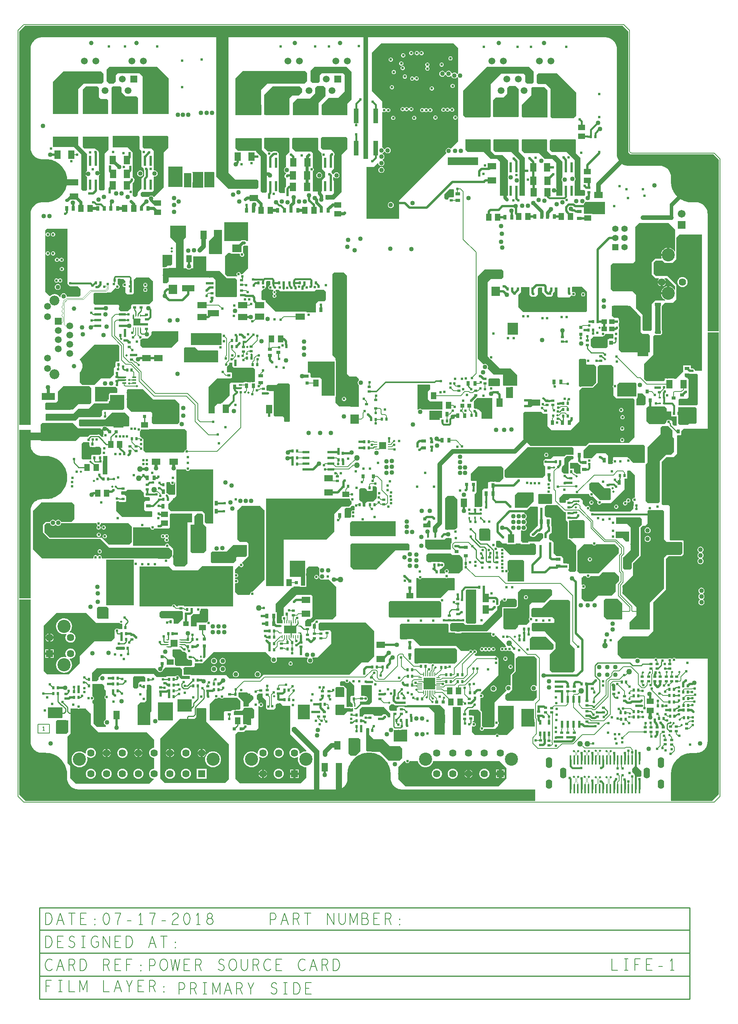
<source format=gbr>
G04 CAM350 V10.0.1 (Build 314) Date:  Tue Jul 17 14:42:55 2018 *
G04 Database: D:\LGR\2018\JULY\REL50470_POWER SOURCE BOARD\REL50470_FINAL.cam *
G04 Layer 3: L1 *
%FSLAX25Y25*%
%MOIN*%
%SFA1.000B1.000*%

%MIA0B0*%
%IPPOS*%
%AMrect10x24xr2*
4,1,36,-0.00492,0.00984,-0.00488,0.01022,-0.00477,0.01059,-0.00459,0.01093,-0.00434,0.01123,-0.00404,0.01148,-0.00370,0.01166,-0.00333,0.01177,-0.00295,0.01181,0.00295,0.01181,0.00333,0.01177,0.00370,0.01166,0.00404,0.01148,0.00434,0.01123,0.00459,0.01093,0.00477,0.01059,0.00488,0.01022,0.00492,0.00984,0.00492,-0.00984,0.00488,-0.01022,0.00477,-0.01059,0.00459,-0.01093,0.00434,-0.01123,0.00404,-0.01148,0.00370,-0.01166,0.00333,-0.01177,0.00295,-0.01181,-0.00295,-0.01181,-0.00333,-0.01177,-0.00370,-0.01166,-0.00404,-0.01148,-0.00434,-0.01123,-0.00459,-0.01093,-0.00477,-0.01059,-0.00488,-0.01022,-0.00492,-0.00984,-0.00492,0.00984,0.00000*
%
%AMrect24x10xr2*
4,1,36,-0.01181,0.00295,-0.01177,0.00333,-0.01166,0.00370,-0.01148,0.00404,-0.01123,0.00434,-0.01093,0.00459,-0.01059,0.00477,-0.01022,0.00488,-0.00984,0.00492,0.00984,0.00492,0.01022,0.00488,0.01059,0.00477,0.01093,0.00459,0.01123,0.00434,0.01148,0.00404,0.01166,0.00370,0.01177,0.00333,0.01181,0.00295,0.01181,-0.00295,0.01177,-0.00333,0.01166,-0.00370,0.01148,-0.00404,0.01123,-0.00434,0.01093,-0.00459,0.01059,-0.00477,0.01022,-0.00488,0.00984,-0.00492,-0.00984,-0.00492,-0.01022,-0.00488,-0.01059,-0.00477,-0.01093,-0.00459,-0.01123,-0.00434,-0.01148,-0.00404,-0.01166,-0.00370,-0.01177,-0.00333,-0.01181,-0.00295,-0.01181,0.00295,0.00000*
%
%ADD10C,0.00600*%
%ADD12C,0.01000*%
%ADD16C,0.00800*%
%ADD18R,0.04528X0.04331*%
%ADD19R,0.02400X0.03000*%
%ADD70R,0.03000X0.02400*%
%ADD71R,0.02362X0.04331*%
%ADD20R,0.07600X0.08000*%
%ADD21R,0.05100X0.05900*%
%ADD22R,0.05500X0.07500*%
%ADD23R,0.01890X0.01575*%
%ADD24R,0.02362X0.05984*%
%ADD25R,0.03347X0.00787*%
%ADD26R,0.00787X0.03347*%
%ADD27R,0.03100X0.03100*%
%ADD29R,0.05984X0.02362*%
%ADD72R,0.02800X0.04300*%
%ADD73R,0.05900X0.05100*%
%ADD30R,0.11000X0.05500*%
%ADD31rect10x24xr2*%
%ADD32R,0.01575X0.01890*%
%ADD33R,0.03543X0.02756*%
%ADD34R,0.03937X0.05906*%
%ADD35R,0.05500X0.11000*%
%ADD36R,0.05900X0.13800*%
%ADD37R,0.01575X0.08268*%
%ADD38R,0.07500X0.05500*%
%ADD39R,0.02000X0.08700*%
%ADD40R,0.22047X0.09055*%
%ADD41R,0.04016X0.12520*%
%ADD42rect24x10xr2*%
%ADD43R,0.08071X0.05709*%
%ADD45R,0.02756X0.03543*%
%ADD46C,0.00945*%
%ADD47R,0.04300X0.02800*%
%ADD48R,0.13800X0.05900*%
%ADD49R,0.00984X0.02461*%
%ADD50R,0.02461X0.00984*%
%ADD51R,0.03543X0.03150*%
%ADD52R,0.08268X0.07087*%
%ADD53R,0.04724X0.06299*%
%ADD54R,0.04331X0.04528*%
%ADD55R,0.17717X0.05118*%
%ADD57R,0.03150X0.03543*%
%ADD59R,0.03543X0.01968*%
%ADD60R,0.12992X0.06299*%
%ADD61R,0.03543X0.03740*%
%ADD62R,0.21654X0.03937*%
%ADD63R,0.08504X0.08898*%
%ADD64R,0.09449X0.12992*%
%ADD65R,0.12520X0.04016*%
%ADD66R,0.08898X0.08504*%
%ADD67R,0.03740X0.03543*%
%ADD68R,0.02756X0.01575*%
%ADD69R,0.12992X0.09449*%
%ADD74R,0.04488X0.19016*%
%ADD75R,0.19016X0.04488*%
%ADD76R,0.11811X0.06299*%
%ADD77C,0.04000*%
%ADD78C,0.05512*%
%ADD79C,0.06378*%
%ADD80R,0.06378X0.06378*%
%ADD81C,0.02400*%
%ADD82C,0.29500*%
%ADD83C,0.02000*%
%ADD85R,0.03543X0.01575*%
%ADD86C,0.11417*%
%ADD88C,0.05906*%
%ADD89C,0.05866*%
%ADD90R,0.05866X0.05866*%
%ADD92R,0.06102X0.02362*%
%ADD93R,0.05512X0.05512*%
%ADD94R,0.02362X0.02362*%
%ADD95R,0.05906X0.05906*%
%ADD96R,0.02756X0.02362*%
%ADD97C,0.06700*%
%ADD98R,0.10630X0.06693*%
%ADD99C,0.01800*%
%ADD100R,0.10433X0.10433*%
%ADD101R,0.06299X0.06299*%
%ADD102R,0.06700X0.06700*%
%ADD103O,0.05512X0.08268*%
%ADD104O,0.05512X0.09449*%
%ADD105C,0.08543*%
%ADD109C,0.02800*%
%ADD110C,0.01500*%
%ADD111C,0.05000*%
%ADD112C,0.01200*%
%ADD113C,0.00400*%
%ADD114C,0.03000*%
%ADD115C,0.00607*%
%ADD116C,0.02500*%
%ADD117C,0.03937*%
%LNL1*%
%LPD*%
G36*
X352400Y238700D02*
G01Y241800D01*
X352427Y241900*
X352500Y241973*
X352600Y242000*
X355417*
X355494Y242015*
X355559Y242059*
X356041Y242541*
X356085Y242606*
X356100Y242683*
Y243003*
X356127Y243103*
X356200Y243176*
X356300Y243203*
X356450*
X356550Y243229*
X356623Y243303*
X356650Y243403*
Y244200*
X356677Y244300*
X356750Y244373*
X356850Y244400*
X358217*
X358294Y244385*
X358359Y244341*
X358741Y243959*
X358785Y243894*
X358800Y243817*
Y238700*
X358773Y238600*
X358700Y238527*
X358600Y238500*
X352600*
X352500Y238527*
X352427Y238600*
X352400Y238700*
G37*
G36*
X165100Y422100D02*
G01Y427100D01*
X165127Y427200*
X165200Y427273*
X165300Y427300*
X174500*
X174600Y427273*
X174673Y427200*
X174700Y427100*
Y422100*
X174673Y422000*
X174600Y421927*
X174500Y421900*
X165300*
X165200Y421927*
X165127Y422000*
X165100Y422100*
G37*
G36*
X424500Y351200D02*
G01Y360150D01*
X424527Y360250*
X424600Y360323*
X424700Y360350*
X428070*
X428187Y360467*
Y360500*
X430300*
X430400Y360473*
X430473Y360400*
X430500Y360300*
Y351200*
X430473Y351100*
X430400Y351027*
X430300Y351000*
X424700*
X424600Y351027*
X424527Y351100*
X424500Y351200*
G37*
G36*
X73900Y284600D02*
G01Y296300D01*
X73932*
Y300400*
X73958Y300500*
X74032Y300573*
X74132Y300600*
X77500*
X77600Y300573*
X77673Y300500*
X77700Y300400*
Y284600*
X77673Y284500*
X77600Y284427*
X77500Y284400*
X74100*
X74000Y284427*
X73927Y284500*
X73900Y284600*
G37*
G36*
X276167Y91300D02*
G01Y99085D01*
X276183Y99161*
X276226Y99226*
X276741Y99741*
X276806Y99785*
X276883Y99800*
X282803*
X282879Y99785*
X282944Y99741*
X283709Y98977*
X283752Y98912*
X283767Y98835*
Y91300*
X283741Y91200*
X283667Y91127*
X283567Y91100*
X276367*
X276267Y91127*
X276194Y91200*
X276167Y91300*
G37*
G36*
X409100Y361583D02*
G01Y367117D01*
X409115Y367194*
X409159Y367259*
X409841Y367941*
X409906Y367985*
X409983Y368000*
X418417*
X418494Y367985*
X418559Y367941*
X419141Y367359*
X419185Y367294*
X419200Y367217*
Y362083*
X419185Y362006*
X419141Y361941*
X418359Y361159*
X418294Y361115*
X418217Y361100*
X409583*
X409506Y361115*
X409441Y361159*
X409159Y361441*
X409115Y361506*
X409100Y361583*
G37*
G36*
X370800Y524583D02*
G01Y527617D01*
X370815Y527694*
X370859Y527759*
X375141Y532041*
X375206Y532085*
X375283Y532100*
X378617*
X378694Y532085*
X378759Y532041*
X378941Y531859*
X378985Y531794*
X379000Y531717*
Y530953*
X378950*
Y525833*
X378935Y525756*
X378891Y525691*
X378459Y525259*
X378394Y525215*
X378317Y525200*
X375283*
X375206Y525185*
X375141Y525141*
X374990Y524990*
X374925Y524947*
X374849Y524932*
X374300*
X374200Y524905*
X374127Y524832*
X374100Y524732*
Y523783*
X374085Y523706*
X374041Y523641*
X373659Y523259*
X373594Y523215*
X373517Y523200*
X372183*
X372106Y523215*
X372041Y523259*
X370859Y524441*
X370815Y524506*
X370800Y524583*
G37*
G36*
X144400Y534000D02*
G01Y546000D01*
X144427Y546100*
X144500Y546173*
X144600Y546200*
X150400*
X150500Y546173*
X150573Y546100*
X150600Y546000*
Y534000*
X150573Y533900*
X150500Y533827*
X150400Y533800*
X144600*
X144500Y533827*
X144427Y533900*
X144400Y534000*
G37*
G36*
X129100Y268434D02*
G01Y277417D01*
X129115Y277494*
X129159Y277559*
X129341Y277741*
X129406Y277785*
X129483Y277800*
X132102*
X132181Y277784*
X132247Y277738*
X132475Y277499*
X132504Y277423*
X132502Y277382*
X132524Y277008*
X132623Y276646*
X132795Y276313*
X133032Y276023*
X133324Y275788*
X133658Y275618*
X134020Y275522*
X134395Y275502*
X134765Y275561*
X135115Y275695*
X135430Y275898*
X135695Y276163*
X135901Y276476*
X136037Y276826*
X136097Y277196*
X136080Y277570*
X136078Y277585*
Y277600*
X136104Y277700*
X136178Y277773*
X136278Y277800*
X136317*
X136394Y277785*
X136459Y277741*
X136641Y277559*
X136685Y277494*
X136700Y277417*
Y267483*
X136685Y267406*
X136641Y267341*
X136359Y267059*
X136294Y267015*
X136217Y267000*
X131236*
X131132Y267029*
X131059Y267107*
X130872Y267397*
X130637Y267649*
X130361Y267857*
X130053Y268012*
X129723Y268111*
X129380Y268150*
X129307Y268166*
X129245Y268207*
X129160Y268291*
X129115Y268357*
X129100Y268434*
G37*
G36*
X537850Y344672D02*
G01Y350167D01*
X537865Y350244*
X537909Y350309*
X538441Y350841*
X538485Y350906*
X538500Y350983*
Y351183*
X538617Y351300*
X538650*
Y354667*
X538665Y354744*
X538709Y354809*
X538741Y354841*
X538806Y354885*
X538883Y354900*
X542917*
X542994Y354885*
X543059Y354841*
X545841Y352059*
X545885Y351994*
X545900Y351917*
Y345983*
X545885Y345906*
X545841Y345841*
X544759Y344759*
X544694Y344715*
X544617Y344700*
X538383*
X538306Y344685*
X538241Y344641*
X538191Y344591*
X538089Y344537*
X537974Y344548*
X537917Y344571*
X537850Y344672*
G37*
G36*
X480000Y289800D02*
G01Y294400D01*
X480027Y294500*
X480100Y294573*
X480200Y294600*
X486606*
X486682Y294585*
X486747Y294541*
X488577Y292711*
X488642Y292668*
X488719Y292653*
X488750*
X488850Y292626*
X488923Y292553*
X488977Y292353*
X489050Y292279*
X489150Y292253*
X489183*
X489300Y292136*
Y291747*
X489273Y291647*
X489200Y291574*
X489100Y291547*
X489067*
X488950Y291430*
Y286547*
X488977Y286447*
X489050Y286374*
X489150Y286347*
X489183*
X489300Y286230*
Y285400*
X489273Y285300*
X489200Y285227*
X489100Y285200*
X485546*
X485469Y285215*
X485404Y285259*
X484758Y285905*
X484693Y285949*
X484616Y285964*
X484151*
X484074Y285979*
X484009Y286022*
X483627Y286404*
X483584Y286469*
X483569Y286546*
Y289400*
X483542Y289500*
X483469Y289573*
X483369Y289600*
X480200*
X480100Y289627*
X480027Y289700*
X480000Y289800*
G37*
G36*
X357900Y332100D02*
G01Y339800D01*
X357927Y339900*
X358000Y339973*
X358100Y340000*
X368600*
X368700Y339973*
X368773Y339900*
X368800Y339800*
Y333900*
X368773Y333800*
X368700Y333727*
X368600Y333700*
X366816*
X366716Y333673*
X366642Y333600*
X366616Y333500*
Y332100*
X366589Y332000*
X366516Y331927*
X366416Y331900*
X358100*
X358000Y331927*
X357927Y332000*
X357900Y332100*
G37*
G36*
X125900Y464600D02*
G01Y475100D01*
X125927Y475200*
X126000Y475273*
X126100Y475300*
X134000*
X134100Y475273*
X134173Y475200*
X134200Y475100*
Y467383*
X134185Y467306*
X134141Y467241*
X132759Y465859*
X132694Y465815*
X132617Y465800*
X130183*
X130106Y465785*
X130041Y465741*
X128759Y464459*
X128694Y464415*
X128617Y464400*
X126100*
X126000Y464427*
X125927Y464500*
X125900Y464600*
G37*
G36*
X425800Y406200D02*
G01Y416000D01*
X425827Y416100*
X425900Y416173*
X426000Y416200*
X434600*
X434700Y416173*
X434773Y416100*
X434800Y416000*
Y406200*
X434773Y406100*
X434700Y406027*
X434600Y406000*
X426000*
X425900Y406027*
X425827Y406100*
X425800Y406200*
G37*
G36*
X284000Y247483D02*
G01Y254217D01*
X284015Y254294*
X284059Y254359*
X285141Y255441*
X285206Y255485*
X285283Y255500*
X287917*
X287994Y255515*
X288059Y255559*
X288141Y255641*
X288206Y255685*
X288283Y255700*
X288514*
X288527Y255713*
X289150*
X289250Y255740*
X289323Y255813*
X289350Y255913*
Y256453*
X289365Y256529*
X289409Y256594*
X290056Y257241*
X290121Y257285*
X290197Y257300*
X292117*
X292194Y257285*
X292259Y257241*
X292369Y256938*
X292531Y256659*
X292740Y256414*
X292784Y256349*
X292800Y256271*
Y253983*
X292785Y253906*
X292741Y253841*
X292259Y253359*
X292194Y253315*
X292117Y253300*
X291981*
X291956Y253306*
X291653Y253359*
X291347*
X291044Y253306*
X291019Y253300*
X290583*
X290506Y253285*
X290441Y253241*
X289959Y252759*
X289915Y252694*
X289900Y252617*
Y252414*
X289890Y252371*
X289880Y252350*
X289765Y252046*
X289707Y251727*
Y251403*
X289765Y251084*
X289880Y250780*
X289900Y250693*
Y249037*
X289880Y248950*
X289752Y248596*
X289701Y248224*
X289728Y247849*
X289736Y247801*
X289707Y247707*
X288859Y246859*
X288794Y246815*
X288717Y246800*
X284683*
X284606Y246815*
X284541Y246859*
X284059Y247341*
X284015Y247406*
X284000Y247483*
G37*
G36*
X519800Y229500D02*
G01Y234700D01*
X519827Y234800*
X519900Y234873*
X520000Y234900*
X531300*
X531400Y234873*
X531473Y234800*
X531500Y234700*
Y227083*
X531485Y227006*
X531441Y226941*
X530859Y226359*
X530794Y226315*
X530717Y226300*
X528883*
X528806Y226315*
X528741Y226359*
X526059Y229041*
X525994Y229085*
X525917Y229100*
X520946*
X520869Y229115*
X520804Y229159*
X520721Y229242*
X520657Y229285*
X520580Y229300*
X520000*
X519900Y229327*
X519827Y229400*
X519800Y229500*
G37*
G36*
X401000Y228083D02*
G01Y236717D01*
X401015Y236794*
X401059Y236859*
X401541Y237341*
X401606Y237385*
X401683Y237400*
X409617*
X409694Y237385*
X409759Y237341*
X410741Y236359*
X410785Y236294*
X410800Y236217*
Y227683*
X410785Y227606*
X410741Y227541*
X410259Y227059*
X410194Y227015*
X410117Y227000*
X402083*
X402006Y227015*
X401941Y227059*
X401059Y227941*
X401015Y228006*
X401000Y228083*
G37*
G36*
X68900Y160183D02*
G01Y168517D01*
X68915Y168594*
X68959Y168659*
X69841Y169541*
X69906Y169585*
X69983Y169600*
X77317*
X77394Y169585*
X77459Y169541*
X78841Y168159*
X78885Y168094*
X78900Y168017*
Y159783*
X78885Y159706*
X78841Y159641*
X78459Y159259*
X78394Y159215*
X78317Y159200*
X69883*
X69806Y159215*
X69741Y159259*
X68959Y160041*
X68915Y160106*
X68900Y160183*
G37*
G36*
X452300Y259583D02*
G01Y267017D01*
X452315Y267094*
X452359Y267159*
X452741Y267541*
X452806Y267585*
X452883Y267600*
X463917*
X463994Y267585*
X464059Y267541*
X464441Y267159*
X464485Y267094*
X464500Y267017*
Y259783*
X464485Y259706*
X464441Y259641*
X463659Y258859*
X463594Y258815*
X463517Y258800*
X453083*
X453006Y258815*
X452941Y258859*
X452359Y259441*
X452315Y259506*
X452300Y259583*
G37*
G36*
X100100Y99883D02*
G01Y108217D01*
X100115Y108294*
X100159Y108359*
X100841Y109041*
X100906Y109085*
X100983Y109100*
X109617*
X109694Y109085*
X109759Y109041*
X110741Y108059*
X110785Y107994*
X110800Y107917*
Y104900*
X110773Y104800*
X110700Y104727*
X110600Y104700*
X106483*
X106406Y104685*
X106341Y104641*
X104759Y103059*
X104715Y102994*
X104700Y102917*
Y99683*
X104685Y99606*
X104641Y99541*
X103859Y98759*
X103794Y98715*
X103717Y98700*
X101283*
X101206Y98715*
X101141Y98759*
X100159Y99741*
X100115Y99806*
X100100Y99883*
G37*
G36*
X162100Y534100D02*
G01Y546900D01*
X162127Y547000*
X162200Y547073*
X162300Y547100*
X170400*
X170500Y547073*
X170573Y547000*
X170600Y546900*
Y534100*
X170573Y534000*
X170500Y533927*
X170400Y533900*
X162300*
X162200Y533927*
X162127Y534000*
X162100Y534100*
G37*
G36*
X26000Y73200D02*
G01Y82100D01*
X26027Y82200*
X26100Y82273*
X26200Y82300*
X38400*
X38500Y82273*
X38573Y82200*
X38600Y82100*
Y73200*
X38573Y73100*
X38500Y73027*
X38400Y73000*
X26200*
X26100Y73027*
X26027Y73100*
X26000Y73200*
G37*
G36*
X326800Y52900D02*
G01Y61785D01*
X326807Y61811*
X326877Y62157*
X326900Y62509*
Y62549*
X326930Y62623*
X327017Y62710*
X327183*
X327193Y62700*
X333278*
X333355Y62715*
X333420Y62758*
X333503Y62841*
X333568Y62885*
X333644Y62900*
X338300*
X338400Y62873*
X338473Y62800*
X338500Y62700*
Y52900*
X338473Y52800*
X338400Y52727*
X338300Y52700*
X327000*
X326900Y52727*
X326827Y52800*
X326800Y52900*
G37*
G36*
X33100Y60083D02*
G01Y69917D01*
X33115Y69994*
X33159Y70059*
X34141Y71041*
X34206Y71085*
X34283Y71100*
X42117*
X42194Y71085*
X42259Y71041*
X43641Y69659*
X43685Y69594*
X43700Y69517*
Y60883*
X43685Y60806*
X43641Y60741*
X42159Y59259*
X42094Y59215*
X42017Y59200*
X33983*
X33906Y59215*
X33841Y59259*
X33159Y59941*
X33115Y60006*
X33100Y60083*
G37*
G36*
X151600Y533700D02*
G01Y537947D01*
X151627Y538047*
X151700Y538120*
X151800Y538147*
X151877*
X151977Y538174*
X152051Y538247*
X152077Y538347*
Y546253*
X152051Y546353*
X151977Y546426*
X151877Y546453*
X151800*
X151700Y546480*
X151627Y546553*
X151600Y546653*
Y546900*
X151627Y547000*
X151700Y547073*
X151800Y547100*
X160900*
X161000Y547073*
X161073Y547000*
X161100Y546900*
Y533700*
X161073Y533600*
X161000Y533527*
X160900Y533500*
X151800*
X151700Y533527*
X151627Y533600*
X151600Y533700*
G37*
G36*
X138700Y78600D02*
G01Y88900D01*
X138727Y89000*
X138800Y89073*
X138900Y89100*
X151000*
X151100Y89073*
X151173Y89000*
X151200Y88900*
Y78600*
X151173Y78500*
X151100Y78427*
X151000Y78400*
X138900*
X138800Y78427*
X138727Y78500*
X138700Y78600*
G37*
G36*
X243300Y72200D02*
G01Y84500D01*
X243327Y84600*
X243400Y84673*
X243500Y84700*
X253700*
X253800Y84673*
X253873Y84600*
X253900Y84500*
Y72200*
X253873Y72100*
X253800Y72027*
X253700Y72000*
X243500*
X243400Y72027*
X243327Y72100*
X243300Y72200*
G37*
G36*
X276200Y75945D02*
G01Y84195D01*
X276227Y84295*
X276300Y84368*
X276400Y84395*
X283600*
X283700Y84368*
X283773Y84295*
X283800Y84195*
Y81683*
X283815Y81606*
X283859Y81541*
X283870Y81530*
X283943Y81500*
X288037*
X288073Y81486*
X288381Y81396*
X288701Y81366*
X290669*
X290731Y81367*
X290879Y81219*
X290922Y81155*
X290938Y81080*
X290977Y80733*
X291087Y80401*
X291262Y80098*
X291300Y79981*
Y78983*
X291285Y78906*
X291241Y78841*
X290859Y78459*
X290794Y78415*
X290717Y78400*
X286383*
X286306Y78385*
X286241Y78341*
X283359Y75459*
X283294Y75415*
X283217Y75400*
X276745*
X276668Y75415*
X276603Y75459*
X276259Y75803*
X276215Y75868*
X276200Y75945*
G37*
G36*
X553600Y407500D02*
G01Y408300D01*
X554200Y408900*
Y430700*
X553700Y431200*
Y433000*
X554400Y433700*
X558400*
X559100Y433000*
Y431200*
X558600Y430700*
Y409700*
X559100Y409200*
Y407200*
X558600Y406700*
X554400*
X553600Y407500*
G37*
G36*
X191900Y91483D02*
G01Y94900D01*
X191927Y95000*
X192000Y95073*
X192100Y95100*
X199317*
X199394Y95085*
X199459Y95041*
X201641Y92859*
X201706Y92815*
X201783Y92800*
X203117*
X203194Y92785*
X203259Y92741*
X204641Y91359*
X204685Y91294*
X204700Y91217*
Y89583*
X204685Y89506*
X204641Y89441*
X200759Y85559*
X200715Y85494*
X200700Y85417*
Y83283*
X200685Y83206*
X200641Y83141*
X200559Y83059*
X200494Y83015*
X200417Y83000*
X196383*
X196306Y83015*
X196241Y83059*
X196059Y83241*
X196015Y83306*
X196000Y83383*
Y87217*
X195985Y87294*
X195941Y87359*
X191959Y91341*
X191915Y91406*
X191900Y91483*
G37*
G36*
X472800Y287283D02*
G01Y289717D01*
X472815Y289794*
X472859Y289859*
X472941Y289941*
X472985Y290006*
X473000Y290083*
Y290917*
X473015Y290994*
X473059Y291059*
X474941Y292941*
X474985Y293006*
X475000Y293083*
Y298417*
X475015Y298494*
X475059Y298559*
X476941Y300441*
X477006Y300485*
X477083Y300500*
X482217*
X482294Y300485*
X482359Y300441*
X482941Y299859*
X482985Y299794*
X483000Y299717*
Y298583*
X482985Y298506*
X482941Y298441*
X482059Y297559*
X481994Y297515*
X481917Y297500*
X481383*
X481306Y297485*
X481241Y297441*
X479159Y295359*
X479094Y295315*
X479017Y295300*
X478868*
X478768Y295273*
X478695Y295200*
X478668Y295100*
Y290000*
X478710Y289958*
X478753Y289894*
X478768Y289817*
Y285551*
X478753Y285475*
X478710Y285410*
X478559Y285259*
X478494Y285215*
X478417Y285200*
X474883*
X474806Y285215*
X474741Y285259*
X472859Y287141*
X472815Y287206*
X472800Y287283*
G37*
G36*
X287300Y42283D02*
G01Y54917D01*
X287315Y54994*
X287359Y55059*
X287941Y55641*
X288006Y55685*
X288083Y55700*
X296317*
X296394Y55685*
X296459Y55641*
X297541Y54559*
X297585Y54494*
X297600Y54417*
Y43983*
X297585Y43906*
X297541Y43841*
X294280Y40580*
X294264Y40569*
X293785Y40237*
X293759Y40219*
X293700Y40200*
X289383*
X289306Y40215*
X289241Y40259*
X287359Y42141*
X287315Y42206*
X287300Y42283*
G37*
G36*
X378000Y58400D02*
G01Y82200D01*
X378027Y82300*
X378100Y82373*
X378200Y82400*
X384900*
X385000Y82373*
X385073Y82300*
X385100Y82200*
Y58400*
X385073Y58300*
X385000Y58227*
X384900Y58200*
X378200*
X378100Y58227*
X378027Y58300*
X378000Y58400*
G37*
G36*
X297300Y84983D02*
G01Y87000D01*
X297327Y87100*
X297400Y87173*
X297500Y87200*
X302317*
X302394Y87215*
X302459Y87259*
X304041Y88841*
X304085Y88906*
X304100Y88983*
Y90300*
X304076*
X304036Y90447*
X303917Y90759*
X303744Y91044*
X303521Y91292*
X303256Y91494*
X302958Y91644*
X302637Y91737*
X302305Y91769*
X301973Y91739*
X301929Y91731*
X301843Y91753*
X301572Y91978*
X301519Y92047*
X301500Y92132*
Y92169*
X301473Y92269*
X301400Y92342*
X301300Y92369*
X298500*
X298400Y92395*
X298327Y92469*
X298300Y92569*
Y101200*
X298327Y101300*
X298400Y101373*
X298500Y101400*
X307500*
X307600Y101373*
X307673Y101300*
X307700Y101200*
Y86883*
X307685Y86806*
X307641Y86741*
X305359Y84459*
X305294Y84415*
X305217Y84400*
X297883*
X297806Y84415*
X297741Y84459*
X297359Y84841*
X297315Y84906*
X297300Y84983*
G37*
G36*
X373800Y553500D02*
G01Y559800D01*
X373827Y559900*
X373900Y559973*
X374000Y560000*
X400000*
X400100Y559973*
X400173Y559900*
X400200Y559800*
Y553500*
X400173Y553400*
X400100Y553327*
X400000Y553300*
X374000*
X373900Y553327*
X373827Y553400*
X373800Y553500*
G37*
G36*
X437800Y65600D02*
G01Y80800D01*
X437827Y80900*
X437900Y80973*
X438000Y81000*
X448400*
X448500Y80973*
X448573Y80900*
X448600Y80800*
Y72454*
X448615Y72378*
X448658Y72313*
X449041Y71930*
X449085Y71865*
X449100Y71789*
Y69809*
X449115Y69732*
X449158Y69667*
X449241Y69584*
X449285Y69519*
X449300Y69443*
Y65600*
X449273Y65500*
X449200Y65427*
X449100Y65400*
X438000*
X437900Y65427*
X437827Y65500*
X437800Y65600*
G37*
G36*
X534200Y26083D02*
G01Y28917D01*
X534215Y28994*
X534259Y29059*
X536341Y31141*
X536385Y31206*
X536400Y31283*
Y45117*
X536415Y45194*
X536459Y45259*
X536741Y45541*
X536806Y45585*
X536883Y45600*
X537517*
X537594Y45585*
X537659Y45541*
X538141Y45059*
X538185Y44994*
X538200Y44917*
Y30783*
X538215Y30706*
X538259Y30641*
X542141Y26759*
X542185Y26694*
X542200Y26617*
Y23083*
X542185Y23006*
X542141Y22941*
X541259Y22059*
X541194Y22015*
X541117Y22000*
X537483*
X537406Y22015*
X537341Y22059*
X536059Y23341*
X536015Y23406*
X536000Y23483*
Y24117*
X535985Y24194*
X535941Y24259*
X534259Y25941*
X534215Y26006*
X534200Y26083*
G37*
G36*
X492100Y511013D02*
G01Y519602D01*
X492123Y519695*
X492186Y519766*
X492522Y520045*
X492807Y520376*
X493032Y520750*
X493192Y521157*
X493211Y521221*
X493317Y521300*
X510200*
X510300Y521273*
X510373Y521200*
X510400Y521100*
Y510800*
X510373Y510700*
X510300Y510627*
X510200Y510600*
X499650*
Y510613*
X499623Y510713*
X499550Y510786*
X499450Y510813*
X492300*
X492200Y510840*
X492127Y510913*
X492100Y511013*
G37*
G36*
X521100Y352683D02*
G01Y362517D01*
X521115Y362594*
X521159Y362659*
X522741Y364241*
X522806Y364285*
X522883Y364300*
X536767*
X536844Y364285*
X536909Y364241*
X537591Y363559*
X537635Y363494*
X537650Y363417*
Y352500*
X537623Y352400*
X537550Y352327*
X537450Y352300*
X521483*
X521406Y352315*
X521341Y352359*
X521159Y352541*
X521115Y352606*
X521100Y352683*
G37*
G36*
X121700Y71643D02*
G01Y86500D01*
X121727Y86600*
X121800Y86673*
X121900Y86700*
X134500*
X134600Y86673*
X134673Y86600*
X134700Y86500*
Y71200*
X134673Y71100*
X134600Y71027*
X134500Y71000*
X122053*
X121951Y71070*
X121929Y71129*
X121838Y71339*
X121729Y71540*
X121700Y71643*
G37*
G36*
X479000Y229300D02*
G01Y244457D01*
X479030Y244530*
X479031Y244531*
X481600*
X481700Y244558*
X481773Y244631*
X481800Y244731*
X481869Y244800*
X491717*
X491794Y244785*
X491859Y244741*
X492641Y243959*
X492685Y243894*
X492700Y243817*
Y229583*
X492685Y229506*
X492641Y229441*
X492359Y229159*
X492294Y229115*
X492217Y229100*
X479200*
X479100Y229127*
X479027Y229200*
X479000Y229300*
G37*
G36*
X123200Y161183D02*
G01Y164417D01*
X123215Y164494*
X123259Y164559*
X124441Y165741*
X124506Y165785*
X124583Y165800*
X139100*
Y165768*
X142549*
X142625Y165753*
X142690Y165710*
X143341Y165059*
X143385Y164994*
X143400Y164917*
Y159283*
X143385Y159206*
X143341Y159141*
X139259Y155059*
X139194Y155015*
X139117Y155000*
X135600*
X135500Y155027*
X135427Y155100*
X135400Y155200*
Y158417*
X135385Y158494*
X135341Y158559*
X135259Y158641*
X135216Y158706*
X135200Y158782*
Y158900*
X135174Y159000*
X135100Y159073*
X135000Y159100*
X134883*
X134806Y159115*
X134741Y159159*
X134359Y159541*
X134294Y159585*
X134217Y159600*
X124783*
X124706Y159615*
X124641Y159659*
X123259Y161041*
X123215Y161106*
X123200Y161183*
G37*
G36*
X432000Y255700D02*
G01Y266317D01*
X432015Y266394*
X432059Y266459*
X434541Y268941*
X434606Y268985*
X434683Y269000*
X447917*
X447994Y268985*
X448059Y268941*
X448241Y268759*
X448285Y268694*
X448300Y268617*
Y261183*
X448285Y261106*
X448241Y261041*
X442759Y255559*
X442694Y255515*
X442617Y255500*
X432200*
X432100Y255527*
X432027Y255600*
X432000Y255700*
G37*
G36*
X130600Y534500D02*
G01Y551800D01*
X130627Y551900*
X130700Y551973*
X130800Y552000*
X143000*
X143100Y551973*
X143173Y551900*
X143200Y551800*
Y534500*
X143173Y534400*
X143100Y534327*
X143000Y534300*
X130800*
X130700Y534327*
X130627Y534400*
X130600Y534500*
G37*
G36*
X354100Y221783D02*
G01Y227617D01*
X354115Y227694*
X354159Y227759*
X354241Y227841*
X354306Y227885*
X354383Y227900*
X370717*
X370794Y227915*
X370859Y227959*
X372041Y229141*
X372106Y229185*
X372183Y229200*
X376517*
X376594Y229185*
X376659Y229141*
X376941Y228859*
X376985Y228794*
X377000Y228717*
Y225146*
X376985Y225069*
X376941Y225004*
X376458Y224521*
X376415Y224457*
X376400Y224380*
Y220190*
X376415Y220114*
X376458Y220049*
X376512Y219995*
X376564Y219905*
Y219802*
X376512Y219712*
X376059Y219259*
X375994Y219215*
X375917Y219200*
X356683*
X356606Y219215*
X356541Y219259*
X354159Y221641*
X354115Y221706*
X354100Y221783*
G37*
G36*
X445200Y132500D02*
G01Y141917D01*
X445215Y141994*
X445259Y142059*
X446541Y143341*
X446606Y143385*
X446683Y143400*
X459117*
X459194Y143385*
X459259Y143341*
X465841Y136759*
X465885Y136694*
X465900Y136617*
Y133683*
X465885Y133606*
X465841Y133541*
X464659Y132359*
X464594Y132315*
X464517Y132300*
X445400*
X445300Y132327*
X445227Y132400*
X445200Y132500*
G37*
G36*
X150500Y152600D02*
G01Y161006D01*
X150515Y161082*
X150559Y161147*
X152553Y163141*
X152618Y163185*
X152694Y163200*
X157417*
X157494Y163215*
X157559Y163259*
X158141Y163841*
X158185Y163906*
X158200Y163983*
Y165777*
X158213Y165848*
X158250Y165909*
X158452Y166188*
X158597Y166499*
X158680Y166833*
X158699Y167176*
X158651Y167517*
X158639Y167568*
X158668Y167668*
X158941Y167941*
X159006Y167985*
X159083Y168000*
X164417*
X164494Y167985*
X164559Y167941*
X165441Y167059*
X165485Y166994*
X165500Y166917*
Y157341*
X165410Y157231*
X165340Y157217*
X164984Y157104*
X164658Y156921*
X164377Y156674*
X164154Y156374*
X163997Y156035*
X163976Y155975*
X163872Y155900*
X155600*
X155500Y155873*
X155427Y155800*
X155400Y155700*
Y152683*
X155385Y152606*
X155341Y152541*
X155259Y152459*
X155194Y152415*
X155117Y152400*
X150700*
X150600Y152427*
X150527Y152500*
X150500Y152600*
G37*
G36*
X498200Y395883D02*
G01Y402217D01*
X498215Y402294*
X498259Y402359*
X499941Y404041*
X500006Y404085*
X500083Y404100*
X508317*
X508394Y404115*
X508459Y404159*
X509008Y404708*
X509058Y404736*
X509086Y404742*
X509411Y404846*
X509710Y405010*
X509973Y405227*
X510190Y405490*
X510354Y405789*
X510458Y406114*
X510464Y406142*
X510492Y406192*
X510841Y406541*
X510906Y406585*
X510983Y406600*
X517317*
X517394Y406585*
X517459Y406541*
X517641Y406359*
X517685Y406294*
X517700Y406217*
Y402983*
X517685Y402906*
X517641Y402841*
X517459Y402659*
X517394Y402615*
X517317Y402600*
X514383*
X514306Y402585*
X514241Y402541*
X513578Y401878*
X513513Y401834*
X513436Y401819*
X512930*
X512830Y401792*
X512756Y401719*
X512730Y401619*
Y395813*
X512714Y395736*
X512671Y395671*
X511359Y394359*
X511294Y394315*
X511217Y394300*
X499783*
X499706Y394315*
X499641Y394359*
X498259Y395741*
X498215Y395806*
X498200Y395883*
G37*
G36*
X297100Y74583D02*
G01Y80417D01*
X297115Y80494*
X297159Y80559*
X298941Y82341*
X299006Y82385*
X299083Y82400*
X318317*
X318394Y82385*
X318459Y82341*
X323841Y76959*
X323885Y76894*
X323900Y76817*
Y73600*
X323873Y73500*
X323800Y73427*
X323700Y73400*
X321700*
X321600Y73427*
X321527Y73500*
X321500Y73600*
Y74417*
X321485Y74494*
X321441Y74559*
X319859Y76141*
X319794Y76185*
X319717Y76200*
X317583*
X317506Y76185*
X317441Y76141*
X316259Y74959*
X316194Y74915*
X316117Y74900*
X310283*
X310206Y74915*
X310141Y74959*
X308859Y76241*
X308794Y76285*
X308717Y76300*
X301183*
X301106Y76285*
X301041Y76241*
X300059Y75259*
X300015Y75194*
X300000Y75117*
Y74583*
X299985Y74506*
X299941Y74441*
X299759Y74259*
X299694Y74215*
X299617Y74200*
X297483*
X297406Y74215*
X297341Y74259*
X297159Y74441*
X297115Y74506*
X297100Y74583*
G37*
G36*
X166000Y476483D02*
G01Y487017D01*
X166015Y487094*
X166059Y487159*
X170441Y491541*
X170485Y491606*
X170500Y491683*
Y496800*
X170527Y496900*
X170600Y496973*
X170700Y497000*
X177300*
X177400Y496973*
X177473Y496900*
X177500Y496800*
Y476200*
X177473Y476100*
X177400Y476027*
X177300Y476000*
X166483*
X166406Y476015*
X166341Y476059*
X166059Y476341*
X166015Y476406*
X166000Y476483*
G37*
G36*
X574100Y328683D02*
G01Y342600D01*
X574127Y342700*
X574200Y342773*
X574300Y342800*
X589017*
X589094Y342785*
X589159Y342741*
X590041Y341859*
X590085Y341794*
X590100Y341717*
Y329783*
X590085Y329706*
X590041Y329641*
X588959Y328559*
X588894Y328515*
X588817Y328500*
X583583*
X583506Y328485*
X583441Y328441*
X582759Y327759*
X582694Y327715*
X582617Y327700*
X575083*
X575006Y327715*
X574941Y327759*
X574159Y328541*
X574115Y328606*
X574100Y328683*
G37*
G36*
X134500Y126883D02*
G01Y132117D01*
X134515Y132194*
X134559Y132259*
X134941Y132641*
X135006Y132685*
X135083Y132700*
X141217*
X141294Y132685*
X141359Y132641*
X143541Y130459*
X143606Y130415*
X143683Y130400*
X145117*
X145194Y130385*
X145259Y130341*
X146641Y128959*
X146685Y128894*
X146700Y128817*
Y125283*
X146715Y125206*
X146759Y125141*
X147141Y124759*
X147185Y124694*
X147200Y124617*
Y123768*
X147227Y123668*
X147300Y123595*
X147400Y123568*
X148249*
X148325Y123553*
X148390Y123510*
X148441Y123459*
X148506Y123415*
X148583Y123400*
X150817*
X150894Y123385*
X150959Y123341*
X151241Y123059*
X151285Y122994*
X151300Y122917*
Y119183*
X151285Y119106*
X151241Y119041*
X150359Y118159*
X150294Y118115*
X150217Y118100*
X137783*
X137706Y118115*
X137641Y118159*
X136559Y119241*
X136515Y119306*
X136500Y119383*
Y124757*
X136470Y124830*
X136450Y124850*
Y124987*
X136423Y125087*
X136350Y125160*
X136250Y125187*
X136196*
X136119Y125202*
X136054Y125246*
X134559Y126741*
X134515Y126806*
X134500Y126883*
G37*
G36*
X67000Y348483D02*
G01Y360217D01*
X67015Y360294*
X67059Y360359*
X67141Y360441*
X67206Y360485*
X67283Y360500*
X85024*
X85133Y360467*
X85309Y360365*
X85494Y360282*
X85533Y360267*
X86441Y359359*
X86485Y359294*
X86500Y359217*
Y355883*
X86485Y355806*
X86441Y355741*
X85859Y355159*
X85794Y355115*
X85717Y355100*
X79983*
X79906Y355085*
X79841Y355041*
X78159Y353359*
X78115Y353294*
X78100Y353217*
Y352897*
X78085Y352821*
X78041Y352756*
X78030Y352745*
X78000Y352671*
Y348383*
X77985Y348306*
X77941Y348241*
X77559Y347859*
X77494Y347815*
X77417Y347800*
X67683*
X67606Y347815*
X67541Y347859*
X67059Y348341*
X67015Y348406*
X67000Y348483*
G37*
G36*
X55300Y298783D02*
G01Y310917D01*
X55315Y310994*
X55359Y311059*
X56941Y312641*
X57006Y312685*
X57083Y312700*
X61717*
X61794Y312685*
X61859Y312641*
X62141Y312359*
X62185Y312294*
X62200Y312217*
Y309683*
X62215Y309606*
X62259Y309541*
X62410Y309390*
X62453Y309325*
X62468Y309249*
Y308400*
X62495Y308300*
X62568Y308227*
X62668Y308200*
X67069*
X67169Y308227*
X67242Y308300*
X67269Y308400*
X71217*
X71294Y308385*
X71359Y308341*
X72341Y307359*
X72385Y307294*
X72400Y307217*
Y302883*
X72385Y302806*
X72341Y302741*
X71359Y301759*
X71294Y301715*
X71217Y301700*
X64168*
X64068Y301673*
X63995Y301600*
X63968Y301500*
Y300951*
X63953Y300875*
X63910Y300810*
X63659Y300559*
X63615Y300494*
X63600Y300417*
Y297700*
X63573Y297600*
X63500Y297527*
X63400Y297500*
X56583*
X56506Y297515*
X56441Y297559*
X55359Y298641*
X55315Y298706*
X55300Y298783*
G37*
G36*
X389500Y156183D02*
G01Y183817D01*
X389515Y183894*
X389559Y183959*
X389991Y184391*
X390056Y184435*
X390133Y184450*
X398200*
X398300Y184423*
X398373Y184350*
X398400Y184250*
Y155983*
X398385Y155906*
X398341Y155841*
X397459Y154959*
X397394Y154915*
X397317Y154900*
X390783*
X390706Y154915*
X390641Y154959*
X389559Y156041*
X389515Y156106*
X389500Y156183*
G37*
G36*
X425900Y191700D02*
G01Y199097D01*
X425913Y199168*
X425950Y199229*
X426166Y199531*
X426315Y199871*
X426391Y200234*
Y200606*
X426315Y200969*
X426166Y201309*
X425950Y201611*
X425913Y201672*
X425900Y201743*
Y209217*
X425915Y209294*
X425959Y209359*
X426641Y210041*
X426706Y210085*
X426783Y210100*
X439017*
X439094Y210085*
X439159Y210041*
X440141Y209059*
X440185Y208994*
X440200Y208917*
Y191700*
X440173Y191600*
X440100Y191527*
X440000Y191500*
X426100*
X426000Y191527*
X425927Y191600*
X425900Y191700*
G37*
G36*
X187700Y76083D02*
G01Y78417D01*
X187715Y78494*
X187759Y78559*
X188241Y79041*
X188306Y79085*
X188383Y79100*
X188436*
X188446Y79099*
X188747*
X188757Y79100*
X194717*
X194794Y79115*
X194859Y79159*
X195941Y80241*
X195985Y80306*
X196000Y80383*
Y81117*
X196015Y81194*
X196059Y81259*
X196624Y81824*
X196689Y81867*
X196765Y81883*
X201766*
Y81900*
X203517*
X203594Y81885*
X203659Y81841*
X205341Y80159*
X205385Y80094*
X205400Y80017*
Y73783*
X205385Y73706*
X205341Y73641*
X204259Y72559*
X204194Y72515*
X204117Y72500*
X202983*
X202906Y72485*
X202841Y72441*
X202659Y72259*
X202615Y72194*
X202600Y72117*
Y67083*
X202585Y67006*
X202541Y66941*
X202459Y66859*
X202394Y66815*
X202317Y66800*
X199688*
X199603Y66819*
X199535Y66871*
X199270Y67136*
X198964Y67352*
X198626Y67513*
X198265Y67614*
X197892Y67653*
X197519Y67627*
X197155Y67539*
X196811Y67391*
X196753Y67359*
X196621Y67379*
X195859Y68141*
X195815Y68206*
X195800Y68283*
Y75317*
X195785Y75394*
X195741Y75459*
X195730Y75470*
X195657Y75500*
X188283*
X188206Y75515*
X188141Y75559*
X187759Y75941*
X187715Y76006*
X187700Y76083*
G37*
G36*
X296700Y262683D02*
G01Y271317D01*
X296715Y271394*
X296759Y271459*
X297641Y272341*
X297706Y272385*
X297783Y272400*
X301917*
X301994Y272385*
X302059Y272341*
X303273Y271127*
X303316Y271062*
X303331Y270986*
Y270300*
X303358Y270200*
X303431Y270127*
X303531Y270100*
X307932*
X308032Y270127*
X308105Y270200*
X308132Y270300*
Y270449*
X308147Y270525*
X308190Y270590*
X308341Y270741*
X308385Y270806*
X308400Y270883*
Y274100*
X308427Y274200*
X308500Y274273*
X308600Y274300*
X310817*
X310894Y274285*
X310959Y274241*
X311941Y273259*
X311985Y273194*
X312000Y273117*
Y265093*
X311990Y265063*
X311920Y264766*
X311900Y264461*
X311933Y264157*
X311942Y264108*
X311913Y264013*
X308792Y260892*
X308727Y260849*
X308651Y260834*
X303897*
X303797Y260807*
X303724Y260734*
X303697Y260634*
Y260617*
X303580Y260500*
X303183*
X303106Y260485*
X303041Y260441*
X302259Y259659*
X302215Y259594*
X302200Y259517*
Y256983*
X302185Y256906*
X302141Y256841*
X302059Y256759*
X301994Y256715*
X301917Y256700*
X300183*
X300106Y256715*
X300041Y256759*
X299759Y257041*
X299715Y257106*
X299700Y257183*
Y259517*
X299685Y259594*
X299641Y259659*
X299524Y259776*
X299480Y259841*
X299465Y259918*
Y260635*
X299438Y260735*
X299365Y260808*
X299265Y260835*
X298548*
X298472Y260850*
X298407Y260893*
X296759Y262541*
X296715Y262606*
X296700Y262683*
G37*
G36*
X150300Y397100D02*
G01Y406900D01*
X150327Y407000*
X150400Y407073*
X150500Y407100*
X176800*
X176900Y407073*
X176973Y407000*
X177000Y406900*
Y397100*
X176973Y397000*
X176900Y396927*
X176800Y396900*
X150500*
X150400Y396927*
X150327Y397000*
X150300Y397100*
G37*
G36*
X280000Y101783D02*
G01Y104017D01*
X280015Y104094*
X280059Y104159*
X280641Y104741*
X280706Y104785*
X280783Y104800*
X284358*
X284463Y104723*
X284483Y104660*
X284620Y104338*
X284816Y104048*
X285066Y103802*
X285358Y103609*
X285681Y103476*
X286025Y103408*
X286375*
X286719Y103476*
X287042Y103609*
X287334Y103802*
X287584Y104048*
X287780Y104338*
X287917Y104660*
X287937Y104723*
X288043Y104800*
X288617*
X288694Y104785*
X288759Y104741*
X292341Y101159*
X292385Y101094*
X292400Y101017*
Y92983*
X292385Y92906*
X292341Y92841*
X291659Y92159*
X291594Y92115*
X291517Y92100*
X289685*
X289568Y91983*
Y91968*
X289259Y91659*
X289215Y91594*
X289200Y91517*
Y86883*
X289215Y86806*
X289259Y86741*
X290879Y85121*
X290922Y85056*
X290937Y84980*
Y83066*
X290939Y83004*
X290791Y82856*
X290727Y82813*
X290652Y82797*
X290398Y82776*
X290150Y82716*
X289914Y82621*
X289894Y82611*
X289849Y82600*
X289521*
X289476Y82611*
X289455Y82621*
X289164Y82733*
X288857Y82790*
X288544*
X288237Y82733*
X287946Y82621*
X287925Y82611*
X287880Y82600*
X286000*
X285900Y82627*
X285827Y82700*
X285800Y82800*
Y98217*
X285785Y98294*
X285741Y98359*
X283359Y100741*
X283294Y100785*
X283217Y100800*
X280983*
X280906Y100815*
X280841Y100859*
X280059Y101641*
X280015Y101706*
X280000Y101783*
G37*
G36*
X496900Y271483D02*
G01Y276417D01*
X496915Y276494*
X496959Y276559*
X497941Y277541*
X498006Y277585*
X498083Y277600*
X504917*
X504994Y277585*
X505059Y277541*
X510041Y272559*
X510106Y272515*
X510183Y272500*
X514717*
X514794Y272485*
X514859Y272441*
X515241Y272059*
X515285Y271994*
X515300Y271917*
Y263083*
X515285Y263006*
X515241Y262941*
X514659Y262359*
X514594Y262315*
X514517Y262300*
X506083*
X506006Y262315*
X505941Y262359*
X496959Y271341*
X496915Y271406*
X496900Y271483*
G37*
G36*
X236500Y195700D02*
G01Y209300D01*
X236527Y209400*
X236600Y209473*
X236700Y209500*
X249600*
X249700Y209473*
X249773Y209400*
X249800Y209300*
Y198093*
X249790Y198063*
X249723Y197785*
X249700Y197500*
X249723Y197215*
X249790Y196937*
X249800Y196907*
Y188200*
X249773Y188100*
X249700Y188027*
X249600Y188000*
X246200*
X246100Y188027*
X246027Y188100*
X246000Y188200*
Y195300*
X245973Y195400*
X245900Y195473*
X245800Y195500*
X236700*
X236600Y195527*
X236527Y195600*
X236500Y195700*
G37*
G36*
X396500Y342583D02*
G01Y348006D01*
X396515Y348082*
X396559Y348147*
X399184Y350773*
X399249Y350816*
X399326Y350831*
X400583*
X400700Y350948*
Y351000*
X404477*
X404499Y350995*
X404765Y350955*
X405035*
X405301Y350995*
X405323Y351000*
X412300*
X412400Y350973*
X412473Y350900*
X412500Y350800*
Y333200*
X412473Y333100*
X412400Y333027*
X412300Y333000*
X403200*
X403100Y333027*
X403027Y333100*
X403000Y333200*
Y338417*
X402985Y338494*
X402941Y338559*
X400059Y341441*
X399994Y341485*
X399917Y341500*
X397960*
X397880Y341517*
X397637Y341606*
X397385Y341666*
X397354Y341672*
X397300Y341700*
X396559Y342441*
X396515Y342506*
X396500Y342583*
G37*
G36*
X509300Y161283D02*
G01Y174917D01*
X509315Y174994*
X509359Y175059*
X510641Y176341*
X510706Y176385*
X510783Y176400*
X521317*
X521394Y176385*
X521459Y176341*
X525341Y172459*
X525385Y172394*
X525400Y172317*
Y159283*
X525385Y159206*
X525341Y159141*
X524659Y158459*
X524594Y158415*
X524517Y158400*
X512183*
X512106Y158415*
X512041Y158459*
X509359Y161141*
X509315Y161206*
X509300Y161283*
G37*
G36*
X371400Y237083D02*
G01Y263717D01*
X371415Y263794*
X371459Y263859*
X373341Y265741*
X373406Y265785*
X373483Y265800*
X379017*
X379094Y265785*
X379159Y265741*
X381941Y262959*
X381985Y262894*
X382000Y262817*
Y238483*
X381985Y238406*
X381941Y238341*
X380425Y236825*
X380362Y236795*
X380327Y236792*
X380005Y236731*
X379699Y236612*
X379420Y236440*
X379363Y236410*
X379300Y236400*
X372083*
X372006Y236415*
X371941Y236459*
X371459Y236941*
X371415Y237006*
X371400Y237083*
G37*
G36*
X179400Y487400D02*
G01Y503500D01*
X179427Y503600*
X179500Y503673*
X179600Y503700*
X199800*
X199900Y503673*
X199973Y503600*
X200000Y503500*
Y487400*
X199973Y487300*
X199900Y487227*
X199800Y487200*
X198745*
X198665Y487217*
X198598Y487264*
X198301Y487537*
X197963Y487757*
X197593Y487918*
X197202Y488017*
X196800Y488050*
X194368*
X194291Y488035*
X194226Y487992*
X193494Y487259*
X193429Y487215*
X193352Y487200*
X179600*
X179500Y487227*
X179427Y487300*
X179400Y487400*
G37*
G36*
X487800Y361483D02*
G01Y380457D01*
X487830Y380530*
X487850Y380550*
Y384167*
X487865Y384244*
X487909Y384309*
X488341Y384741*
X488406Y384785*
X488483Y384800*
X493117*
X493194Y384785*
X493259Y384741*
X493941Y384059*
X493985Y383994*
X494000Y383917*
Y380783*
X494015Y380706*
X494059Y380641*
X494741Y379959*
X494806Y379915*
X494883Y379900*
X500917*
X500994Y379885*
X501059Y379841*
X502641Y378259*
X502685Y378194*
X502700Y378117*
Y364283*
X502685Y364206*
X502641Y364141*
X499359Y360859*
X499294Y360815*
X499217Y360800*
X490069*
X489992Y360785*
X489927Y360742*
X489916Y360730*
X489842Y360700*
X488583*
X488506Y360715*
X488441Y360759*
X487859Y361341*
X487815Y361406*
X487800Y361483*
G37*
G36*
X144500Y382100D02*
G01Y394117D01*
X144515Y394194*
X144559Y394259*
X145241Y394941*
X145306Y394985*
X145383Y395000*
X153817*
X153894Y394985*
X153959Y394941*
X156741Y392159*
X156806Y392115*
X156883Y392100*
X173800*
X173900Y392073*
X173973Y392000*
X174000Y391900*
Y382100*
X173973Y382000*
X173900Y381927*
X173800Y381900*
X144700*
X144600Y381927*
X144527Y382000*
X144500Y382100*
G37*
G36*
X104200Y67200D02*
G01Y84117D01*
X104215Y84194*
X104259Y84259*
X106541Y86541*
X106606Y86585*
X106683Y86600*
X110017*
X110094Y86615*
X110159Y86659*
X111741Y88241*
X111785Y88306*
X111800Y88383*
Y97383*
X111917Y97500*
X111932*
Y101249*
X111947Y101325*
X111990Y101390*
X112341Y101741*
X112406Y101785*
X112483Y101800*
X114817*
X114894Y101785*
X114959Y101741*
X116041Y100659*
X116085Y100594*
X116100Y100517*
Y79083*
X116085Y79006*
X116041Y78941*
X115059Y77959*
X115015Y77894*
X115000Y77817*
Y67200*
X114973Y67100*
X114900Y67027*
X114800Y67000*
X104400*
X104300Y67027*
X104227Y67100*
X104200Y67200*
G37*
G36*
X415700Y221889D02*
G01Y226217D01*
X415715Y226294*
X415759Y226359*
X416241Y226841*
X416306Y226885*
X416383Y226900*
X418717*
X418794Y226885*
X418859Y226841*
X420941Y224759*
X421006Y224715*
X421083Y224700*
X424747*
X424847Y224673*
X424921Y224600*
X424947Y224500*
Y224250*
X424974Y224150*
X425047Y224077*
X425147Y224050*
X432648*
X432748Y224077*
X432821Y224150*
X432848Y224250*
Y224500*
X432875Y224600*
X432948Y224673*
X433048Y224700*
X436952*
X437052Y224673*
X437125Y224600*
X437152Y224500*
Y224250*
X437179Y224150*
X437252Y224077*
X437352Y224050*
X444853*
X444953Y224077*
X445026Y224150*
X445053Y224250*
Y224500*
X445079Y224600*
X445153Y224673*
X445253Y224700*
X449017*
X449094Y224685*
X449159Y224641*
X450441Y223359*
X450485Y223294*
X450500Y223217*
Y215883*
X450485Y215806*
X450441Y215741*
X449459Y214759*
X449394Y214715*
X449317Y214700*
X427983*
X427906Y214715*
X427841Y214759*
X421659Y220941*
X421594Y220985*
X421517Y221000*
X417100*
X417011Y221021*
X416940Y221080*
X416722Y221322*
X416463Y221521*
X416172Y221670*
X415860Y221764*
X415790Y221778*
X415700Y221889*
G37*
G36*
X546300Y330983D02*
G01Y342117D01*
X546315Y342194*
X546359Y342259*
X547641Y343541*
X547706Y343585*
X547783Y343600*
X562117*
X562194Y343585*
X562259Y343541*
X563941Y341859*
X563985Y341794*
X564000Y341717*
Y339300*
X564027Y339200*
X564100Y339127*
X564200Y339100*
X567931*
X568031Y339073*
X568105Y339000*
X568131Y338900*
Y335200*
X568158Y335100*
X568231Y335027*
X568331Y335000*
X572700*
X572800Y334973*
X572873Y334900*
X572900Y334800*
Y327200*
X572873Y327100*
X572800Y327027*
X572700Y327000*
X570283*
X570206Y327015*
X570141Y327059*
X569259Y327941*
X569215Y328006*
X569200Y328083*
Y330217*
X569185Y330294*
X569141Y330359*
X568059Y331441*
X567994Y331485*
X567917Y331500*
X567023*
X566952Y331513*
X566891Y331550*
X566589Y331766*
X566249Y331915*
X565886Y331991*
X565514*
X565151Y331915*
X564811Y331766*
X564509Y331550*
X564448Y331513*
X564377Y331500*
X564200*
X564100Y331473*
X564027Y331400*
X564000Y331300*
Y330793*
X563990Y330763*
X563910Y330393*
X563909Y330014*
X563914Y329969*
X563884Y329884*
X562359Y328359*
X562294Y328315*
X562217Y328300*
X548983*
X548906Y328315*
X548841Y328359*
X546359Y330841*
X546315Y330906*
X546300Y330983*
G37*
G36*
X64600Y86383D02*
G01Y88211D01*
X64690Y88322*
X64760Y88336*
X65121Y88450*
X65450Y88638*
X65733Y88890*
X65956Y89195*
X66111Y89541*
X66190Y89911*
Y90289*
X66111Y90659*
X65956Y91005*
X65733Y91310*
X65450Y91562*
X65121Y91750*
X64760Y91864*
X64690Y91878*
X64600Y91989*
Y102417*
X64615Y102494*
X64659Y102559*
X64670Y102570*
X64743Y102600*
X73217*
X73294Y102585*
X73359Y102541*
X75141Y100759*
X75185Y100694*
X75200Y100617*
Y98183*
X75215Y98106*
X75259Y98041*
X76441Y96859*
X76485Y96794*
X76500Y96717*
Y92874*
X76435Y92774*
X76380Y92750*
X76051Y92563*
X75768Y92311*
X75544Y92005*
X75389Y91660*
X75310Y91289*
Y90911*
X75389Y90540*
X75544Y90195*
X75768Y89889*
X76051Y89637*
X76380Y89450*
X76435Y89426*
X76500Y89326*
Y71753*
X76430Y71651*
X76371Y71629*
X75969Y71434*
X75606Y71172*
X75293Y70853*
X75039Y70484*
X74853Y70078*
X74738Y69646*
X74700Y69200*
X74738Y68754*
X74853Y68322*
X75039Y67916*
X75293Y67547*
X75606Y67228*
X75969Y66966*
X76371Y66771*
X76430Y66749*
X76500Y66647*
Y65400*
X76473Y65300*
X76400Y65227*
X76300Y65200*
X68783*
X68706Y65215*
X68641Y65259*
X65859Y68041*
X65815Y68106*
X65800Y68183*
Y85017*
X65785Y85094*
X65741Y85159*
X64659Y86241*
X64615Y86306*
X64600Y86383*
G37*
G36*
X574500Y344983D02*
G01Y349517D01*
X574515Y349594*
X574559Y349659*
X575041Y350141*
X575106Y350185*
X575183Y350200*
X581617*
X581694Y350215*
X581759Y350259*
X583141Y351641*
X583185Y351706*
X583200Y351783*
Y367217*
X583185Y367294*
X583141Y367359*
X582553Y367947*
Y367950*
X582550*
X582159Y368341*
X582094Y368385*
X582017Y368400*
X581283*
X581206Y368415*
X581141Y368459*
X579959Y369641*
X579915Y369706*
X579900Y369783*
Y371317*
X579915Y371394*
X579959Y371459*
X580441Y371941*
X580506Y371985*
X580583Y372000*
X590317*
X590394Y371985*
X590459Y371941*
X591041Y371359*
X591085Y371294*
X591100Y371217*
Y345783*
X591085Y345706*
X591041Y345641*
X589959Y344559*
X589894Y344515*
X589817Y344500*
X574983*
X574906Y344515*
X574841Y344559*
X574559Y344841*
X574515Y344906*
X574500Y344983*
G37*
G36*
X347500Y341200D02*
G01Y362300D01*
X347527Y362400*
X347600Y362473*
X347700Y362500*
X357917*
X357994Y362485*
X358059Y362441*
X358441Y362059*
X358485Y361994*
X358500Y361917*
Y358583*
X358485Y358506*
X358441Y358441*
X356559Y356559*
X356515Y356494*
X356500Y356417*
Y349583*
X356515Y349506*
X356559Y349441*
X357941Y348059*
X358006Y348015*
X358083Y348000*
X368800*
X368900Y347973*
X368973Y347900*
X369000Y347800*
Y341200*
X368973Y341100*
X368900Y341027*
X368800Y341000*
X351294*
X351180Y341036*
X350790Y341258*
X350367Y341411*
X349925Y341488*
X349475*
X349033Y341411*
X348610Y341258*
X348220Y341036*
X348195Y341018*
X348137Y341000*
X347700*
X347600Y341027*
X347527Y341100*
X347500Y341200*
G37*
G36*
X150100Y217683D02*
G01Y240600D01*
X150127Y240700*
X150200Y240773*
X150300Y240800*
X153300*
X153400Y240827*
X153473Y240900*
X153500Y241000*
Y248217*
X153515Y248294*
X153559Y248359*
X155741Y250541*
X155806Y250585*
X155883Y250600*
X159617*
X159694Y250585*
X159759Y250541*
X161141Y249159*
X161185Y249094*
X161200Y249017*
Y241483*
X161215Y241406*
X161259Y241341*
X163541Y239059*
X163585Y238994*
X163600Y238917*
Y218283*
X163585Y218206*
X163541Y218141*
X161559Y216159*
X161494Y216115*
X161417Y216100*
X151683*
X151606Y216115*
X151541Y216159*
X150159Y217541*
X150115Y217606*
X150100Y217683*
G37*
G36*
X106300Y396783D02*
G01Y401417D01*
X106315Y401494*
X106359Y401558*
X106500Y401700*
X106874Y401739*
X107232Y401855*
X107558Y402044*
X107838Y402296*
X108059Y402600*
X108132Y402673*
X108232Y402700*
X113017*
X113094Y402715*
X113159Y402759*
X115941Y405541*
X115985Y405606*
X116000Y405683*
Y408017*
X116015Y408094*
X116059Y408159*
X116841Y408941*
X116906Y408985*
X116983Y409000*
X139117*
X139194Y408985*
X139259Y408941*
X139391Y408809*
X139435Y408744*
X139450Y408667*
Y400533*
X139435Y400456*
X139391Y400391*
X133459Y394459*
X133394Y394415*
X133317Y394400*
X108683*
X108606Y394415*
X108541Y394459*
X106359Y396641*
X106315Y396706*
X106300Y396783*
G37*
G36*
X167600Y208583D02*
G01Y216217D01*
X167615Y216294*
X167659Y216359*
X168741Y217441*
X168806Y217485*
X168883Y217500*
X181517*
X181594Y217515*
X181659Y217559*
X187241Y223141*
X187306Y223185*
X187383Y223200*
X198800*
X198900Y223173*
X198973Y223100*
X199000Y223000*
Y214183*
X198985Y214106*
X198941Y214041*
X197959Y213059*
X197894Y213015*
X197817Y213000*
X190443*
X190370Y213030*
X190350Y213050*
X189959Y212659*
X189915Y212594*
X189900Y212517*
Y210083*
X189885Y210006*
X189841Y209941*
X187559Y207659*
X187494Y207615*
X187417Y207600*
X168583*
X168506Y207615*
X168441Y207659*
X167659Y208441*
X167615Y208506*
X167600Y208583*
G37*
G36*
X344700Y121483D02*
G01Y132717D01*
X344715Y132794*
X344759Y132859*
X345441Y133541*
X345506Y133585*
X345583Y133600*
X380017*
X380094Y133585*
X380159Y133541*
X381641Y132059*
X381685Y131994*
X381700Y131917*
Y122283*
X381685Y122206*
X381641Y122141*
X379859Y120359*
X379794Y120315*
X379717Y120300*
X361595*
X361485Y120333*
X361209Y120480*
X360911Y120570*
X360600Y120600*
X360289Y120570*
X359991Y120480*
X359715Y120333*
X359605Y120300*
X356969*
X356869Y120327*
X356795Y120400*
X356769Y120500*
X356669Y120600*
X348231*
X348131Y120573*
X348058Y120500*
X348031Y120400*
X347931Y120300*
X345883*
X345806Y120315*
X345741Y120359*
X344759Y121341*
X344715Y121406*
X344700Y121483*
G37*
G36*
X288800Y231883D02*
G01Y242517D01*
X288815Y242594*
X288859Y242659*
X290141Y243941*
X290206Y243985*
X290283Y244000*
X298925*
X299019Y243976*
X299345Y243842*
X299690Y243774*
X300041*
X300386Y243842*
X300712Y243976*
X300806Y244000*
X328300*
X328400Y243973*
X328473Y243900*
X328500Y243800*
Y231100*
X328473Y231000*
X328400Y230927*
X328300Y230900*
X289783*
X289706Y230915*
X289641Y230959*
X288859Y231741*
X288815Y231806*
X288800Y231883*
G37*
G36*
X53200Y326883D02*
G01Y331817D01*
X53215Y331894*
X53259Y331959*
X53541Y332241*
X53606Y332285*
X53683Y332300*
X75817*
X75894Y332315*
X75959Y332359*
X81841Y338241*
X81906Y338285*
X81983Y338300*
X93017*
X93094Y338285*
X93159Y338241*
X96741Y334659*
X96785Y334594*
X96800Y334517*
Y327083*
X96785Y327006*
X96741Y326941*
X96159Y326359*
X96094Y326315*
X96017Y326300*
X76942*
X76839Y326329*
X76480Y326508*
X76098Y326631*
X75701Y326692*
X75299*
X74902Y326631*
X74520Y326508*
X74161Y326329*
X74137Y326315*
X74085Y326300*
X53783*
X53706Y326315*
X53641Y326359*
X53259Y326741*
X53215Y326806*
X53200Y326883*
G37*
G36*
X166900Y71100D02*
G01Y85217D01*
X166915Y85294*
X166959Y85359*
X171700Y90100*
X171814Y90125*
X171869Y90104*
X172223Y90013*
X172589Y89995*
X172951Y90052*
X173293Y90180*
X173603Y90376*
X173866Y90629*
X173935Y90681*
X174019Y90700*
X175629*
X175724Y90676*
X175796Y90610*
X176020Y90334*
X176294Y90107*
X176607Y89939*
X176946Y89835*
X177300Y89800*
X177654Y89835*
X177993Y89939*
X178306Y90107*
X178580Y90334*
X178804Y90610*
X178876Y90676*
X178971Y90700*
X190517*
X190594Y90685*
X190659Y90641*
X193441Y87859*
X193485Y87794*
X193500Y87717*
Y81283*
X193485Y81206*
X193441Y81141*
X192459Y80159*
X192394Y80115*
X192317Y80100*
X187969*
X187892Y80085*
X187827Y80042*
X187644Y79859*
X187579Y79815*
X187503Y79800*
X186383*
X186306Y79785*
X186241Y79741*
X185459Y78959*
X185394Y78915*
X185317Y78900*
X179783*
X179706Y78885*
X179641Y78841*
X179059Y78259*
X179015Y78194*
X179000Y78117*
Y71100*
X178973Y71000*
X178900Y70927*
X178800Y70900*
X167100*
X167000Y70927*
X166927Y71000*
X166900Y71100*
G37*
G36*
X56400Y597700D02*
G01Y618817D01*
X56415Y618894*
X56459Y618959*
X58941Y621441*
X59006Y621485*
X59083Y621500*
X68917*
X68994Y621485*
X69059Y621441*
X70441Y620059*
X70485Y619994*
X70500Y619917*
Y612083*
X70515Y612006*
X70559Y611941*
X71941Y610559*
X72006Y610515*
X72083Y610500*
X77417*
X77494Y610485*
X77559Y610441*
X78441Y609559*
X78485Y609494*
X78500Y609417*
Y597700*
X78473Y597600*
X78400Y597527*
X78300Y597500*
X56600*
X56500Y597527*
X56427Y597600*
X56400Y597700*
G37*
G36*
X180200Y458383D02*
G01Y474217D01*
X180215Y474294*
X180259Y474359*
X182741Y476841*
X182806Y476885*
X182883Y476900*
X184727*
X184827Y476873*
X184901Y476800*
X184927Y476700*
Y476456*
X184954Y476356*
X185027Y476283*
X185127Y476256*
X192748*
X192834Y476237*
X192903Y476182*
X193127Y475906*
X193148Y475818*
X193139Y475774*
X193100Y475412*
X193134Y475049*
X193241Y474701*
X193416Y474381*
X193651Y474104*
X193937Y473879*
X194263Y473716*
X194615Y473623*
X194978Y473602*
X195339Y473654*
X195681Y473778*
X195991Y473968*
X196257Y474217*
X196467Y474515*
X196613Y474848*
X196689Y475204*
X196692Y475568*
X196622Y475925*
X196481Y476261*
X196275Y476562*
X196013Y476815*
X195706Y477010*
X195625Y477083*
X195595Y477189*
Y482348*
X195611Y482424*
X195654Y482489*
X196256Y483091*
X196321Y483135*
X196398Y483150*
X196800*
X197212Y483185*
X197613Y483289*
X197645Y483300*
X199417*
X199494Y483285*
X199559Y483241*
X199941Y482859*
X199985Y482794*
X200000Y482717*
Y463483*
X199985Y463406*
X199941Y463341*
X195130Y458530*
X195056Y458500*
X195016*
X194754Y458483*
X194499Y458429*
X194253Y458338*
X194209Y458318*
X194112Y458322*
X193746Y458535*
X193693Y458617*
X193689Y458665*
X193619Y459024*
X193477Y459361*
X193271Y459662*
X193008Y459916*
X192699Y460111*
X192357Y460240*
X191996Y460297*
X191631Y460281*
X191277Y460190*
X190948Y460030*
X190659Y459807*
X190420Y459530*
X190242Y459211*
X190133Y458862*
X190096Y458499*
X190133Y458135*
X190244Y457787*
X190422Y457467*
X190661Y457191*
X190705Y457149*
X190732Y457029*
X190572Y456626*
X190498Y456534*
X190386Y456500*
X182083*
X182006Y456515*
X181941Y456559*
X180259Y458241*
X180215Y458306*
X180200Y458383*
G37*
G36*
X355200Y209583D02*
G01Y214617D01*
X355215Y214694*
X355259Y214759*
X356341Y215841*
X356406Y215885*
X356483Y215900*
X376317*
X376394Y215885*
X376459Y215841*
X377641Y214659*
X377706Y214615*
X377783Y214600*
X383817*
X383894Y214585*
X383959Y214541*
X386311Y212189*
X386354Y212124*
X386369Y212048*
Y211185*
X386396Y211085*
X386469Y211012*
X386569Y210985*
X386583*
X386700Y210868*
Y201983*
X386685Y201906*
X386641Y201841*
X383359Y198559*
X383294Y198515*
X383217Y198500*
X374410*
X374300Y198533*
X374226Y198620*
X374056Y199011*
X374076Y199129*
X374117Y199173*
X374336Y199462*
X374493Y199789*
X374581Y200140*
X374597Y200503*
X374540Y200861*
X374412Y201200*
X374219Y201507*
X373968Y201769*
X373670Y201976*
X373337Y202118*
X372981Y202191*
X372619*
X372263Y202118*
X371930Y201976*
X371632Y201769*
X371381Y201507*
X371188Y201200*
X371060Y200861*
X371003Y200503*
X371019Y200140*
X371107Y199789*
X371264Y199462*
X371483Y199173*
X371524Y199129*
X371544Y199011*
X371374Y198620*
X371300Y198533*
X371190Y198500*
X367100*
X367000Y198527*
X366927Y198600*
X366900Y198700*
Y201817*
X366915Y201894*
X366959Y201959*
X367341Y202341*
X367406Y202385*
X367483Y202400*
X368017*
X368094Y202415*
X368159Y202459*
X370641Y204941*
X370685Y205006*
X370700Y205083*
Y207617*
X370685Y207694*
X370641Y207759*
X370259Y208141*
X370194Y208185*
X370117Y208200*
X368469*
X368369Y208227*
X368295Y208300*
X368269Y208400*
X368169Y208500*
X359731*
X359631Y208473*
X359558Y208400*
X359531Y208300*
X359431Y208200*
X356583*
X356506Y208215*
X356441Y208259*
X355259Y209441*
X355215Y209506*
X355200Y209583*
G37*
G36*
X81500Y597700D02*
G01Y620417D01*
X81515Y620494*
X81559Y620559*
X82441Y621441*
X82506Y621485*
X82583Y621500*
X88917*
X88994Y621485*
X89059Y621441*
X89941Y620559*
X89985Y620494*
X90000Y620417*
Y616583*
X90015Y616506*
X90059Y616441*
X93441Y613059*
X93506Y613015*
X93583Y613000*
X102817*
X102894Y612985*
X102959Y612941*
X104441Y611459*
X104485Y611394*
X104500Y611317*
Y597700*
X104473Y597600*
X104400Y597527*
X104300Y597500*
X81700*
X81600Y597527*
X81527Y597600*
X81500Y597700*
G37*
G36*
X437500Y226400D02*
G01Y235865D01*
X437531Y235971*
X437614Y236045*
X437991Y236226*
X438106Y236212*
X438151Y236176*
X438518Y235929*
X438921Y235747*
X439349Y235636*
X439789Y235600*
X440230Y235638*
X440657Y235751*
X441060Y235934*
X441425Y236183*
X441743Y236491*
X442004Y236847*
X442201Y237243*
X442328Y237666*
X442382Y238105*
X442361Y238547*
X442264Y238979*
X442097Y239388*
X441862Y239762*
X441567Y240092*
X441221Y240367*
X441155Y240439*
X441132Y240533*
Y240867*
X441155Y240961*
X441221Y241033*
X441556Y241297*
X441843Y241613*
X442075Y241971*
X442245Y242362*
X442349Y242775*
X442384Y243200*
X442349Y243625*
X442245Y244038*
X442075Y244429*
X441843Y244787*
X441556Y245103*
X441221Y245367*
X441155Y245439*
X441132Y245533*
Y245867*
X441155Y245961*
X441221Y246033*
X441555Y246297*
X441842Y246611*
X442073Y246968*
X442243Y247358*
X442348Y247770*
X442384Y248194*
X442350Y248618*
X442247Y249031*
X442079Y249422*
X441849Y249779*
X441564Y250095*
X441231Y250360*
X440859Y250567*
X440459Y250711*
X440407Y250725*
X440332Y250801*
X440228Y251187*
Y251290*
X440280Y251380*
X445341Y256441*
X445406Y256485*
X445483Y256500*
X451417*
X451494Y256485*
X451559Y256441*
X451941Y256059*
X451985Y255994*
X452000Y255917*
Y240083*
X451985Y240006*
X451941Y239941*
X445159Y233159*
X445115Y233094*
X445100Y233017*
Y231583*
X445115Y231506*
X445159Y231441*
X446141Y230459*
X446206Y230415*
X446283Y230400*
X446969*
X447008Y230382*
X447299Y230275*
X447602Y230210*
X447912Y230188*
X448840*
X448917Y230203*
X448982Y230247*
X449077Y230341*
X449141Y230385*
X449218Y230400*
X449257*
X449330Y230430*
X452341Y233441*
X452406Y233485*
X452483Y233500*
X455517*
X455594Y233485*
X455659Y233441*
X456641Y232459*
X456685Y232394*
X456700Y232317*
Y229583*
X456685Y229506*
X456641Y229441*
X453459Y226259*
X453394Y226215*
X453317Y226200*
X437700*
X437600Y226227*
X437527Y226300*
X437500Y226400*
G37*
G36*
X346400Y177300D02*
G01Y194400D01*
X346427Y194500*
X346500Y194573*
X346600Y194600*
X347926*
X348029Y194572*
X348103Y194495*
X348309Y194193*
X348576Y193943*
X348890Y193755*
X349236Y193639*
X349600Y193600*
X349964Y193639*
X350310Y193755*
X350624Y193943*
X350891Y194193*
X351097Y194495*
X351171Y194572*
X351274Y194600*
X371546*
X371651Y194570*
X371949Y194422*
X372269Y194331*
X372600Y194300*
X372931Y194331*
X373251Y194422*
X373549Y194570*
X373654Y194600*
X379117*
X379194Y194585*
X379259Y194541*
X379741Y194059*
X379785Y193994*
X379800Y193917*
Y184283*
X379785Y184206*
X379741Y184141*
X379459Y183859*
X379394Y183815*
X379317Y183800*
X374083*
X374006Y183785*
X373941Y183741*
X367359Y177159*
X367294Y177115*
X367217Y177100*
X346600*
X346500Y177127*
X346427Y177200*
X346400Y177300*
G37*
G36*
X438000Y595583D02*
G01Y605417D01*
X438015Y605494*
X438059Y605559*
X446441Y613941*
X446485Y614006*
X446500Y614083*
Y619917*
X446515Y619994*
X446559Y620059*
X447441Y620941*
X447506Y620985*
X447583Y621000*
X457417*
X457494Y620985*
X457559Y620941*
X460441Y618059*
X460485Y617994*
X460500Y617917*
Y595083*
X460485Y595006*
X460441Y594941*
X460059Y594559*
X459994Y594515*
X459917Y594500*
X439083*
X439006Y594515*
X438941Y594559*
X438059Y595441*
X438015Y595506*
X438000Y595583*
G37*
G36*
X413000D02*
G01Y609417D01*
X413015Y609494*
X413059Y609559*
X415441Y611941*
X415506Y611985*
X415583Y612000*
X422417*
X422494Y612015*
X422559Y612059*
X425441Y614941*
X425485Y615006*
X425500Y615083*
Y619917*
X425515Y619994*
X425559Y620059*
X427441Y621941*
X427506Y621985*
X427583Y622000*
X432417*
X432494Y621985*
X432559Y621941*
X435441Y619059*
X435485Y618994*
X435500Y618917*
Y595583*
X435485Y595506*
X435441Y595441*
X435059Y595059*
X434994Y595015*
X434917Y595000*
X413583*
X413506Y595015*
X413441Y595059*
X413059Y595441*
X413015Y595506*
X413000Y595583*
G37*
G36*
X322300Y161283D02*
G01Y173417D01*
X322315Y173494*
X322359Y173559*
X323341Y174541*
X323406Y174585*
X323483Y174600*
X366789*
X366892Y174529*
X366914Y174470*
X367046Y174192*
X367223Y173941*
X367441Y173723*
X367692Y173546*
X367970Y173414*
X368029Y173392*
X368100Y173289*
Y161383*
X368085Y161306*
X368041Y161241*
X366959Y160159*
X366894Y160115*
X366817Y160100*
X323483*
X323406Y160115*
X323341Y160159*
X322359Y161141*
X322315Y161206*
X322300Y161283*
G37*
G36*
X216200Y357583D02*
G01Y361517D01*
X216215Y361594*
X216259Y361659*
X216641Y362041*
X216706Y362085*
X216783Y362100*
X224617*
X224694Y362115*
X224759Y362159*
X226141Y363541*
X226206Y363585*
X226283Y363600*
X235317*
X235394Y363585*
X235459Y363541*
X236441Y362559*
X236485Y362494*
X236500Y362417*
Y331083*
X236485Y331006*
X236441Y330941*
X235759Y330259*
X235694Y330215*
X235617Y330200*
X232283*
X232206Y330215*
X232141Y330259*
X231359Y331041*
X231315Y331106*
X231300Y331183*
Y333717*
X231285Y333794*
X231241Y333859*
X230359Y334741*
X230294Y334785*
X230217Y334800*
X223583*
X223506Y334815*
X223441Y334859*
X222559Y335741*
X222515Y335806*
X222500Y335883*
Y356517*
X222485Y356594*
X222441Y356659*
X222259Y356841*
X222194Y356885*
X222117Y356900*
X218718*
X218616Y356928*
X218264Y357095*
X217888Y357197*
X217500Y357232*
X216551*
X216475Y357247*
X216410Y357290*
X216259Y357441*
X216215Y357506*
X216200Y357583*
G37*
G36*
X252000Y373200D02*
G01Y382400D01*
X252027Y382500*
X252100Y382573*
X252200Y382600*
X275100*
X275200Y382573*
X275273Y382500*
X275300Y382400*
Y353100*
X275273Y353000*
X275200Y352927*
X275100Y352900*
X264200*
X264100Y352927*
X264027Y353000*
X264000Y353100*
Y366917*
X263985Y366994*
X263941Y367059*
X262559Y368441*
X262494Y368485*
X262417Y368500*
X255583*
X255506Y368515*
X255441Y368559*
X254559Y369441*
X254515Y369506*
X254500Y369583*
Y371917*
X254485Y371994*
X254441Y372059*
X254309Y372191*
X254265Y372256*
X254250Y372333*
Y372503*
X254223Y372603*
X254150Y372676*
X254050Y372703*
X253880*
X253803Y372718*
X253738Y372762*
X253559Y372941*
X253494Y372985*
X253417Y373000*
X252200*
X252100Y373027*
X252027Y373100*
X252000Y373200*
G37*
G36*
X239000Y596700D02*
G01Y606917D01*
X239015Y606994*
X239059Y607059*
X242941Y610941*
X243006Y610985*
X243083Y611000*
X253917*
X253994Y611015*
X254059Y611059*
X258441Y615441*
X258485Y615506*
X258500Y615583*
Y619917*
X258515Y619994*
X258559Y620059*
X260441Y621941*
X260506Y621985*
X260583Y622000*
X265417*
X265494Y621985*
X265559Y621941*
X267441Y620059*
X267485Y619994*
X267500Y619917*
Y613083*
X267485Y613006*
X267441Y612941*
X261559Y607059*
X261515Y606994*
X261500Y606917*
Y597083*
X261485Y597006*
X261441Y596941*
X261059Y596559*
X260994Y596515*
X260917Y596500*
X239200*
X239100Y596527*
X239027Y596600*
X239000Y596700*
G37*
G36*
X85500Y253083D02*
G01Y260617D01*
X85515Y260694*
X85559Y260759*
X85841Y261041*
X85906Y261085*
X85983Y261100*
X87617*
X87694Y261085*
X87759Y261041*
X88141Y260659*
X88206Y260615*
X88283Y260600*
X92917*
X92994Y260615*
X93059Y260659*
X93309Y260909*
X93374Y260953*
X93451Y260968*
X93800*
X93900Y260995*
X93973Y261068*
X94000Y261168*
Y261517*
X94015Y261594*
X94059Y261659*
X94070Y261670*
X94100Y261743*
Y265517*
X94085Y265594*
X94041Y265659*
X94031Y265669*
X94000Y265743*
Y265769*
X93974*
X93901Y265799*
X92859Y266841*
X92794Y266885*
X92717Y266900*
X90283*
X90206Y266915*
X90141Y266959*
X89959Y267141*
X89915Y267206*
X89900Y267283*
Y269417*
X89915Y269494*
X89959Y269559*
X90209Y269809*
X90274Y269853*
X90351Y269868*
X93883*
X94000Y269985*
Y270000*
X95241Y271241*
X95306Y271285*
X95383Y271300*
X106717*
X106794Y271285*
X106859Y271241*
X109241Y268859*
X109285Y268794*
X109300Y268717*
Y266383*
X109315Y266306*
X109359Y266241*
X109641Y265959*
X109684Y265894*
X109700Y265818*
Y264968*
X109726Y264868*
X109800Y264795*
X109900Y264768*
X114149*
X114225Y264753*
X114290Y264710*
X114541Y264459*
X114585Y264394*
X114600Y264317*
Y261983*
X114585Y261906*
X114541Y261841*
X114259Y261559*
X114194Y261515*
X114117Y261500*
X110783*
X110706Y261485*
X110641Y261441*
X109759Y260559*
X109715Y260494*
X109700Y260417*
Y253783*
X109715Y253706*
X109759Y253641*
X110641Y252759*
X110706Y252715*
X110783Y252700*
X116117*
X116194Y252685*
X116259Y252641*
X116841Y252059*
X116885Y251994*
X116900Y251917*
Y248283*
X116885Y248206*
X116841Y248141*
X116359Y247659*
X116294Y247615*
X116217Y247600*
X90983*
X90906Y247615*
X90841Y247659*
X85559Y252941*
X85515Y253006*
X85500Y253083*
G37*
G36*
X23900Y341083D02*
G01Y346217D01*
X23915Y346294*
X23959Y346359*
X24341Y346741*
X24406Y346785*
X24483Y346800*
X32817*
X32894Y346815*
X32959Y346859*
X34641Y348541*
X34685Y348606*
X34700Y348683*
Y356517*
X34715Y356594*
X34759Y356659*
X39341Y361241*
X39406Y361285*
X39483Y361300*
X62017*
X62094Y361285*
X62159Y361241*
X63841Y359559*
X63885Y359494*
X63900Y359417*
Y346983*
X63885Y346906*
X63841Y346841*
X62559Y345559*
X62494Y345515*
X62417Y345500*
X52483*
X52406Y345485*
X52341Y345441*
X47859Y340959*
X47794Y340915*
X47717Y340900*
X24043*
X23970Y340930*
X23959Y340941*
X23915Y341006*
X23900Y341083*
G37*
G36*
X490200Y176583D02*
G01Y185194D01*
X490227Y185294*
X490300Y185368*
X490646Y185568*
X490754*
X490800Y185541*
X491144Y185388*
X491512Y185310*
X491888*
X492256Y185388*
X492600Y185541*
X492905Y185762*
X493156Y186042*
X493345Y186368*
X493461Y186726*
X493500Y187100*
X493461Y187474*
X493345Y187832*
X493156Y188158*
X492905Y188438*
X492600Y188659*
X492256Y188812*
X491888Y188890*
X491512*
X491144Y188812*
X490800Y188659*
X490754Y188632*
X490646*
X490300Y188832*
X490227Y188906*
X490200Y189006*
Y194717*
X490215Y194794*
X490259Y194859*
X491441Y196041*
X491506Y196085*
X491583Y196100*
X493989*
X494092Y196029*
X494114Y195970*
X494274Y195644*
X494498Y195357*
X494774Y195121*
X495092Y194945*
X495438Y194836*
X495800Y194800*
X496162Y194836*
X496508Y194945*
X496826Y195121*
X497102Y195357*
X497326Y195644*
X497486Y195970*
X497508Y196029*
X497611Y196100*
X505017*
X505094Y196115*
X505159Y196159*
X508541Y199541*
X508606Y199585*
X508683Y199600*
X518817*
X518894Y199585*
X518959Y199541*
X522541Y195959*
X522585Y195894*
X522600Y195817*
Y192183*
X522585Y192106*
X522541Y192041*
X519759Y189259*
X519715Y189194*
X519700Y189117*
Y182983*
X519685Y182906*
X519641Y182841*
X515959Y179159*
X515894Y179115*
X515817Y179100*
X504483*
X504406Y179085*
X504341Y179041*
X499559Y174259*
X499494Y174215*
X499417Y174200*
X492583*
X492506Y174215*
X492441Y174259*
X490259Y176441*
X490215Y176506*
X490200Y176583*
G37*
G36*
X214000Y598083D02*
G01Y613917D01*
X214015Y613994*
X214059Y614059*
X221441Y621441*
X221506Y621485*
X221583Y621500*
X244917*
X244994Y621485*
X245059Y621441*
X246941Y619559*
X246985Y619494*
X247000Y619417*
Y616583*
X246985Y616506*
X246941Y616441*
X244059Y613559*
X243994Y613515*
X243917Y613500*
X238583*
X238506Y613485*
X238441Y613441*
X236059Y611059*
X236015Y610994*
X236000Y610917*
Y597583*
X235985Y597506*
X235941Y597441*
X235059Y596559*
X234994Y596515*
X234917Y596500*
X215583*
X215506Y596515*
X215441Y596559*
X214059Y597941*
X214015Y598006*
X214000Y598083*
G37*
G36*
X106000Y318083D02*
G01Y321982D01*
X106024Y322077*
X106090Y322149*
X106370Y322377*
X106599Y322655*
X106767Y322974*
X106869Y323320*
X106875Y323350*
X106903Y323403*
X107128Y323628*
X107193Y323672*
X107270Y323687*
X113950*
X114050Y323714*
X114123Y323787*
X114150Y323887*
Y323900*
X144917*
X144994Y323885*
X145059Y323841*
X146741Y322159*
X146785Y322094*
X146800Y322017*
Y306683*
X146785Y306606*
X146741Y306541*
X146392Y306192*
X146342Y306164*
X146314Y306158*
X145989Y306054*
X145690Y305890*
X145427Y305673*
X145210Y305410*
X145046Y305111*
X144942Y304786*
X144936Y304758*
X144908Y304708*
X143759Y303559*
X143694Y303515*
X143617Y303500*
X111083*
X111006Y303515*
X110941Y303559*
X109059Y305441*
X109015Y305506*
X109000Y305583*
Y314917*
X108985Y314994*
X108941Y315059*
X108491Y315509*
X108481Y315524*
X108273Y315773*
X107996Y316004*
X106059Y317941*
X106015Y318006*
X106000Y318083*
G37*
G36*
X491700Y299383D02*
G01Y305217D01*
X491715Y305294*
X491759Y305359*
X496541Y310141*
X496606Y310185*
X496683Y310200*
X544017*
X544094Y310185*
X544159Y310141*
X545141Y309159*
X545185Y309094*
X545200Y309017*
Y294983*
X545185Y294906*
X545141Y294841*
X544859Y294559*
X544794Y294515*
X544717Y294500*
X535083*
X535006Y294515*
X534941Y294559*
X532713Y296787*
X532684Y296844*
X532679Y296876*
X532582Y297241*
X532411Y297579*
X532173Y297873*
X531879Y298111*
X531541Y298282*
X531176Y298379*
X531144Y298384*
X531087Y298413*
X530059Y299441*
X529994Y299485*
X529917Y299500*
X517983*
X517906Y299485*
X517841Y299441*
X517359Y298959*
X517315Y298894*
X517300Y298817*
Y296393*
X517290Y296363*
X517223Y296085*
X517200Y295800*
X517223Y295515*
X517290Y295237*
X517300Y295207*
Y294383*
X517285Y294306*
X517241Y294241*
X516659Y293659*
X516594Y293615*
X516517Y293600*
X513583*
X513506Y293615*
X513441Y293659*
X513259Y293841*
X513215Y293906*
X513200Y293983*
Y300417*
X513185Y300494*
X513141Y300559*
X510959Y302741*
X510894Y302785*
X510817Y302800*
X503383*
X503306Y302785*
X503241Y302741*
X498959Y298459*
X498894Y298415*
X498817Y298400*
X492683*
X492606Y298415*
X492541Y298459*
X491759Y299241*
X491715Y299306*
X491700Y299383*
G37*
G36*
X302700Y45083D02*
G01Y63717D01*
X302715Y63794*
X302759Y63859*
X303041Y64141*
X303106Y64185*
X303183Y64200*
X305017*
X305094Y64185*
X305159Y64141*
X305441Y63859*
X305485Y63794*
X305500Y63717*
Y58583*
X305515Y58506*
X305559Y58441*
X309341Y54659*
X309406Y54615*
X309483Y54600*
X317117*
X317194Y54585*
X317259Y54541*
X323341Y48459*
X323406Y48415*
X323483Y48400*
X332317*
X332394Y48385*
X332459Y48341*
X334141Y46659*
X334185Y46594*
X334200Y46517*
Y38283*
X334185Y38206*
X334141Y38141*
X331859Y35859*
X331794Y35815*
X331717Y35800*
X322483*
X322406Y35815*
X322341Y35859*
X314759Y43441*
X314694Y43485*
X314617Y43500*
X309322*
X309302Y43504*
X308238Y43696*
X307164Y43829*
X306085Y43903*
X305004Y43918*
X303923Y43874*
X303879Y43871*
X303798Y43902*
X302759Y44941*
X302715Y45006*
X302700Y45083*
G37*
G36*
X486200Y200583D02*
G01Y200703D01*
X486215Y200779*
X486259Y200844*
X486342Y200927*
X486385Y200992*
X486400Y201069*
Y218117*
X486415Y218194*
X486459Y218259*
X491941Y223741*
X492006Y223785*
X492083Y223800*
X499362*
X499462Y223773*
X499535Y223700*
X499756Y223394*
X500036Y223141*
X500362Y222952*
X500721Y222835*
X501096Y222796*
X501471Y222835*
X501830Y222952*
X502156Y223141*
X502436Y223394*
X502657Y223700*
X502730Y223773*
X502831Y223800*
X518817*
X518894Y223785*
X518959Y223741*
X522341Y220359*
X522385Y220294*
X522400Y220217*
Y216183*
X522385Y216106*
X522341Y216041*
X504759Y198459*
X504694Y198415*
X504617Y198400*
X488383*
X488306Y198415*
X488241Y198459*
X486259Y200441*
X486215Y200506*
X486200Y200583*
G37*
G36*
X76800Y171200D02*
G01Y210400D01*
X76827Y210500*
X76900Y210573*
X77000Y210600*
X100500*
X100600Y210573*
X100673Y210500*
X100700Y210400*
Y207393*
X100690Y207363*
X100623Y207085*
X100600Y206800*
X100623Y206515*
X100690Y206237*
X100700Y206207*
Y171200*
X100673Y171100*
X100600Y171027*
X100500Y171000*
X77000*
X76900Y171027*
X76827Y171100*
X76800Y171200*
G37*
G36*
X392100Y75583D02*
G01Y79417D01*
X392115Y79494*
X392159Y79559*
X392641Y80041*
X392706Y80085*
X392783Y80100*
X400017*
X400094Y80085*
X400159Y80041*
X402441Y77759*
X402485Y77694*
X402500Y77617*
Y65769*
X402515Y65692*
X402558Y65627*
X402581Y65604*
Y65439*
X402505Y65362*
X402483Y65349*
X402192Y65135*
X401949Y64866*
X401765Y64554*
X401648Y64212*
X401601Y63853*
X401626Y63492*
X401724Y63144*
X401889Y62822*
X402115Y62539*
X402393Y62308*
X402712Y62136*
X403059Y62032*
X403419Y62000*
X403779Y62040*
X404123Y62151*
X404438Y62329*
X404711Y62567*
X404932Y62854*
X405090Y63179*
X405180Y63530*
X405191Y63603*
X405303Y63700*
X415017*
X415094Y63715*
X415159Y63759*
X417241Y65841*
X417285Y65906*
X417300Y65983*
Y67280*
X417318Y67364*
X417370Y67432*
X417609Y67680*
X417797Y67969*
X417926Y68289*
X417992Y68628*
Y68972*
X417926Y69311*
X417797Y69631*
X417609Y69920*
X417370Y70168*
X417318Y70236*
X417300Y70320*
Y83400*
X417327Y83500*
X417400Y83573*
X417500Y83600*
X431000*
X431100Y83573*
X431173Y83500*
X431200Y83400*
Y64483*
X431185Y64406*
X431141Y64341*
X425059Y58259*
X424994Y58215*
X424917Y58200*
X418332*
X418232Y58227*
X418159Y58300*
X417938Y58605*
X417658Y58856*
X417332Y59045*
X416974Y59161*
X416600Y59200*
X416226Y59161*
X415868Y59045*
X415542Y58856*
X415262Y58605*
X415041Y58300*
X414968Y58227*
X414868Y58200*
X397483*
X397406Y58215*
X397341Y58259*
X394859Y60741*
X394815Y60806*
X394800Y60883*
Y65526*
X394827Y65626*
X394900Y65699*
X395246Y65899*
X395354*
X395400Y65872*
X395740Y65720*
X396105Y65642*
X396478Y65640*
X396843Y65715*
X397185Y65864*
X397488Y66079*
X397741Y66353*
X397933Y66673*
X398054Y67026*
X398100Y67396*
X398069Y67767*
X397962Y68124*
X397783Y68451*
X397542Y68735*
X397246Y68963*
X396911Y69125*
X396549Y69214*
X396176Y69227*
X395809Y69164*
X395764Y69151*
X395672Y69168*
X395380Y69389*
X395321Y69459*
X395300Y69548*
Y69931*
X395327Y70031*
X395400Y70105*
X395500Y70131*
X396100*
X396200Y70158*
X396273Y70231*
X396300Y70331*
Y74732*
X396273Y74832*
X396200Y74905*
X396100Y74932*
X395351*
X395275Y74947*
X395210Y74990*
X394959Y75241*
X394894Y75285*
X394817Y75300*
X392383*
X392306Y75315*
X392241Y75359*
X392159Y75441*
X392115Y75506*
X392100Y75583*
G37*
G36*
X393700Y279583D02*
G01Y285217D01*
X393715Y285294*
X393759Y285359*
X399941Y291541*
X400006Y291585*
X400083Y291600*
X420317*
X420394Y291585*
X420459Y291541*
X422141Y289859*
X422185Y289794*
X422200Y289717*
Y288597*
X422185Y288521*
X422141Y288456*
X422130Y288445*
X422100Y288371*
Y282469*
X422115Y282392*
X422158Y282327*
X422170Y282316*
X422200Y282243*
Y281383*
X422185Y281306*
X422141Y281241*
X418759Y277859*
X418694Y277815*
X418617Y277800*
X415953*
X415853Y277827*
X415780Y277900*
X415753Y278000*
Y278050*
X415726Y278150*
X415653Y278223*
X415553Y278250*
X410753*
X410653Y278223*
X410579Y278150*
X410553Y278050*
Y278000*
X410526Y277900*
X410453Y277827*
X410353Y277800*
X409183*
X409106Y277785*
X409041Y277741*
X408659Y277359*
X408615Y277294*
X408600Y277217*
Y272683*
X408585Y272606*
X408541Y272541*
X408359Y272359*
X408294Y272315*
X408217Y272300*
X405383*
X405306Y272285*
X405241Y272241*
X403759Y270759*
X403715Y270694*
X403700Y270617*
Y257383*
X403685Y257306*
X403641Y257241*
X402659Y256259*
X402594Y256215*
X402517Y256200*
X398083*
X398006Y256215*
X397941Y256259*
X397259Y256941*
X397215Y257006*
X397200Y257083*
Y267317*
X397215Y267394*
X397259Y267459*
X398741Y268941*
X398785Y269006*
X398800Y269083*
Y277917*
X398785Y277994*
X398741Y278059*
X398733Y278067*
X398703Y278140*
Y278550*
X398676Y278650*
X398603Y278723*
X398503Y278750*
X394533*
X394456Y278765*
X394391Y278809*
X393759Y279441*
X393715Y279506*
X393700Y279583*
G37*
G36*
X520000Y241683D02*
G01Y247000D01*
X520027Y247100*
X520100Y247173*
X520200Y247200*
X540917*
X540994Y247185*
X541059Y247141*
X542341Y245859*
X542385Y245794*
X542400Y245717*
Y241083*
X542385Y241006*
X542341Y240941*
X540259Y238859*
X540215Y238794*
X540200Y238717*
Y214283*
X540185Y214206*
X540141Y214141*
X533859Y207859*
X533815Y207794*
X533800Y207717*
Y203283*
X533785Y203206*
X533741Y203141*
X532459Y201859*
X532394Y201815*
X532317Y201800*
X527483*
X527406Y201815*
X527341Y201859*
X526285Y202915*
X526242Y202980*
X526226Y203056*
Y212444*
X526242Y212520*
X526285Y212585*
X532641Y218941*
X532685Y219006*
X532700Y219083*
Y238517*
X532685Y238594*
X532641Y238659*
X529959Y241341*
X529894Y241385*
X529817Y241400*
X520283*
X520206Y241415*
X520141Y241459*
X520059Y241541*
X520015Y241606*
X520000Y241683*
G37*
G36*
X64500Y105283D02*
G01Y112017D01*
X64515Y112094*
X64559Y112159*
X68541Y116141*
X68606Y116185*
X68683Y116200*
X119317*
X119394Y116185*
X119459Y116141*
X122541Y113059*
X122606Y113015*
X122683Y113000*
X124317*
X124394Y113015*
X124459Y113059*
X124638Y113238*
X124680Y113253*
X125028Y113408*
X125350Y113612*
X125639Y113861*
X125888Y114150*
X126092Y114472*
X126247Y114820*
X126262Y114862*
X128241Y116841*
X128306Y116885*
X128383Y116900*
X140917*
X140994Y116885*
X141059Y116841*
X142824Y115076*
X142867Y115011*
X142883Y114935*
Y109834*
X142909Y109734*
X142983Y109661*
X143083Y109634*
X143323*
X143396Y109604*
X143400Y109600*
X149100*
X149200Y109573*
X149273Y109500*
X149300Y109400*
Y107100*
X149273Y107000*
X149200Y106927*
X149100Y106900*
X142083*
X142006Y106915*
X141941Y106959*
X140492Y108408*
X140464Y108458*
X140458Y108486*
X140353Y108813*
X140188Y109114*
X139968Y109378*
X139703Y109595*
X139401Y109758*
X139073Y109861*
X138732Y109900*
X138390Y109873*
X138059Y109782*
X137751Y109630*
X137728Y109615*
X137674Y109600*
X137183*
X137106Y109585*
X137041Y109541*
X136759Y109259*
X136694Y109215*
X136617Y109200*
X129131*
X129031Y109173*
X128958Y109100*
X128931Y109000*
Y108800*
X128905Y108700*
X128831Y108627*
X128731Y108600*
X120983*
X120906Y108615*
X120841Y108659*
X118459Y111041*
X118394Y111085*
X118317Y111100*
X73083*
X73006Y111085*
X72941Y111041*
X70159Y108259*
X70115Y108194*
X70100Y108117*
Y106783*
X70085Y106706*
X70041Y106641*
X68359Y104959*
X68294Y104915*
X68217Y104900*
X64883*
X64806Y104915*
X64741Y104959*
X64559Y105141*
X64515Y105206*
X64500Y105283*
G37*
G36*
X56500Y568883D02*
G01Y577800D01*
X56527Y577900*
X56600Y577973*
X56700Y578000*
X78400*
X78500Y577973*
X78573Y577900*
X78600Y577800*
Y566183*
X78585Y566106*
X78541Y566041*
X75559Y563059*
X75515Y562994*
X75500Y562917*
Y532483*
X75485Y532406*
X75441Y532341*
X74359Y531259*
X74294Y531215*
X74217Y531200*
X71683*
X71606Y531215*
X71541Y531259*
X70559Y532241*
X70515Y532306*
X70500Y532383*
Y543958*
X70522Y544050*
X70584Y544122*
X70915Y544402*
X71192Y544735*
X71407Y545111*
X71555Y545518*
X71629Y545945*
Y546378*
X71555Y546805*
X71407Y547212*
X71192Y547588*
X70915Y547921*
X70584Y548201*
X70522Y548273*
X70500Y548364*
Y563917*
X70485Y563994*
X70441Y564059*
X70036Y564464*
X69993Y564529*
X69977Y564605*
Y564951*
X69962Y565028*
X69919Y565093*
X69056Y565956*
X68742Y566216*
X68386Y566414*
X68000Y566543*
X67973Y566549*
X67924Y566576*
X67059Y567441*
X66994Y567485*
X66917Y567500*
X57883*
X57806Y567515*
X57741Y567559*
X56559Y568741*
X56515Y568806*
X56500Y568883*
G37*
G36*
X214000Y568283D02*
G01Y576417D01*
X214015Y576494*
X214059Y576559*
X214441Y576941*
X214506Y576985*
X214583Y577000*
X235417*
X235494Y576985*
X235559Y576941*
X235941Y576559*
X235985Y576494*
X236000Y576417*
Y564583*
X235985Y564506*
X235941Y564441*
X233059Y561559*
X233015Y561494*
X233000Y561417*
Y551519*
X232967Y551409*
X232880Y551335*
X232500Y551131*
X232159Y550868*
X231867Y550552*
X231630Y550191*
X231457Y549797*
X231350Y549379*
X231315Y548950*
X231350Y548521*
X231457Y548103*
X231630Y547709*
X231867Y547348*
X232159Y547032*
X232500Y546769*
X232880Y546565*
X232967Y546491*
X233000Y546381*
Y545894*
X232985Y545818*
X232941Y545753*
X232444Y545256*
X232187Y544946*
X231990Y544595*
X231861Y544214*
X231803Y543815*
X231819Y543413*
X231907Y543020*
X232066Y542650*
X232290Y542315*
X232571Y542027*
X232900Y541794*
X232973Y541721*
X233000Y541621*
Y534594*
X232985Y534518*
X232941Y534453*
X232155Y533666*
X232112Y533602*
X232096Y533525*
Y529100*
X232070Y529000*
X231996Y528927*
X231896Y528900*
X227883*
X227806Y528915*
X227741Y528959*
X226959Y529741*
X226915Y529806*
X226900Y529883*
Y563517*
X226885Y563594*
X226841Y563659*
X225859Y564641*
X225794Y564685*
X225717Y564700*
X225667*
X225616Y564733*
X225336Y564891*
X225035Y565006*
X224721Y565077*
X224400Y565100*
X221671*
X221595Y565085*
X221530Y565042*
X221247Y564759*
X221182Y564715*
X221106Y564700*
X219454*
X219349Y564730*
X219018Y564891*
X218662Y564981*
X218294Y564997*
X217931Y564938*
X217588Y564807*
X217466Y564788*
X217356Y564844*
X214059Y568141*
X214015Y568206*
X214000Y568283*
G37*
G36*
X423600Y89783D02*
G01Y92717D01*
X423615Y92794*
X423659Y92859*
X425341Y94541*
X425406Y94585*
X425483Y94600*
X426717*
X426794Y94615*
X426859Y94659*
X429841Y97641*
X429885Y97706*
X429900Y97783*
Y110403*
X429915Y110479*
X429959Y110544*
X432842Y113427*
X432885Y113492*
X432900Y113569*
Y124717*
X432915Y124794*
X432959Y124859*
X434741Y126641*
X434806Y126685*
X434883Y126700*
X442254*
X442331Y126685*
X442396Y126641*
X442479Y126558*
X442543Y126515*
X442620Y126500*
X449017*
X449094Y126485*
X449159Y126441*
X451041Y124559*
X451085Y124494*
X451100Y124417*
Y101040*
X451065Y100927*
X450973Y100854*
X450569Y100695*
X450449Y100723*
X450407Y100768*
X450078Y101067*
X449703Y101305*
X449294Y101476*
X448861Y101575*
X448417Y101599*
X447976Y101547*
X447550Y101421*
X447152Y101224*
X446794Y100962*
X446485Y100643*
X446235Y100276*
X446050Y99872*
X445938Y99442*
X445900Y99000*
X445938Y98558*
X446050Y98128*
X446235Y97724*
X446485Y97357*
X446794Y97038*
X447152Y96776*
X447550Y96579*
X447976Y96453*
X448417Y96401*
X448861Y96425*
X449294Y96524*
X449703Y96695*
X450078Y96933*
X450407Y97232*
X450449Y97277*
X450569Y97305*
X450973Y97146*
X451065Y97073*
X451100Y96960*
Y90883*
X451085Y90806*
X451041Y90741*
X448259Y87959*
X448194Y87915*
X448117Y87900*
X425483*
X425406Y87915*
X425341Y87959*
X423659Y89641*
X423615Y89706*
X423600Y89783*
G37*
G36*
X289200Y204483D02*
G01Y223517D01*
X289215Y223594*
X289259Y223659*
X290141Y224541*
X290206Y224585*
X290283Y224600*
X339317*
X339394Y224585*
X339459Y224541*
X340341Y223659*
X340385Y223594*
X340400Y223517*
Y219383*
X340385Y219306*
X340341Y219241*
X339759Y218659*
X339694Y218615*
X339617Y218600*
X328383*
X328306Y218585*
X328241Y218541*
X311659Y201959*
X311594Y201915*
X311517Y201900*
X291783*
X291706Y201915*
X291641Y201959*
X289259Y204341*
X289215Y204406*
X289200Y204483*
G37*
G36*
X53800Y364683D02*
G01Y373073D01*
X53816Y373152*
X53861Y373217*
X54383Y373773*
X54846Y374377*
X55246Y375025*
X55578Y375710*
X55841Y376425*
X56030Y377163*
X56145Y377916*
X56183Y378676*
X56145Y379437*
X56030Y380190*
X55841Y380928*
X55578Y381643*
X55246Y382328*
X54846Y382976*
X54383Y383580*
X53861Y384136*
X53832Y384164*
X53800Y384239*
Y384417*
X53815Y384494*
X53859Y384559*
X66441Y397141*
X66506Y397185*
X66583Y397200*
X86954*
X87031Y397185*
X87096Y397141*
X88141Y396096*
X88185Y396031*
X88200Y395954*
Y383483*
X88185Y383406*
X88141Y383341*
X87459Y382659*
X87394Y382615*
X87317Y382600*
X85883*
X85806Y382585*
X85741Y382541*
X85731Y382531*
X85657Y382500*
X85168*
X85068Y382473*
X84995Y382400*
X84968Y382300*
Y381851*
X84953Y381775*
X84910Y381710*
X84659Y381459*
X84615Y381394*
X84600Y381317*
Y378083*
X84585Y378006*
X84541Y377941*
X83359Y376759*
X83315Y376694*
X83300Y376617*
Y370983*
X83285Y370906*
X83241Y370841*
X80259Y367859*
X80194Y367815*
X80117Y367800*
X72283*
X72206Y367785*
X72141Y367741*
X66759Y362359*
X66694Y362315*
X66617Y362300*
X56183*
X56106Y362315*
X56041Y362359*
X53859Y364541*
X53815Y364606*
X53800Y364683*
G37*
G36*
X263500Y568083D02*
G01Y576417D01*
X263515Y576494*
X263559Y576559*
X264441Y577441*
X264506Y577485*
X264583Y577500*
X285417*
X285494Y577485*
X285559Y577441*
X286441Y576559*
X286485Y576494*
X286500Y576417*
Y567083*
X286485Y567006*
X286441Y566941*
X281559Y562059*
X281515Y561994*
X281500Y561917*
Y529883*
X281485Y529806*
X281441Y529741*
X275059Y523359*
X274994Y523315*
X274917Y523300*
X267500*
X267400Y523327*
X267327Y523400*
X267300Y523500*
Y526900*
X267327Y527000*
X267400Y527073*
X267500Y527100*
X272917*
X272994Y527115*
X273059Y527159*
X274791Y528891*
X274835Y528956*
X274850Y529033*
Y539567*
X274835Y539644*
X274791Y539709*
X274183Y540317*
X274140Y540382*
X274124Y540458*
Y542560*
X274162Y542677*
X274261Y542750*
X274682Y542891*
X274806Y542852*
X274844Y542800*
X275146Y542464*
X275501Y542185*
X275899Y541971*
X276328Y541830*
X276775Y541765*
X277226Y541778*
X277668Y541869*
X278088Y542036*
X278473Y542272*
X278811Y542572*
X279092Y542925*
X279308Y543322*
X279452Y543750*
X279519Y544197*
X279508Y544648*
X279420Y545091*
X279256Y545512*
X279021Y545898*
X278724Y546238*
X278372Y546521*
X277976Y546739*
X277549Y546885*
X277103Y546955*
X276651Y546947*
X276208Y546860*
X275786Y546699*
X275399Y546467*
X275057Y546171*
X274772Y545820*
X274552Y545426*
X274532Y545381*
X274454Y545320*
X274082Y545252*
X273986Y545258*
X273904Y545307*
X272659Y546553*
X272615Y546618*
X272600Y546694*
Y547917*
X272615Y547994*
X272659Y548059*
X274791Y550191*
X274835Y550256*
X274850Y550333*
Y561201*
X274888Y561317*
X275086Y561654*
X275222Y562020*
X275291Y562405*
Y562795*
X275222Y563180*
X275086Y563546*
X274888Y563883*
X274869Y563908*
X274850Y563968*
Y564067*
X274835Y564144*
X274791Y564209*
X272559Y566441*
X272494Y566485*
X272417Y566500*
X265083*
X265006Y566515*
X264941Y566559*
X263559Y567941*
X263515Y568006*
X263500Y568083*
G37*
G36*
X322800Y80583D02*
G01Y82917D01*
X322815Y82994*
X322859Y83059*
X324541Y84741*
X324606Y84785*
X324683Y84800*
X326706*
X326782Y84785*
X326847Y84741*
X327147Y84442*
X327249Y84387*
X327704Y84296*
X327741Y84285*
X327776Y84271*
X327798Y84260*
X327866Y84224*
Y83979*
X327892Y83879*
X327966Y83805*
X328066Y83779*
X338183*
X338283Y83805*
X338357Y83879*
X338383Y83979*
Y84100*
X338410Y84200*
X338483Y84273*
X338583Y84300*
X361197*
Y84250*
X366767*
X366844Y84235*
X366909Y84191*
X371041Y80059*
X371085Y79994*
X371100Y79917*
Y58900*
X371073Y58800*
X371000Y58727*
X370900Y58700*
X362400*
X362300Y58727*
X362227Y58800*
X362200Y58900*
Y77517*
X362185Y77594*
X362141Y77659*
X357559Y82241*
X357494Y82285*
X357417Y82300*
X336276*
X336176Y82327*
X336102Y82400*
X336076Y82500*
Y82680*
X336049Y82780*
X335976Y82853*
X335876Y82880*
X330875*
X330775Y82853*
X330702Y82780*
X330675Y82680*
Y82500*
X330648Y82400*
X330575Y82327*
X330475Y82300*
X330083*
X330006Y82285*
X329941Y82241*
X329459Y81759*
X329415Y81694*
X329400Y81617*
Y79483*
X329385Y79406*
X329341Y79341*
X329330Y79330*
X329257Y79300*
X324083*
X324006Y79315*
X323941Y79359*
X322859Y80441*
X322815Y80506*
X322800Y80583*
G37*
G36*
X106800Y526783D02*
G01Y528717D01*
X106815Y528794*
X106859Y528859*
X107941Y529941*
X108006Y529985*
X108083Y530000*
X116917*
X116994Y530015*
X117059Y530059*
X117941Y530941*
X117985Y531006*
X118000Y531083*
Y542942*
X118019Y543026*
X118071Y543094*
X118338Y543320*
X118423Y543344*
X118467Y543336*
X118917Y543300*
X119366Y543342*
X119801Y543461*
X120210Y543654*
X120578Y543914*
X120897Y544234*
X121155Y544605*
X121345Y545014*
X121461Y545450*
X121500Y545900*
X121461Y546350*
X121345Y546786*
X121155Y547195*
X120897Y547566*
X120578Y547886*
X120210Y548146*
X119801Y548339*
X119366Y548458*
X118917Y548500*
X118467Y548464*
X118423Y548456*
X118338Y548480*
X118071Y548706*
X118019Y548774*
X118000Y548858*
Y565417*
X117985Y565494*
X117941Y565559*
X116059Y567441*
X115994Y567485*
X115917Y567500*
X109983*
X109906Y567515*
X109841Y567559*
X108459Y568941*
X108415Y569006*
X108400Y569083*
Y578300*
X108427Y578400*
X108500Y578473*
X108600Y578500*
X130017*
X130094Y578485*
X130159Y578441*
X130541Y578059*
X130585Y577994*
X130600Y577917*
Y567983*
X130585Y567906*
X130541Y567841*
X126959Y564259*
X126915Y564194*
X126900Y564117*
Y533983*
X126885Y533906*
X126841Y533841*
X118559Y525559*
X118494Y525515*
X118417Y525500*
X118099*
X118012Y525545*
X117984Y525586*
X117693Y525935*
X117345Y526227*
X116952Y526455*
X116525Y526611*
X116077Y526690*
X115623*
X115175Y526611*
X114748Y526455*
X114355Y526227*
X114007Y525935*
X113716Y525586*
X113645Y525523*
X113552Y525500*
X108083*
X108006Y525515*
X107941Y525559*
X106859Y526641*
X106815Y526706*
X106800Y526783*
G37*
G36*
X189000Y568083D02*
G01Y575917D01*
X189015Y575994*
X189059Y576059*
X189441Y576441*
X189506Y576485*
X189583Y576500*
X211417*
X211494Y576485*
X211559Y576441*
X211941Y576059*
X211985Y575994*
X212000Y575917*
Y566583*
X212015Y566506*
X212059Y566441*
X216441Y562059*
X216485Y561994*
X216500Y561917*
Y530283*
X216485Y530206*
X216441Y530141*
X215559Y529259*
X215494Y529215*
X215417Y529200*
X212383*
X212306Y529215*
X212241Y529259*
X211259Y530241*
X211215Y530306*
X211200Y530383*
Y560717*
X211185Y560794*
X211141Y560859*
X207135Y564865*
X207092Y564929*
X207077Y565006*
Y565464*
X207050Y565564*
X206977Y565637*
X206877Y565664*
X199376*
X199276Y565637*
X199203Y565564*
X199176Y565464*
X199113Y565400*
X195072*
X194972Y565427*
X194899Y565500*
X194872Y565600*
X194809Y565664*
X191419*
X191343Y565679*
X191278Y565722*
X189059Y567941*
X189015Y568006*
X189000Y568083*
G37*
G36*
X435000Y429883D02*
G01Y440517D01*
X435015Y440594*
X435059Y440659*
X437441Y443041*
X437485Y443106*
X437500Y443183*
Y446917*
X437515Y446994*
X437559Y447059*
X437641Y447141*
X437706Y447185*
X437783Y447200*
X444500*
X444600Y447173*
X444673Y447100*
X444700Y447000*
Y440583*
X444715Y440506*
X444759Y440441*
X446241Y438959*
X446306Y438915*
X446383Y438900*
X449917*
X449994Y438915*
X450059Y438959*
X452041Y440941*
X452085Y441006*
X452100Y441083*
Y446217*
X452115Y446294*
X452159Y446359*
X452473Y446673*
X452538Y446716*
X452614Y446731*
X455700*
X455800Y446705*
X455873Y446631*
X455900Y446531*
Y442783*
X455915Y442706*
X455959Y442641*
X459541Y439059*
X459606Y439015*
X459683Y439000*
X463817*
X463894Y439015*
X463959Y439059*
X465141Y440241*
X465185Y440306*
X465200Y440383*
Y441717*
X465215Y441794*
X465259Y441859*
X466541Y443141*
X466585Y443206*
X466600Y443283*
Y446717*
X466615Y446794*
X466659Y446859*
X466741Y446941*
X466806Y446985*
X466883Y447000*
X468717*
X468794Y446985*
X468859Y446941*
X469041Y446759*
X469085Y446694*
X469100Y446617*
Y439383*
X469115Y439306*
X469159Y439241*
X470141Y438259*
X470206Y438215*
X470283Y438200*
X479417*
X479494Y438215*
X479559Y438259*
X481295Y439995*
X481359Y440038*
X481434Y440053*
X481753Y440056*
X481826Y440028*
X481854Y440001*
X482150Y439771*
X482487Y439607*
X482851Y439517*
X483225Y439504*
X483594Y439569*
X483942Y439709*
X484253Y439917*
X484514Y440186*
X484714Y440503*
X484844Y440854*
X484899Y441224*
X484875Y441598*
X484775Y441959*
X484602Y442292*
X484365Y442581*
X484072Y442815*
X483738Y442983*
X483375Y443079*
X483001Y443097*
X482631Y443038*
X482282Y442904*
X482235Y442880*
X482131Y442884*
X481796Y443089*
X481726Y443162*
X481700Y443260*
Y447017*
X481715Y447094*
X481759Y447159*
X482041Y447441*
X482106Y447485*
X482183Y447500*
X490317*
X490394Y447485*
X490459Y447441*
X494841Y443059*
X494885Y442994*
X494900Y442917*
Y426783*
X494885Y426706*
X494841Y426641*
X493859Y425659*
X493794Y425615*
X493717Y425600*
X439283*
X439206Y425615*
X439141Y425659*
X435059Y429741*
X435015Y429806*
X435000Y429883*
G37*
G36*
X516500Y422117D02*
G01Y430800D01*
X516527Y430900*
X516600Y430973*
X516700Y431000*
X532017*
X532094Y430985*
X532159Y430941*
X538341Y424759*
X538385Y424694*
X538400Y424617*
Y424583*
X538415Y424506*
X538459Y424441*
X541441Y421459*
X541485Y421394*
X541500Y421317*
Y408183*
X541515Y408106*
X541559Y408041*
X543141Y406459*
X543206Y406415*
X543283Y406400*
X548317*
X548394Y406385*
X548459Y406341*
X549441Y405359*
X549485Y405294*
X549500Y405217*
Y391183*
X549485Y391106*
X549441Y391041*
X549059Y390659*
X548994Y390615*
X548917Y390600*
X524983*
X524906Y390615*
X524841Y390659*
X522459Y393041*
X522415Y393106*
X522400Y393183*
Y410333*
X522411Y410398*
X522442Y410456*
X522662Y410804*
X522813Y411188*
X522891Y411594*
Y412006*
X522813Y412412*
X522662Y412796*
X522442Y413144*
X522411Y413202*
X522400Y413267*
Y415733*
X522411Y415798*
X522442Y415856*
X522662Y416204*
X522813Y416588*
X522891Y416994*
Y417406*
X522813Y417812*
X522662Y418196*
X522442Y418544*
X522411Y418602*
X522400Y418667*
Y419817*
X522385Y419894*
X522341Y419959*
X521659Y420641*
X521594Y420685*
X521517Y420700*
X518083*
X518006Y420715*
X517941Y420759*
X516759Y421941*
X516694Y421985*
X516617Y422000*
X516500Y422117*
G37*
G36*
X238500Y567583D02*
G01Y575917D01*
X238515Y575994*
X238559Y576059*
X239441Y576941*
X239506Y576985*
X239583Y577000*
X260417*
X260494Y576985*
X260559Y576941*
X260941Y576559*
X260985Y576494*
X261000Y576417*
Y566583*
X261015Y566506*
X261059Y566441*
X264162Y563338*
X264219Y563227*
X264199Y563105*
X264067Y562771*
X264005Y562418*
X264014Y562059*
X264093Y561709*
X264241Y561382*
X264450Y561091*
X264487Y561030*
X264500Y560959*
Y550083*
X264515Y550006*
X264559Y549941*
X267141Y547359*
X267185Y547294*
X267200Y547217*
Y543083*
X267185Y543006*
X267141Y542941*
X264559Y540359*
X264515Y540294*
X264500Y540217*
Y531083*
X264485Y531006*
X264441Y530941*
X263859Y530359*
X263794Y530315*
X263717Y530300*
X256700*
X256600Y530327*
X256527Y530400*
X256500Y530500*
Y547900*
X256521Y547989*
X256580Y548060*
X256852Y548311*
X257066Y548613*
X257215Y548952*
X257291Y549315*
Y549685*
X257215Y550048*
X257066Y550387*
X256852Y550689*
X256580Y550940*
X256521Y551011*
X256500Y551100*
Y563417*
X256485Y563494*
X256441Y563559*
X255059Y564941*
X254994Y564985*
X254917Y565000*
X241083*
X241006Y565015*
X240941Y565059*
X238559Y567441*
X238515Y567506*
X238500Y567583*
G37*
G36*
X413500Y566083D02*
G01Y574917D01*
X413515Y574994*
X413559Y575059*
X413941Y575441*
X414006Y575485*
X414083Y575500*
X434917*
X434994Y575485*
X435059Y575441*
X435441Y575059*
X435485Y574994*
X435500Y574917*
Y565083*
X435515Y565006*
X435559Y564941*
X440841Y559659*
X440885Y559594*
X440900Y559517*
Y526700*
X440873Y526600*
X440800Y526527*
X440700Y526500*
X436200*
X436100Y526527*
X436027Y526600*
X436000Y526700*
Y538809*
X436016Y538886*
X436147Y539281*
X436213Y539692*
Y540108*
X436147Y540519*
X436016Y540914*
X436000Y540991*
Y557417*
X435985Y557494*
X435941Y557559*
X429059Y564441*
X428994Y564485*
X428917Y564500*
X415083*
X415006Y564515*
X414941Y564559*
X413559Y565941*
X413515Y566006*
X413500Y566083*
G37*
G36*
X451000Y625083D02*
G01Y631417D01*
X451015Y631494*
X451059Y631559*
X452441Y632941*
X452506Y632985*
X452583Y633000*
X468417*
X468494Y632985*
X468559Y632941*
X485441Y616059*
X485485Y615994*
X485500Y615917*
Y596083*
X485485Y596006*
X485441Y595941*
X483559Y594059*
X483494Y594015*
X483417Y594000*
X464083*
X464006Y594015*
X463941Y594059*
X463059Y594941*
X463015Y595006*
X463000Y595083*
Y619417*
X462985Y619494*
X462941Y619559*
X459059Y623441*
X458994Y623485*
X458917Y623500*
X452583*
X452506Y623515*
X452441Y623559*
X451059Y624941*
X451015Y625006*
X451000Y625083*
G37*
G36*
X30500Y569000D02*
G01Y577800D01*
X30527Y577900*
X30600Y577973*
X30700Y578000*
X52300*
X52400Y577973*
X52473Y577900*
X52500Y577800*
Y570538*
X52515Y570461*
X52559Y570396*
X59941Y563014*
X59985Y562949*
X60000Y562872*
Y548019*
X59970Y547913*
X59889Y547840*
X59524Y547618*
X59203Y547338*
X58933Y547007*
X58724Y546635*
X58581Y546234*
X58509Y545813*
Y545387*
X58581Y544966*
X58724Y544565*
X58933Y544193*
X59203Y543862*
X59524Y543582*
X59889Y543360*
X59970Y543287*
X60000Y543181*
Y531983*
X59985Y531906*
X59941Y531841*
X59059Y530959*
X58994Y530915*
X58917Y530900*
X56483*
X56406Y530915*
X56341Y530959*
X55059Y532241*
X55015Y532306*
X55000Y532383*
Y562502*
X54985Y562579*
X54941Y562644*
X48844Y568741*
X48779Y568785*
X48702Y568800*
X30700*
X30600Y568827*
X30527Y568900*
X30500Y569000*
G37*
G36*
X94700Y343083D02*
G01Y357617D01*
X94715Y357694*
X94759Y357759*
X95541Y358541*
X95606Y358585*
X95683Y358600*
X108517*
X108594Y358585*
X108659Y358541*
X117441Y349759*
X117506Y349715*
X117583Y349700*
X136417*
X136494Y349685*
X136559Y349641*
X140341Y345859*
X140385Y345794*
X140400Y345717*
Y330152*
X140387Y330082*
X140350Y330020*
X140105Y329694*
X139914Y329334*
X139872Y329272*
X138759Y328159*
X138694Y328115*
X138617Y328100*
X117983*
X117906Y328115*
X117841Y328159*
X116759Y329241*
X116715Y329306*
X116700Y329383*
Y337617*
X116685Y337694*
X116641Y337759*
X115559Y338841*
X115494Y338885*
X115417Y338900*
X98883*
X98806Y338915*
X98741Y338959*
X94759Y342941*
X94715Y343006*
X94700Y343083*
G37*
G36*
X23000Y234483D02*
G01Y240417D01*
X23015Y240494*
X23059Y240559*
X24641Y242141*
X24706Y242185*
X24783Y242200*
X27835*
X27945Y242112*
X27960Y242043*
X28091Y241623*
X28290Y241230*
X28553Y240877*
X28871Y240573*
X29236Y240328*
X29637Y240147*
X30063Y240037*
X30502Y240000*
X30940Y240037*
X31366Y240148*
X31767Y240330*
X32132Y240576*
X32450Y240880*
X32479Y240912*
X32557Y240948*
X32943*
X33021Y240912*
X33050Y240880*
X33368Y240576*
X33733Y240330*
X34134Y240148*
X34560Y240037*
X34998Y240000*
X35437Y240037*
X35863Y240147*
X36264Y240328*
X36629Y240573*
X36947Y240877*
X37210Y241230*
X37409Y241623*
X37540Y242043*
X37555Y242112*
X37665Y242200*
X68117*
X68194Y242185*
X68258Y242141*
X68400Y242000*
X68430Y241671*
X68520Y241353*
X68667Y241056*
X68865Y240792*
X69109Y240568*
X69167Y240498*
X69188Y240409*
Y240091*
X69167Y240002*
X69109Y239932*
X68837Y239676*
X68624Y239370*
X68479Y239027*
X68407Y238661*
X68412Y238288*
X68494Y237924*
X68650Y237585*
X68871Y237285*
X69150Y237038*
X69474Y236853*
X69829Y236738*
X70200Y236700*
X70571Y236738*
X70926Y236853*
X71250Y237038*
X71529Y237285*
X71750Y237585*
X71906Y237924*
X71988Y238288*
X71993Y238661*
X71921Y239027*
X71776Y239370*
X71563Y239676*
X71291Y239932*
X71233Y240002*
X71212Y240091*
Y240409*
X71233Y240498*
X71291Y240568*
X71535Y240792*
X71733Y241056*
X71880Y241353*
X71970Y241671*
X72000Y242000*
X72142Y242141*
X72206Y242185*
X72283Y242200*
X95917*
X95994Y242185*
X96059Y242141*
X99041Y239159*
X99085Y239094*
X99100Y239017*
Y225883*
X99085Y225806*
X99041Y225741*
X96759Y223459*
X96694Y223415*
X96617Y223400*
X79283*
X79206Y223415*
X79141Y223459*
X73159Y229441*
X73094Y229485*
X73017Y229500*
X27983*
X27906Y229515*
X27841Y229559*
X23059Y234341*
X23015Y234406*
X23000Y234483*
G37*
G36*
X82400Y568800D02*
G01Y578300D01*
X82427Y578400*
X82500Y578473*
X82600Y578500*
X104917*
X104994Y578485*
X105059Y578441*
X105641Y577859*
X105685Y577794*
X105700Y577717*
Y567383*
X105715Y567306*
X105759Y567241*
X107441Y565559*
X107485Y565494*
X107500Y565417*
Y551983*
X107515Y551906*
X107559Y551841*
X108077Y551323*
Y551300*
X108100*
X109270Y550130*
X109300Y550056*
Y550016*
X109334Y549616*
X109439Y549229*
X109613Y548868*
X109850Y548544*
X109887Y548483*
X109900Y548412*
Y544194*
X109885Y544118*
X109841Y544053*
X108136Y542347*
X108092Y542282*
X108077Y542206*
Y542060*
X108062Y541983*
X108018Y541918*
X107559Y541459*
X107515Y541394*
X107500Y541317*
Y533083*
X107485Y533006*
X107441Y532941*
X104059Y529559*
X104015Y529494*
X104000Y529417*
Y527083*
X103985Y527006*
X103941Y526941*
X102559Y525559*
X102494Y525515*
X102417Y525500*
X101083*
X101006Y525515*
X100941Y525559*
X99759Y526741*
X99715Y526806*
X99700Y526883*
Y529085*
X99720Y529173*
X99835Y529476*
X99893Y529795*
Y530120*
X99835Y530439*
X99720Y530743*
X99700Y530830*
Y537356*
X99715Y537432*
X99759Y537497*
X101142Y538880*
X101185Y538945*
X101200Y539021*
Y539860*
X101208Y539887*
X101286Y540295*
X101285Y540710*
X101207Y541117*
X101053Y541503*
X100830Y541853*
X100545Y542154*
X100209Y542397*
X99833Y542573*
X99773Y542594*
X99700Y542698*
Y547303*
X99715Y547380*
X99759Y547445*
X99842Y547528*
X99885Y547593*
X99900Y547669*
Y551700*
X99880Y552001*
X99818Y552296*
X99717Y552580*
X99700Y552660*
Y564217*
X99685Y564294*
X99641Y564359*
X95459Y568541*
X95394Y568585*
X95317Y568600*
X82600*
X82500Y568627*
X82427Y568700*
X82400Y568800*
G37*
G36*
X422100Y151283D02*
G01Y167900D01*
X422127Y168000*
X422200Y168073*
X422300Y168100*
X432817*
X432894Y168115*
X432959Y168159*
X434741Y169941*
X434785Y170006*
X434800Y170083*
Y181917*
X434815Y181994*
X434859Y182059*
X437541Y184741*
X437606Y184785*
X437683Y184800*
X463417*
X463494Y184785*
X463559Y184741*
X464441Y183859*
X464485Y183794*
X464500Y183717*
Y179883*
X464485Y179806*
X464441Y179741*
X458059Y173359*
X457994Y173315*
X457917Y173300*
X446983*
X446906Y173285*
X446841Y173241*
X444759Y171159*
X444715Y171094*
X444700Y171017*
Y160323*
X444687Y160252*
X444650Y160191*
X444434Y159889*
X444285Y159549*
X444209Y159186*
Y158814*
X444285Y158451*
X444434Y158111*
X444650Y157809*
X444687Y157748*
X444700Y157677*
Y156783*
X444685Y156706*
X444641Y156641*
X441959Y153959*
X441894Y153915*
X441817Y153900*
X435483*
X435406Y153885*
X435341Y153841*
X434759Y153259*
X434715Y153194*
X434700Y153117*
Y152383*
X434685Y152306*
X434641Y152241*
X432259Y149859*
X432194Y149815*
X432117Y149800*
X423583*
X423506Y149815*
X423441Y149859*
X422159Y151141*
X422115Y151206*
X422100Y151283*
G37*
G36*
X254500Y626083D02*
G01Y634917D01*
X254515Y634994*
X254559Y635059*
X257941Y638441*
X258006Y638485*
X258083Y638500*
X285417*
X285494Y638485*
X285559Y638441*
X289941Y634059*
X289985Y633994*
X290000Y633917*
Y610083*
X289985Y610006*
X289941Y609941*
X286559Y606559*
X286515Y606494*
X286500Y606417*
Y597083*
X286485Y597006*
X286441Y596941*
X286059Y596559*
X285994Y596515*
X285917Y596500*
X265083*
X265006Y596515*
X264941Y596559*
X264059Y597441*
X264015Y597506*
X264000Y597583*
Y605417*
X264015Y605494*
X264059Y605559*
X269941Y611441*
X270006Y611485*
X270083Y611500*
X278417*
X278494Y611515*
X278559Y611559*
X283941Y616941*
X283985Y617006*
X284000Y617083*
Y631417*
X283985Y631494*
X283941Y631559*
X282559Y632941*
X282494Y632985*
X282417Y633000*
X264583*
X264506Y632985*
X264441Y632941*
X262559Y631059*
X262515Y630994*
X262500Y630917*
Y626083*
X262485Y626006*
X262441Y625941*
X261059Y624559*
X260994Y624515*
X260917Y624500*
X256083*
X256006Y624515*
X255941Y624559*
X254559Y625941*
X254515Y626006*
X254500Y626083*
G37*
G36*
X462500Y566583D02*
G01Y574417D01*
X462515Y574494*
X462559Y574559*
X463441Y575441*
X463506Y575485*
X463583Y575500*
X484417*
X484494Y575485*
X484559Y575441*
X484941Y575059*
X484985Y574994*
X485000Y574917*
Y563583*
X485015Y563506*
X485059Y563441*
X488941Y559559*
X488985Y559494*
X489000Y559417*
Y531783*
X489015Y531706*
X489059Y531641*
X489141Y531559*
X489206Y531515*
X489283Y531500*
X492117*
X492194Y531485*
X492259Y531441*
X493041Y530659*
X493085Y530594*
X493100Y530517*
Y527283*
X493085Y527206*
X493041Y527141*
X492459Y526559*
X492394Y526515*
X492317Y526500*
X484200*
X484100Y526527*
X484027Y526600*
X484000Y526700*
Y539240*
X484015Y539316*
X484057Y539380*
X484342Y539725*
X484563Y540114*
X484714Y540536*
X484791Y540976*
Y541424*
X484714Y541864*
X484563Y542286*
X484342Y542675*
X484057Y543020*
X484015Y543084*
X484000Y543160*
Y557417*
X483985Y557494*
X483941Y557559*
X477059Y564441*
X476994Y564485*
X476917Y564500*
X464583*
X464506Y564515*
X464441Y564559*
X462559Y566441*
X462515Y566506*
X462500Y566583*
G37*
G36*
X65700Y433283D02*
G01Y441417D01*
X65715Y441494*
X65759Y441559*
X66241Y442041*
X66306Y442085*
X66383Y442100*
X77022*
X77099Y442115*
X77164Y442158*
X77347Y442341*
X77412Y442385*
X77488Y442400*
X80517*
X80594Y442415*
X80659Y442459*
X84646Y446446*
X84713Y446490*
X84791Y446504*
X85121Y446497*
X85196Y446463*
X85223Y446433*
X85503Y446186*
X85828Y446001*
X86184Y445887*
X86556Y445850*
X86927Y445890*
X87283Y446006*
X87606Y446192*
X87885Y446442*
X88105Y446743*
X88259Y447084*
X88339Y447449*
X88342Y447823*
X88268Y448189*
X88119Y448532*
X87903Y448837*
X87629Y449091*
X87308Y449283*
X86955Y449404*
X86887Y449420*
X86800Y449529*
Y454117*
X86815Y454194*
X86859Y454259*
X86869Y454269*
X86943Y454300*
X91517*
X91594Y454285*
X91659Y454241*
X93441Y452459*
X93485Y452394*
X93500Y452317*
Y451280*
X93482Y451197*
X93431Y451129*
X93171Y450902*
X93088Y450878*
X93046Y450883*
X92685Y450897*
X92329Y450837*
X91991Y450708*
X91687Y450515*
X91427Y450264*
X91222Y449967*
X91081Y449634*
X91009Y449281*
Y448919*
X91081Y448566*
X91222Y448233*
X91427Y447936*
X91687Y447685*
X91991Y447492*
X92329Y447363*
X92685Y447303*
X93046Y447317*
X93088Y447323*
X93171Y447298*
X93431Y447071*
X93482Y447003*
X93500Y446920*
Y442783*
X93515Y442706*
X93559Y442641*
X95241Y440959*
X95306Y440915*
X95383Y440900*
X99417*
X99494Y440915*
X99559Y440959*
X99841Y441241*
X99906Y441285*
X99983Y441300*
X100237*
X100337Y441327*
X100410Y441400*
X100437Y441500*
Y441754*
X100452Y441831*
X100496Y441896*
X100841Y442241*
X100885Y442306*
X100900Y442383*
Y453717*
X100915Y453794*
X100959Y453859*
X102641Y455541*
X102706Y455585*
X102783Y455600*
X114017*
X114094Y455585*
X114159Y455541*
X117241Y452459*
X117285Y452394*
X117300Y452317*
Y435383*
X117285Y435306*
X117241Y435241*
X114159Y432159*
X114094Y432115*
X114017Y432100*
X99483*
X99406Y432085*
X99341Y432041*
X99190Y431890*
X99125Y431847*
X99049Y431832*
X99000*
X98900Y431805*
X98827Y431732*
X98800Y431632*
Y431583*
X98785Y431506*
X98741Y431441*
X98559Y431259*
X98515Y431194*
X98500Y431117*
Y429283*
X98485Y429206*
X98441Y429141*
X95659Y426359*
X95594Y426315*
X95517Y426300*
X89383*
X89306Y426315*
X89241Y426359*
X88159Y427441*
X88115Y427506*
X88100Y427583*
Y431217*
X88085Y431294*
X88041Y431359*
X87459Y431941*
X87394Y431985*
X87317Y432000*
X66983*
X66906Y432015*
X66841Y432059*
X65759Y433141*
X65715Y433206*
X65700Y433283*
G37*
G36*
X211800Y436783D02*
G01Y443617D01*
X211815Y443694*
X211859Y443759*
X213522Y445422*
X213587Y445452*
X213624Y445454*
X213986Y445517*
X214328Y445652*
X214636Y445854*
X214896Y446114*
X215098Y446422*
X215233Y446764*
X215296Y447126*
X215298Y447163*
X215328Y447228*
X215641Y447541*
X215685Y447606*
X215700Y447683*
Y451717*
X215715Y451794*
X215759Y451859*
X216241Y452341*
X216306Y452385*
X216383Y452400*
X219217*
X219294Y452385*
X219359Y452341*
X219370Y452330*
X219400Y452257*
Y448853*
X219303Y448741*
X219230Y448730*
X218882Y448641*
X218558Y448484*
X218272Y448266*
X218034Y447995*
X217856Y447683*
X217743Y447342*
X217700Y446984*
X217729Y446626*
X217829Y446280*
X217995Y445961*
X218222Y445682*
X218500Y445453*
X218817Y445284*
X219162Y445182*
X219520Y445150*
X219878Y445190*
X220220Y445300*
X220277Y445325*
X220398Y445302*
X220741Y444959*
X220806Y444915*
X220883Y444900*
X221800*
X221917Y444862*
X221989Y444763*
X222130Y444342*
X222091Y444219*
X222040Y444180*
X221793Y443951*
X221600Y443675*
X221469Y443365*
X221405Y443034*
X221413Y442698*
X221490Y442370*
X221635Y442066*
X221839Y441798*
X222096Y441580*
X222159Y441508*
X222182Y441415*
Y441085*
X222159Y440992*
X222096Y440920*
X221828Y440690*
X221618Y440406*
X221475Y440084*
X221406Y439738*
X221414Y439385*
X221500Y439043*
X221659Y438728*
X221882Y438455*
X222160Y438238*
X222479Y438087*
X222824Y438010*
X223176*
X223521Y438087*
X223840Y438238*
X224118Y438455*
X224341Y438728*
X224500Y439043*
X224586Y439385*
X224594Y439738*
X224525Y440084*
X224382Y440406*
X224172Y440690*
X223904Y440920*
X223841Y440992*
X223818Y441085*
Y441415*
X223841Y441508*
X223904Y441580*
X224161Y441798*
X224365Y442066*
X224510Y442370*
X224587Y442698*
X224595Y443034*
X224531Y443365*
X224400Y443675*
X224207Y443951*
X223960Y444180*
X223909Y444219*
X223870Y444342*
X224011Y444763*
X224083Y444862*
X224200Y444900*
X226717*
X226794Y444885*
X226859Y444841*
X228041Y443659*
X228106Y443615*
X228183Y443600*
X257817*
X257894Y443615*
X257959Y443659*
X259141Y444841*
X259206Y444885*
X259283Y444900*
X265817*
X265894Y444885*
X265959Y444841*
X267541Y443259*
X267585Y443194*
X267600Y443117*
Y436183*
X267585Y436106*
X267541Y436041*
X266459Y434959*
X266394Y434915*
X266317Y434900*
X261283*
X261206Y434885*
X261141Y434841*
X259159Y432859*
X259115Y432794*
X259100Y432717*
Y425483*
X259085Y425406*
X259041Y425341*
X258959Y425259*
X258894Y425215*
X258817Y425200*
X251483*
X251406Y425215*
X251341Y425259*
X250859Y425741*
X250794Y425785*
X250717Y425800*
X224183*
X224106Y425815*
X224041Y425859*
X215378Y434522*
X215334Y434587*
X215319Y434664*
Y435553*
X215292Y435653*
X215219Y435726*
X215119Y435753*
X212830*
X212753Y435768*
X212689Y435811*
X211859Y436641*
X211815Y436706*
X211800Y436783*
G37*
G36*
X24100Y331583D02*
G01Y336817D01*
X24115Y336894*
X24159Y336959*
X24241Y337041*
X24306Y337085*
X24383Y337100*
X48017*
X48094Y337115*
X48159Y337159*
X52441Y341441*
X52506Y341485*
X52583Y341500*
X61217*
X61294Y341515*
X61359Y341559*
X65941Y346141*
X66006Y346185*
X66083Y346200*
X78117*
X78194Y346215*
X78259Y346259*
X78941Y346941*
X78985Y347006*
X79000Y347083*
Y348070*
X79027Y348170*
X79100Y348243*
X79200Y348270*
X79956*
X80056Y348297*
X80129Y348370*
X80156Y348470*
Y353373*
X80171Y353450*
X80214Y353514*
X80341Y353641*
X80406Y353685*
X80483Y353700*
X92100*
X92200Y353673*
X92273Y353600*
X92300Y353500*
Y341683*
X92285Y341606*
X92241Y341541*
X91159Y340459*
X91094Y340415*
X91017Y340400*
X73783*
X73706Y340385*
X73641Y340341*
X73259Y339959*
X73215Y339894*
X73200Y339817*
Y336083*
X73185Y336006*
X73141Y335941*
X71359Y334159*
X71294Y334115*
X71217Y334100*
X52983*
X52906Y334085*
X52841Y334041*
X50159Y331359*
X50094Y331315*
X50017Y331300*
X24383*
X24306Y331315*
X24241Y331359*
X24159Y331441*
X24115Y331506*
X24100Y331583*
G37*
G36*
X458000Y249083D02*
G01Y256317D01*
X458015Y256394*
X458059Y256459*
X459341Y257741*
X459406Y257785*
X459483Y257800*
X468854*
X468931Y257785*
X468996Y257741*
X474879Y251858*
X474943Y251815*
X475020Y251800*
X476100*
X476200Y251773*
X476273Y251700*
X476300Y251600*
Y244783*
X476315Y244706*
X476359Y244641*
X476369Y244631*
X476400Y244557*
Y244531*
X476426*
X476499Y244501*
X477941Y243059*
X477985Y242994*
X478000Y242917*
Y228300*
X478027Y228200*
X478100Y228127*
X478200Y228100*
X480017*
X480094Y228085*
X480159Y228041*
X485341Y222859*
X485385Y222794*
X485400Y222717*
Y201483*
X485385Y201406*
X485341Y201341*
X483959Y199959*
X483894Y199915*
X483817Y199900*
X480383*
X480306Y199915*
X480241Y199959*
X478559Y201641*
X478515Y201706*
X478500Y201783*
Y201831*
X478527Y201931*
X478600Y202005*
X478700Y202031*
X478800*
X478900Y202058*
X478973Y202131*
X479000Y202231*
Y206632*
X478973Y206732*
X478900Y206805*
X478800Y206832*
X477751*
X477675Y206847*
X477610Y206890*
X477359Y207141*
X477294Y207185*
X477217Y207200*
X474683*
X474606Y207215*
X474541Y207259*
X474059Y207741*
X474015Y207806*
X474000Y207883*
Y211817*
X473985Y211894*
X473941Y211959*
X473309Y212591*
X473265Y212656*
X473250Y212733*
Y213153*
X473223Y213253*
X473150Y213326*
X473050Y213353*
X472630*
X472553Y213368*
X472488Y213412*
X472459Y213441*
X472394Y213485*
X472317Y213500*
X468283*
X468206Y213515*
X468141Y213559*
X465959Y215741*
X465915Y215806*
X465900Y215883*
Y225117*
X465885Y225194*
X465841Y225259*
X463959Y227141*
X463894Y227185*
X463817Y227200*
X463183*
X463106Y227215*
X463041Y227259*
X461759Y228541*
X461715Y228606*
X461700Y228683*
Y231817*
X461715Y231894*
X461759Y231959*
X463360Y233560*
X463425Y233603*
X463501Y233619*
X464012*
X464112Y233645*
X464185Y233719*
X464212Y233819*
Y238264*
X464031Y238445*
Y239510*
X464016Y239586*
X463972Y239651*
X463759Y239865*
X463715Y239930*
X463700Y240006*
Y245817*
X463685Y245894*
X463641Y245959*
X463637Y245963*
Y246550*
X463611Y246650*
X463537Y246723*
X463437Y246750*
X462933*
X462856Y246765*
X462791Y246809*
X462359Y247241*
X462294Y247285*
X462217Y247300*
X459783*
X459706Y247315*
X459641Y247359*
X458059Y248941*
X458015Y249006*
X458000Y249083*
G37*
G36*
X423100Y282883D02*
G01Y287917D01*
X423115Y287994*
X423159Y288059*
X443141Y308041*
X443206Y308085*
X443283Y308100*
X482117*
X482194Y308085*
X482259Y308041*
X483141Y307159*
X483185Y307094*
X483200Y307017*
Y301783*
X483185Y301706*
X483141Y301641*
X482999Y301499*
X482909Y301447*
X482805*
X482716Y301499*
X482714Y301500*
X476669*
X476592Y301485*
X476527Y301442*
X475344Y300259*
X475279Y300215*
X475203Y300200*
X465683*
X465606Y300185*
X465541Y300141*
X463259Y297859*
X463194Y297815*
X463117Y297800*
X458483*
X458406Y297785*
X458341Y297741*
X457059Y296459*
X457015Y296394*
X457000Y296317*
Y295940*
X456995Y295919*
X456955Y295641*
Y295359*
X456995Y295081*
X457000Y295060*
Y293083*
X457015Y293006*
X457059Y292941*
X458441Y291559*
X458485Y291494*
X458500Y291417*
Y283983*
X458485Y283906*
X458441Y283841*
X456259Y281659*
X456194Y281615*
X456117Y281600*
X424383*
X424306Y281615*
X424241Y281659*
X423159Y282741*
X423115Y282806*
X423100Y282883*
G37*
G36*
X30400Y597700D02*
G01Y625317D01*
X30415Y625394*
X30459Y625459*
X39441Y634441*
X39506Y634485*
X39583Y634500*
X72417*
X72494Y634485*
X72559Y634441*
X74441Y632559*
X74485Y632494*
X74500Y632417*
Y625583*
X74485Y625506*
X74441Y625441*
X73059Y624059*
X72994Y624015*
X72917Y624000*
X57583*
X57506Y623985*
X57441Y623941*
X52559Y619059*
X52515Y618994*
X52500Y618917*
Y597700*
X52473Y597600*
X52400Y597527*
X52300Y597500*
X30600*
X30500Y597527*
X30427Y597600*
X30400Y597700*
G37*
G36*
X375900Y149483D02*
G01Y154517D01*
X375915Y154594*
X375959Y154659*
X376673Y155373*
X376738Y155416*
X376814Y155431*
X377583*
X377700Y155548*
Y155600*
X380079*
X380128Y155551*
X380193Y155508*
X380270Y155492*
X385479*
X385529Y155541*
X385593Y155585*
X385670Y155600*
X387117*
X387194Y155585*
X387259Y155541*
X388941Y153859*
X389006Y153815*
X389083Y153800*
X403517*
X403594Y153815*
X403659Y153859*
X416791Y166991*
X416835Y167056*
X416850Y167133*
Y169990*
X416953Y170104*
X417029Y170112*
X417424Y170190*
X417798Y170339*
X418139Y170554*
X418435Y170828*
X418676Y171150*
X418854Y171511*
X418963Y171899*
X419000Y172300*
Y174217*
X419015Y174294*
X419059Y174359*
X420739Y176039*
X420837Y176092*
X420950Y176084*
X421346Y175937*
X421416Y175843*
X421420Y175785*
X421487Y175413*
X421630Y175063*
X421843Y174751*
X422116Y174491*
X422437Y174292*
X422793Y174166*
X423168Y174116*
X423544Y174146*
X423906Y174253*
X424238Y174434*
X424524Y174680*
X424754Y174980*
X424915Y175321*
X425002Y175689*
X425010Y176066*
X425006Y176108*
X425033Y176188*
X425261Y176435*
X425328Y176483*
X425408Y176500*
X432317*
X432394Y176485*
X432459Y176441*
X433541Y175359*
X433585Y175294*
X433600Y175217*
Y170297*
X433585Y170221*
X433541Y170156*
X432544Y169159*
X432479Y169115*
X432403Y169100*
X421300*
X421200Y169073*
X421127Y169000*
X421100Y168900*
Y161483*
X421085Y161406*
X421041Y161341*
X407859Y148159*
X407794Y148115*
X407717Y148100*
X377283*
X377206Y148115*
X377141Y148159*
X375959Y149341*
X375915Y149406*
X375900Y149483*
G37*
G36*
X545900Y261483D02*
G01Y293217D01*
X545915Y293294*
X545959Y293359*
X547341Y294741*
X547385Y294806*
X547400Y294883*
Y308117*
X547415Y308194*
X547459Y308259*
X558241Y319041*
X558306Y319085*
X558383Y319100*
X558500*
X558600Y319127*
X558673Y319200*
X558700Y319300*
Y324817*
X558715Y324894*
X558759Y324959*
X560241Y326441*
X560306Y326485*
X560383Y326500*
X565500*
Y326496*
X569041Y322954*
X569085Y322889*
X569100Y322813*
Y317383*
X569115Y317306*
X569159Y317241*
X570441Y315959*
X570485Y315894*
X570500Y315817*
Y304383*
X570485Y304306*
X570441Y304241*
X567959Y301759*
X567894Y301715*
X567817Y301700*
X563683*
X563606Y301685*
X563541Y301641*
X558159Y296259*
X558115Y296194*
X558100Y296117*
Y260883*
X558085Y260806*
X558041Y260741*
X556859Y259559*
X556794Y259515*
X556717Y259500*
X547883*
X547806Y259515*
X547741Y259559*
X545959Y261341*
X545915Y261406*
X545900Y261483*
G37*
G36*
X438000Y566083D02*
G01Y574917D01*
X438015Y574994*
X438059Y575059*
X438441Y575441*
X438506Y575485*
X438583Y575500*
X459417*
X459494Y575485*
X459559Y575441*
X459941Y575059*
X459985Y574994*
X460000Y574917*
Y565583*
X460015Y565506*
X460059Y565441*
X463441Y562059*
X463506Y562015*
X463583Y562000*
X467417*
X467494Y561985*
X467559Y561941*
X473441Y556059*
X473485Y555994*
X473500Y555917*
Y542660*
X473485Y542584*
X473443Y542520*
X473158Y542175*
X472937Y541786*
X472786Y541364*
X472709Y540924*
Y540476*
X472786Y540036*
X472937Y539614*
X473158Y539225*
X473443Y538880*
X473485Y538816*
X473500Y538740*
Y526700*
X473473Y526600*
X473400Y526527*
X473300Y526500*
X468200*
X468100Y526527*
X468027Y526600*
X468000Y526700*
Y529663*
X468011Y529727*
X468041Y529784*
X468260Y530127*
X468421Y530500*
X468520Y530895*
X468553Y531300*
X468520Y531705*
X468421Y532100*
X468260Y532473*
X468041Y532816*
X468010Y532873*
X468000Y532937*
Y554917*
X467985Y554994*
X467941Y555059*
X464559Y558441*
X464494Y558485*
X464417Y558500*
X458083*
X458006Y558515*
X457941Y558559*
X453059Y563441*
X452994Y563485*
X452917Y563500*
X440583*
X440506Y563515*
X440441Y563559*
X438059Y565941*
X438015Y566006*
X438000Y566083*
G37*
G36*
X165700Y337900D02*
G01Y360317D01*
X165715Y360394*
X165759Y360459*
X173241Y367941*
X173306Y367985*
X173383Y368000*
X184817*
X184894Y368015*
X184959Y368059*
X185073Y368173*
X185138Y368216*
X185214Y368231*
X185800*
X185900Y368258*
X185973Y368331*
X186000Y368431*
Y372832*
X185973Y372932*
X185900Y373005*
X185800Y373032*
X185651*
X185575Y373047*
X185510Y373090*
X185359Y373241*
X185294Y373285*
X185217Y373300*
X182083*
X182006Y373315*
X181941Y373359*
X181859Y373441*
X181815Y373506*
X181800Y373583*
Y377917*
X181815Y377994*
X181859Y378059*
X183841Y380041*
X183885Y380106*
X183900Y380183*
Y381317*
X183915Y381394*
X183959Y381459*
X184041Y381541*
X184106Y381585*
X184183Y381600*
X186117*
X186194Y381585*
X186259Y381541*
X186341Y381459*
X186385Y381394*
X186400Y381317*
Y378383*
X186415Y378306*
X186459Y378241*
X186610Y378090*
X186653Y378025*
X186668Y377949*
Y377400*
X186695Y377300*
X186768Y377227*
X186868Y377200*
X204517*
X204594Y377185*
X204659Y377141*
X206141Y375659*
X206185Y375594*
X206200Y375517*
Y365483*
X206185Y365406*
X206141Y365341*
X205609Y364809*
X205544Y364765*
X205467Y364750*
X202353*
X202253Y364723*
X202179Y364650*
X202153Y364550*
Y364300*
X202126Y364200*
X202053Y364127*
X201953Y364100*
X201647*
X201547Y364127*
X201474Y364200*
X201447Y364300*
Y364550*
X201421Y364650*
X201347Y364723*
X201247Y364750*
X196447*
X196347Y364723*
X196274Y364650*
X196247Y364550*
Y364466*
X196220Y364366*
X196147Y364292*
X196047Y364266*
X191039*
X190922Y364149*
Y364100*
X185283*
X185206Y364085*
X185141Y364041*
X184159Y363059*
X184115Y362994*
X184100Y362917*
Y353383*
X184085Y353306*
X184041Y353241*
X177309Y346509*
X177244Y346465*
X177167Y346450*
X176852*
X176752Y346423*
X176679Y346350*
X176652Y346250*
Y346200*
X176625Y346100*
X176552Y346027*
X176452Y346000*
X173783*
X173706Y345985*
X173641Y345941*
X171159Y343459*
X171115Y343394*
X171100Y343317*
Y337900*
X171073Y337800*
X171000Y337727*
X170900Y337700*
X165900*
X165800Y337727*
X165727Y337800*
X165700Y337900*
G37*
G36*
X389000Y566583D02*
G01Y575300D01*
X389027Y575400*
X389100Y575473*
X389200Y575500*
X410417*
X410494Y575485*
X410559Y575441*
X410941Y575059*
X410985Y574994*
X411000Y574917*
Y565583*
X411015Y565506*
X411059Y565441*
X414441Y562059*
X414506Y562015*
X414583Y562000*
X420917*
X420994Y561985*
X421059Y561941*
X425941Y557059*
X425985Y556994*
X426000Y556917*
Y543315*
X425993Y543289*
X425923Y542948*
X425900Y542600*
X425923Y542252*
X425993Y541911*
X426000Y541885*
Y526700*
X425973Y526600*
X425900Y526527*
X425800Y526500*
X419200*
X419100Y526527*
X419027Y526600*
X419000Y526700*
Y555917*
X418985Y555994*
X418941Y556059*
X416559Y558441*
X416494Y558485*
X416417Y558500*
X411083*
X411006Y558515*
X410941Y558559*
X405059Y564441*
X404994Y564485*
X404917Y564500*
X391083*
X391006Y564515*
X390941Y564559*
X389059Y566441*
X389015Y566506*
X389000Y566583*
G37*
G36*
X23600Y443383D02*
G01Y496117D01*
X23615Y496194*
X23659Y496259*
X25141Y497741*
X25206Y497785*
X25283Y497800*
X43000*
X43100Y497773*
X43173Y497700*
X43200Y497600*
Y449983*
X43215Y449906*
X43259Y449841*
X43607Y449493*
X43619Y449473*
X43796Y449231*
X44008Y449019*
X44251Y448842*
X44270Y448830*
X45241Y447859*
X45306Y447815*
X45383Y447800*
X51817*
X51894Y447785*
X51959Y447741*
X54241Y445459*
X54285Y445394*
X54300Y445317*
Y440183*
X54285Y440106*
X54241Y440041*
X53159Y438959*
X53094Y438915*
X53017Y438900*
X42799*
X42731Y438915*
X42672Y438951*
X42664Y438959*
X42464Y439158*
X42421Y439223*
X42406Y439299*
X42366Y439749*
X42248Y440186*
X42057Y440595*
X41798Y440965*
X41479Y441285*
X41109Y441544*
X40700Y441736*
X40264Y441854*
X39814Y441895*
X39364Y441857*
X38927Y441742*
X38517Y441553*
X38145Y441296*
X37824Y440978*
X37562Y440610*
X37369Y440202*
X37248Y439766*
X37205Y439316*
X37241Y438866*
X37248Y438823*
X37236Y438780*
X37196Y438704*
X36999Y438471*
X36930Y438419*
X36846Y438400*
X36776*
X36678Y438426*
X36605Y438497*
X36604*
X36252Y439015*
X35843Y439489*
X35383Y439914*
X34877Y440283*
X34332Y440591*
X33756Y440836*
X33155Y441013*
X32539Y441120*
X31913Y441156*
X31288Y441121*
X30671Y441014*
X30071Y440837*
X29494Y440593*
X28949Y440285*
X28443Y439917*
X27982Y439493*
X27917Y439448*
X27840Y439432*
X27555Y439430*
X27548*
X27474Y439446*
X27412Y439488*
X23659Y443241*
X23615Y443306*
X23600Y443383*
G37*
G36*
X130600Y254983D02*
G01Y258517D01*
X130615Y258594*
X130659Y258659*
X132141Y260141*
X132206Y260184*
X132282Y260200*
X132569*
X132669Y260226*
X132742Y260300*
X132769Y260400*
Y260686*
X132784Y260762*
X132827Y260827*
X137841Y265841*
X137885Y265906*
X137900Y265983*
Y288800*
X137927Y288900*
X138000Y288973*
X138100Y289000*
X145858*
X145963Y288923*
X145983Y288860*
X146120Y288538*
X146316Y288248*
X146566Y288002*
X146858Y287809*
X147181Y287676*
X147525Y287608*
X147875*
X148219Y287676*
X148542Y287809*
X148834Y288002*
X149084Y288248*
X149280Y288538*
X149417Y288860*
X149437Y288923*
X149543Y289000*
X169700*
X169800Y288973*
X169873Y288900*
X169900Y288800*
Y262900*
X169852*
Y256200*
X169900*
Y242200*
X169873Y242100*
X169800Y242027*
X169700Y242000*
X163583*
X163506Y242015*
X163441Y242059*
X162559Y242941*
X162515Y243006*
X162500Y243083*
Y250417*
X162485Y250494*
X162441Y250559*
X160559Y252441*
X160494Y252485*
X160417Y252500*
X133083*
X133006Y252515*
X132941Y252559*
X130659Y254841*
X130615Y254906*
X130600Y254983*
G37*
G36*
X188900Y182283D02*
G01Y189757D01*
X188920Y189844*
X188976Y189914*
X189257Y190137*
X189346Y190157*
X189391Y190147*
X189747Y190101*
X190106Y190126*
X190452Y190222*
X190773Y190385*
X191054Y190609*
X191286Y190884*
X191458Y191199*
X191564Y191542*
X191600Y191900*
X191564Y192258*
X191458Y192601*
X191286Y192916*
X191054Y193191*
X190773Y193415*
X190452Y193578*
X190106Y193674*
X189747Y193699*
X189391Y193653*
X189346Y193643*
X189257Y193663*
X188976Y193886*
X188920Y193956*
X188900Y194043*
Y194720*
X188918Y194803*
X188969Y194871*
X189229Y195098*
X189312Y195123*
X189354Y195117*
X189715Y195103*
X190071Y195163*
X190409Y195292*
X190713Y195485*
X190973Y195736*
X191178Y196033*
X191319Y196366*
X191391Y196719*
Y197081*
X191319Y197434*
X191178Y197767*
X190973Y198064*
X190713Y198315*
X190409Y198508*
X190071Y198637*
X189715Y198697*
X189354Y198683*
X189312Y198678*
X189229Y198702*
X188969Y198929*
X188918Y198997*
X188900Y199080*
Y201917*
X188915Y201994*
X188959Y202059*
X191964Y205064*
X192043Y205112*
X192135Y205120*
X192501Y205064*
X192579Y205008*
X192601Y204966*
X192808Y204654*
X193075Y204392*
X193390Y204190*
X193740Y204058*
X194110Y204002*
X194484Y204023*
X194845Y204121*
X195178Y204291*
X195469Y204527*
X195705Y204818*
X195875Y205151*
X195973Y205512*
X195994Y205886*
X195938Y206256*
X195806Y206606*
X195604Y206921*
X195342Y207188*
X195030Y207395*
X194988Y207417*
X194932Y207495*
X194876Y207861*
X194884Y207954*
X194933Y208033*
X200241Y213341*
X200285Y213406*
X200300Y213483*
Y224517*
X200285Y224594*
X200241Y224659*
X199059Y225841*
X198994Y225885*
X198917Y225900*
X193083*
X193006Y225915*
X192941Y225959*
X190959Y227941*
X190915Y228006*
X190900Y228083*
Y253417*
X190915Y253494*
X190959Y253559*
X194441Y257041*
X194506Y257085*
X194583Y257100*
X210617*
X210694Y257085*
X210759Y257041*
X214241Y253559*
X214285Y253494*
X214300Y253417*
Y192983*
X214285Y192906*
X214241Y192841*
X204103Y182703*
X204013Y182673*
X203966Y182681*
X203593Y182697*
X203226Y182637*
X202878Y182502*
X202566Y182298*
X202302Y182034*
X202098Y181722*
X201963Y181374*
X201903Y181007*
X201919Y180634*
X201927Y180587*
X201897Y180497*
X201359Y179959*
X201294Y179915*
X201217Y179900*
X191283*
X191206Y179915*
X191141Y179959*
X188959Y182141*
X188915Y182206*
X188900Y182283*
G37*
G36*
X330700Y19883D02*
G01Y30517D01*
X330715Y30594*
X330759Y30659*
X335641Y35541*
X335706Y35585*
X335783Y35600*
X336734*
X336849Y35493*
X336855Y35415*
X336917Y35062*
X337048Y34728*
X337243Y34427*
X337493Y34171*
X337789Y33969*
X338119Y33830*
X338471Y33759*
X338829*
X339181Y33830*
X339511Y33969*
X339807Y34171*
X340057Y34427*
X340252Y34728*
X340383Y35062*
X340445Y35415*
X340451Y35493*
X340566Y35600*
X347496*
X347582Y35581*
X347651Y35527*
X347690Y35448*
X347904Y34745*
X348190Y34069*
X348547Y33428*
X348970Y32827*
X349454Y32275*
X349995Y31778*
X350584Y31340*
X351217Y30968*
X351886Y30665*
X352583Y30435*
X353301Y30280*
X354031Y30202*
X354766*
X355496Y30280*
X356214Y30435*
X356911Y30665*
X357580Y30968*
X358213Y31340*
X358802Y31778*
X359343Y32275*
X359827Y32827*
X360250Y33428*
X360607Y34069*
X360893Y34745*
X361107Y35448*
X361146Y35527*
X361215Y35581*
X361301Y35600*
X418617*
X418694Y35585*
X418759Y35541*
X424741Y29559*
X424785Y29494*
X424800Y29417*
Y20683*
X424785Y20606*
X424741Y20541*
X417959Y13759*
X417894Y13715*
X417817Y13700*
X336883*
X336806Y13715*
X336741Y13759*
X330759Y19741*
X330715Y19806*
X330700Y19883*
G37*
G36*
X77000Y626083D02*
G01Y635917D01*
X77015Y635994*
X77059Y636059*
X79441Y638441*
X79506Y638485*
X79583Y638500*
X120917*
X120994Y638485*
X121059Y638441*
X131141Y628359*
X131185Y628294*
X131200Y628217*
Y597783*
X131185Y597706*
X131141Y597641*
X131059Y597559*
X130994Y597515*
X130917Y597500*
X108600*
X108500Y597527*
X108427Y597600*
X108400Y597700*
Y630017*
X108385Y630094*
X108341Y630159*
X105559Y632941*
X105494Y632985*
X105417Y633000*
X87083*
X87006Y632985*
X86941Y632941*
X85059Y631059*
X85015Y630994*
X85000Y630917*
Y625583*
X84985Y625506*
X84941Y625441*
X83559Y624059*
X83494Y624015*
X83417Y624000*
X79083*
X79006Y624015*
X78941Y624059*
X77059Y625941*
X77015Y626006*
X77000Y626083*
G37*
G36*
X470600Y260883D02*
G01Y263717D01*
X470615Y263794*
X470659Y263859*
X474241Y267441*
X474306Y267485*
X474383Y267500*
X485607*
X485637Y267490*
X485915Y267423*
X486200Y267400*
X486485Y267423*
X486763Y267490*
X486793Y267500*
X496400*
X496476Y267485*
X496541Y267441*
X496769Y267213*
X496800Y267140*
Y267100*
X496835Y266745*
X496940Y266404*
X497110Y266090*
X497339Y265816*
X497617Y265592*
X497934Y265428*
X498277Y265329*
X498633Y265300*
X498987Y265342*
X499326Y265453*
X499637Y265629*
X499697Y265671*
X499842Y265658*
X504158Y261342*
X504171Y261197*
X504129Y261137*
X503945Y260809*
X503834Y260450*
X503800Y260076*
X503844Y259703*
X503964Y259348*
X504156Y259025*
X504411Y258749*
X504717Y258531*
X505062Y258382*
X505430Y258308*
X505805Y258311*
X506172Y258393*
X506514Y258549*
X506816Y258772*
X507065Y259053*
X507250Y259380*
X507274Y259435*
X507374Y259500*
X515417*
X515494Y259515*
X515559Y259559*
X527341Y271341*
X527385Y271406*
X527400Y271483*
Y280617*
X527415Y280694*
X527459Y280759*
X527641Y280941*
X527706Y280985*
X527783Y281000*
X529669*
X529769Y281027*
X529842Y281100*
X529869Y281200*
Y286283*
X529752Y286400*
X529700*
Y287117*
X529715Y287194*
X529759Y287259*
X530241Y287741*
X530306Y287785*
X530383Y287800*
X532117*
X532194Y287785*
X532259Y287741*
X536441Y283559*
X536485Y283494*
X536500Y283417*
Y264698*
X536484Y264619*
X536438Y264553*
X536199Y264325*
X536123Y264296*
X536082Y264298*
X535719Y264278*
X535368Y264186*
X535042Y264024*
X534756Y263801*
X534520Y263525*
X534344Y263207*
X534236Y262860*
X534200Y262499*
X534237Y262138*
X534345Y261791*
X534521Y261473*
X534758Y261197*
X535044Y260974*
X535370Y260814*
X535429Y260792*
X535500Y260689*
Y257281*
X535473Y257181*
X535400Y257108*
X535300Y257081*
X535249*
Y254932*
X535234Y254856*
X535191Y254791*
X532759Y252359*
X532694Y252315*
X532617Y252300*
X498083*
X498006Y252315*
X497941Y252359*
X496856Y253444*
X496812Y253510*
X496797Y253587*
X496799Y253911*
X496830Y253985*
X496859Y254013*
X497087Y254285*
X497257Y254597*
X497363Y254937*
X497400Y255290*
X497367Y255644*
X497265Y255984*
X497098Y256298*
X496873Y256573*
X496598Y256798*
X496284Y256965*
X495944Y257067*
X495590Y257100*
X495237Y257063*
X494897Y256957*
X494585Y256787*
X494313Y256559*
X494285Y256530*
X494211Y256499*
X493887Y256497*
X493810Y256512*
X493744Y256556*
X491159Y259141*
X491115Y259206*
X491100Y259283*
Y261817*
X491085Y261894*
X491041Y261959*
X489059Y263941*
X488994Y263985*
X488917Y264000*
X479783*
X479706Y263985*
X479641Y263941*
X477927Y262227*
X477862Y262184*
X477786Y262169*
X476600*
X476500Y262142*
X476427Y262069*
X476400Y261969*
Y260783*
X476385Y260706*
X476341Y260641*
X475659Y259959*
X475594Y259915*
X475517Y259900*
X471583*
X471506Y259915*
X471441Y259959*
X470659Y260741*
X470615Y260806*
X470600Y260883*
G37*
G36*
X100100Y222800D02*
G01Y238300D01*
X100127Y238400*
X100200Y238473*
X100300Y238500*
X115082*
X115198Y238390*
X115202Y238310*
X115259Y237943*
X115390Y237596*
X115589Y237282*
X115848Y237017*
X116156Y236810*
X116500Y236671*
X116866Y236605*
X117237Y236615*
X117598Y236702*
X117933Y236861*
X118229Y237085*
X118473Y237365*
X118544Y237427*
X118637Y237450*
X121932*
X121952Y237446*
X122175Y237411*
X122400Y237400*
X124968*
X125042Y237430*
X125062Y237450*
X130967*
X131044Y237465*
X131109Y237509*
X131941Y238341*
X131985Y238406*
X132000Y238483*
Y249767*
X132015Y249844*
X132059Y249909*
X132641Y250491*
X132706Y250535*
X132783Y250550*
X136507*
X136580Y250580*
X136600Y250600*
X151300*
X151400Y250573*
X151473Y250500*
X151500Y250400*
Y243200*
X151473Y243100*
X151400Y243027*
X151300Y243000*
X147700*
X147600Y242973*
X147527Y242900*
X147500Y242800*
Y207283*
X147485Y207206*
X147441Y207141*
X144759Y204459*
X144694Y204415*
X144617Y204400*
X137383*
X137306Y204415*
X137241Y204459*
X135159Y206541*
X135115Y206606*
X135100Y206683*
Y219717*
X135085Y219794*
X135041Y219859*
X132359Y222541*
X132294Y222585*
X132217Y222600*
X131718*
X131602Y222710*
X131598Y222790*
X131543Y223150*
X131417Y223492*
X131224Y223801*
X130973Y224066*
X130674Y224274*
X130339Y224418*
X129982Y224491*
X129618*
X129261Y224418*
X128926Y224274*
X128627Y224066*
X128376Y223801*
X128183Y223492*
X128057Y223150*
X128002Y222790*
X127998Y222710*
X127882Y222600*
X100300*
X100200Y222627*
X100127Y222700*
X100100Y222800*
G37*
G36*
X446500Y161583D02*
G01Y167317D01*
X446515Y167394*
X446559Y167459*
X447741Y168641*
X447806Y168685*
X447883Y168700*
X455717*
X455794Y168715*
X455859Y168759*
X462691Y175591*
X462756Y175635*
X462833Y175650*
X467307*
X467380Y175680*
X467400Y175700*
X478517*
X478594Y175685*
X478659Y175641*
X479941Y174359*
X479985Y174294*
X480000Y174217*
Y137383*
X480015Y137306*
X480059Y137241*
X484141Y133159*
X484185Y133094*
X484200Y133017*
Y114283*
X484185Y114206*
X484141Y114141*
X482559Y112559*
X482494Y112515*
X482417Y112500*
X464583*
X464506Y112515*
X464441Y112559*
X462559Y114441*
X462515Y114506*
X462500Y114583*
Y127917*
X462515Y127994*
X462559Y128059*
X467441Y132941*
X467485Y133006*
X467500Y133083*
Y138417*
X467485Y138494*
X467441Y138559*
X459059Y146941*
X459015Y147006*
X459000Y147083*
Y147100*
X458059Y148041*
X457994Y148085*
X457917Y148100*
X447883*
X447806Y148115*
X447741Y148159*
X446659Y149241*
X446615Y149306*
X446600Y149383*
Y154817*
X446615Y154894*
X446659Y154959*
X447341Y155641*
X447406Y155685*
X447483Y155700*
X465817*
X465894Y155715*
X465959Y155759*
X466441Y156241*
X466485Y156306*
X466500Y156383*
Y158817*
X466485Y158894*
X466441Y158959*
X465059Y160341*
X464994Y160385*
X464917Y160400*
X447683*
X447606Y160415*
X447541Y160459*
X446559Y161441*
X446515Y161506*
X446500Y161583*
G37*
G36*
X189000Y597083D02*
G01Y628417D01*
X189015Y628494*
X189059Y628559*
X195441Y634941*
X195506Y634985*
X195583Y635000*
X249417*
X249494Y634985*
X249559Y634941*
X251441Y633059*
X251485Y632994*
X251500Y632917*
Y626083*
X251485Y626006*
X251441Y625941*
X249559Y624059*
X249494Y624015*
X249417Y624000*
X217083*
X217006Y623985*
X216941Y623941*
X211559Y618559*
X211515Y618494*
X211500Y618417*
Y597083*
X211485Y597006*
X211441Y596941*
X211059Y596559*
X210994Y596515*
X210917Y596500*
X189583*
X189506Y596515*
X189441Y596559*
X189059Y596941*
X189015Y597006*
X189000Y597083*
G37*
G36*
X273500Y387983D02*
G01Y458417D01*
X273515Y458494*
X273559Y458559*
X274841Y459841*
X274906Y459885*
X274983Y459900*
X283117*
X283194Y459885*
X283259Y459841*
X285941Y457159*
X285985Y457094*
X286000Y457017*
Y371983*
X286015Y371906*
X286059Y371841*
X288241Y369659*
X288306Y369615*
X288383Y369600*
X294217*
X294294Y369585*
X294359Y369541*
X296441Y367459*
X296485Y367394*
X296500Y367317*
Y366345*
X296481Y366261*
X296429Y366192*
X296109Y365872*
X295850Y365501*
X295659Y365091*
X295542Y364653*
X295502Y364202*
X295542Y363751*
X295659Y363314*
X295850Y362904*
X296109Y362533*
X296429Y362213*
X296481Y362144*
X296500Y362059*
Y343600*
X296473Y343500*
X296400Y343427*
X296300Y343400*
X279583*
X279506Y343415*
X279441Y343459*
X276059Y346841*
X276015Y346906*
X276000Y346983*
Y351700*
X276027Y351800*
X276100Y351873*
X276200Y351900*
X276300Y352000*
Y383400*
X276273Y383500*
X276200Y383573*
X276100Y383600*
X276000Y383700*
Y385317*
X275985Y385394*
X275941Y385459*
X273559Y387841*
X273515Y387906*
X273500Y387983*
G37*
G36*
X387250Y596333D02*
G01Y617917D01*
X387265Y617994*
X387309Y618059*
X407691Y638441*
X407756Y638485*
X407833Y638500*
X444417*
X444494Y638485*
X444559Y638441*
X448441Y634559*
X448485Y634494*
X448500Y634417*
Y625083*
X448485Y625006*
X448441Y624941*
X447559Y624059*
X447494Y624015*
X447417Y624000*
X442583*
X442506Y624015*
X442441Y624059*
X441059Y625441*
X441015Y625506*
X441000Y625583*
Y630917*
X440985Y630994*
X440941Y631059*
X439559Y632441*
X439494Y632485*
X439417Y632500*
X420083*
X420006Y632485*
X419941Y632441*
X411059Y623559*
X411015Y623494*
X411000Y623417*
Y595583*
X410985Y595506*
X410941Y595441*
X410059Y594559*
X409994Y594515*
X409917Y594500*
X389083*
X389006Y594515*
X388941Y594559*
X387309Y596191*
X387265Y596256*
X387250Y596333*
G37*
G36*
X224100Y165050D02*
G01Y172217D01*
X224115Y172294*
X224159Y172359*
X238091Y186291*
X238156Y186335*
X238233Y186350*
X239287*
X239387Y186377*
X239460Y186450*
X239487Y186550*
Y186900*
X239514Y187000*
X239587Y187073*
X239687Y187100*
X244900*
X244941Y187058*
X245006Y187015*
X245083Y187000*
X250600*
X250700Y187027*
X250773Y187100*
X250800Y187200*
Y202317*
X250815Y202394*
X250859Y202459*
X253041Y204641*
X253106Y204685*
X253183Y204700*
X260517*
X260594Y204685*
X260659Y204641*
X261941Y203359*
X261985Y203294*
X262000Y203217*
Y201815*
X261993Y201789*
X261923Y201448*
X261900Y201100*
X261923Y200752*
X261993Y200411*
X262000Y200385*
Y196715*
X261993Y196689*
X261923Y196348*
X261900Y196000*
X261923Y195652*
X261993Y195311*
X262000Y195285*
Y194583*
X262015Y194506*
X262059Y194441*
X263241Y193259*
X263306Y193215*
X263383Y193200*
X270317*
X270394Y193185*
X270459Y193141*
X276541Y187059*
X276585Y186994*
X276600Y186917*
Y161683*
X276585Y161606*
X276541Y161541*
X273659Y158659*
X273594Y158615*
X273517Y158600*
X258883*
X258806Y158585*
X258741Y158541*
X256309Y156109*
X256244Y156065*
X256167Y156050*
X255200*
X255100Y156023*
X255027Y155950*
X255000Y155850*
Y153483*
X254985Y153406*
X254941Y153341*
X254359Y152759*
X254294Y152715*
X254217Y152700*
X250183*
X250106Y152715*
X250041Y152759*
X249759Y153041*
X249715Y153106*
X249700Y153183*
Y157217*
X249715Y157294*
X249759Y157359*
X251341Y158941*
X251406Y158985*
X251483Y159000*
X254117*
X254194Y159015*
X254259Y159059*
X254589Y159389*
X254654Y159432*
X254730Y159447*
X255250*
X255350Y159474*
X255423Y159547*
X255450Y159647*
Y160167*
X255465Y160244*
X255509Y160309*
X255941Y160741*
X255985Y160806*
X256000Y160883*
Y178817*
X255985Y178894*
X255941Y178959*
X255509Y179391*
X255465Y179456*
X255450Y179533*
Y179553*
X255430*
X255354Y179568*
X255289Y179611*
X254959Y179941*
X254894Y179985*
X254817Y180000*
X242183*
X242106Y179985*
X242041Y179941*
X231059Y168959*
X231015Y168894*
X231000Y168817*
Y161783*
X230985Y161706*
X230941Y161641*
X230930Y161630*
X230857Y161600*
X229883*
X229806Y161585*
X229741Y161541*
X229359Y161159*
X229315Y161094*
X229300Y161017*
Y158483*
X229315Y158406*
X229359Y158341*
X229966Y157734*
X229996Y157651*
X229992Y157606*
X229986Y157481*
Y155500*
X229960Y155400*
X229886Y155327*
X229786Y155300*
X225883*
X225806Y155315*
X225741Y155359*
X225112Y155988*
X225068Y156053*
X225053Y156130*
Y164650*
X225026Y164750*
X224953Y164823*
X224853Y164850*
X224300*
X224200Y164877*
X224127Y164950*
X224100Y165050*
G37*
G36*
X105800Y170200D02*
G01Y204300D01*
X105827Y204400*
X105900Y204473*
X106000Y204500*
X131117*
X131194Y204485*
X131259Y204441*
X134541Y201159*
X134606Y201115*
X134683Y201100*
X156117*
X156194Y201115*
X156259Y201159*
X159941Y204841*
X160006Y204885*
X160083Y204900*
X186817*
X186894Y204885*
X186959Y204841*
X186970Y204830*
X187000Y204757*
Y170200*
X186973Y170100*
X186900Y170027*
X186800Y170000*
X144700*
X144600Y170027*
X144527Y170100*
X144500Y170200*
Y170369*
X144473Y170469*
X144400Y170542*
X144300Y170569*
X139300*
X139200Y170542*
X139127Y170469*
X139100Y170369*
Y170200*
X139073Y170100*
X139000Y170027*
X138900Y170000*
X137946*
X137869Y170015*
X137804Y170059*
X136631Y171231*
X136372Y171442*
X136074Y171594*
X135752Y171680*
X135418Y171698*
X135088Y171646*
X134776Y171527*
X134496Y171346*
X134259Y171110*
X134076Y170830*
X133956Y170519*
X133902Y170189*
X133898Y170109*
X133782Y170000*
X106000*
X105900Y170027*
X105827Y170100*
X105800Y170200*
G37*
G36*
X399900Y385083D02*
G01Y456517D01*
X399915Y456594*
X399959Y456659*
X405741Y462441*
X405806Y462485*
X405883Y462500*
X420617*
X420694Y462485*
X420759Y462441*
X421941Y461259*
X421985Y461194*
X422000Y461117*
Y455883*
X421985Y455806*
X421941Y455741*
X420459Y454259*
X420394Y454215*
X420317Y454200*
X411183*
X411106Y454185*
X411041Y454141*
X408559Y451659*
X408515Y451594*
X408500Y451517*
Y387183*
X408515Y387106*
X408559Y387041*
X409723Y385878*
X409749Y385831*
X409756Y385805*
X409863Y385502*
X410021Y385223*
X410227Y384977*
X410473Y384771*
X410752Y384613*
X411055Y384506*
X411081Y384499*
X411128Y384473*
X418941Y376659*
X419006Y376615*
X419083Y376600*
X428317*
X428394Y376585*
X428459Y376541*
X434041Y370959*
X434085Y370894*
X434100Y370817*
Y361900*
X434073Y361800*
X434000Y361727*
X433900Y361700*
X422100*
X422000Y361727*
X421927Y361800*
X421900Y361900*
Y370900*
X421873Y371000*
X421800Y371073*
X421700Y371100*
X413883*
X413806Y371115*
X413741Y371159*
X408440Y376460*
X408383Y376572*
X408404Y376694*
X408574Y377099*
X408673Y377527*
X408699Y377965*
X408651Y378401*
X408531Y378823*
X408341Y379219*
X408087Y379577*
X407777Y379887*
X407419Y380141*
X407023Y380331*
X406601Y380451*
X406165Y380499*
X405727Y380473*
X405299Y380374*
X404894Y380204*
X404836Y380173*
X404707Y380193*
X399959Y384941*
X399915Y385006*
X399900Y385083*
G37*
G36*
X22500Y113983D02*
G01Y153117D01*
X22515Y153194*
X22559Y153259*
X33441Y164141*
X33506Y164185*
X33583Y164200*
X59117*
X59194Y164185*
X59259Y164141*
X67641Y155759*
X67706Y155715*
X67783Y155700*
X88203*
X88297Y155676*
X88369Y155611*
X88597Y155341*
X88878Y155127*
X89200Y154980*
X89546Y154907*
X89899Y154912*
X90243Y154995*
X90298Y155014*
X90411Y154989*
X90741Y154659*
X90785Y154594*
X90800Y154517*
Y150383*
X90785Y150306*
X90741Y150241*
X90659Y150159*
X90594Y150115*
X90517Y150100*
X87983*
X87906Y150115*
X87841Y150159*
X87359Y150641*
X87294Y150685*
X87217Y150700*
X85283*
X85206Y150685*
X85141Y150641*
X84159Y149659*
X84115Y149594*
X84100Y149517*
Y142683*
X84085Y142606*
X84041Y142541*
X81259Y139759*
X81194Y139715*
X81117Y139700*
X66683*
X66606Y139685*
X66541Y139641*
X53759Y126859*
X53715Y126794*
X53700Y126717*
Y120683*
X53685Y120606*
X53641Y120541*
X43959Y110859*
X43894Y110815*
X43817Y110800*
X25683*
X25606Y110815*
X25541Y110859*
X22559Y113841*
X22515Y113906*
X22500Y113983*
G37*
G36*
X123800Y20383D02*
G01Y54917D01*
X123815Y54994*
X123859Y55059*
X140941Y72141*
X141006Y72185*
X141083Y72200*
X153317*
X153394Y72215*
X153459Y72259*
X155141Y73941*
X155185Y74006*
X155200Y74083*
Y81300*
X155227Y81400*
X155300Y81473*
X155400Y81500*
X163400*
X163500Y81473*
X163573Y81400*
X163600Y81300*
Y69883*
X163615Y69806*
X163659Y69741*
X183241Y50159*
X183285Y50094*
X183300Y50017*
Y19783*
X183285Y19706*
X183241Y19641*
X180359Y16759*
X180294Y16715*
X180217Y16700*
X127483*
X127406Y16715*
X127341Y16759*
X123859Y20241*
X123815Y20306*
X123800Y20383*
G37*
G36*
X126100Y451083D02*
G01Y463200D01*
X126127Y463300*
X126200Y463373*
X126300Y463400*
X137100*
X137200Y463427*
X137273Y463500*
X137300Y463600*
Y485617*
X137285Y485694*
X137241Y485759*
X132559Y490441*
X132515Y490506*
X132500Y490583*
Y500300*
X132527Y500400*
X132600Y500473*
X132700Y500500*
X145800*
X145900Y500473*
X145973Y500400*
X146000Y500300*
Y490583*
X145985Y490506*
X145941Y490441*
X144159Y488659*
X144115Y488594*
X144100Y488517*
Y463600*
X144127Y463500*
X144200Y463427*
X144300Y463400*
X146543*
X146623Y463383*
X146690Y463336*
X147006Y463046*
X147365Y462812*
X147757Y462640*
X148173Y462535*
X148600Y462500*
X149027Y462535*
X149443Y462640*
X149835Y462812*
X150194Y463046*
X150510Y463336*
X150577Y463383*
X150657Y463400*
X152300*
X152400Y463427*
X152473Y463500*
X152500Y463600*
Y473700*
X152527Y473800*
X152600Y473873*
X152700Y473900*
X163600*
X163700Y473873*
X163773Y473800*
X163800Y473700*
Y461683*
X163815Y461606*
X163859Y461541*
X164141Y461259*
X164206Y461215*
X164283Y461200*
X175217*
X175294Y461185*
X175359Y461141*
X181641Y454859*
X181706Y454815*
X181783Y454800*
X188917*
X188994Y454785*
X189059Y454741*
X190341Y453459*
X190385Y453394*
X190400Y453317*
Y439283*
X190385Y439206*
X190341Y439141*
X189759Y438559*
X189694Y438515*
X189617Y438500*
X172883*
X172806Y438515*
X172741Y438559*
X171859Y439441*
X171815Y439506*
X171800Y439583*
Y453217*
X171785Y453294*
X171741Y453359*
X169659Y455441*
X169594Y455485*
X169517Y455500*
X152683*
X152606Y455515*
X152541Y455559*
X152530Y455570*
X152500Y455643*
Y455700*
X131300*
X131200Y455673*
X131127Y455600*
X131100Y455500*
Y452183*
X131085Y452106*
X131041Y452041*
X129759Y450759*
X129694Y450715*
X129617Y450700*
X126483*
X126406Y450715*
X126341Y450759*
X126159Y450941*
X126115Y451006*
X126100Y451083*
G37*
G36*
X189100Y20283D02*
G01Y58717D01*
X189115Y58794*
X189159Y58859*
X191191Y60891*
X191256Y60935*
X191333Y60950*
X196703*
X196803Y60977*
X196876Y61050*
X196903Y61150*
Y61309*
X196918Y61385*
X196962Y61450*
X197553Y62041*
X197618Y62085*
X197694Y62100*
X206817*
X206894Y62115*
X206959Y62159*
X209141Y64341*
X209185Y64406*
X209200Y64483*
Y83091*
X209238Y83208*
X209337Y83281*
X209760Y83420*
X209883Y83381*
X209921Y83329*
X210175Y83052*
X210480Y82834*
X210824Y82684*
X211191Y82609*
X211566Y82611*
X211932Y82690*
X212274Y82844*
X212577Y83066*
X212827Y83345*
X213014Y83670*
X213130Y84027*
X213169Y84400*
X213130Y84773*
X213014Y85130*
X212827Y85455*
X212577Y85734*
X212274Y85956*
X211932Y86110*
X211566Y86189*
X211191Y86191*
X210824Y86116*
X210480Y85966*
X210175Y85748*
X209921Y85471*
X209883Y85419*
X209760Y85380*
X209337Y85519*
X209238Y85592*
X209200Y85709*
Y88017*
X209185Y88094*
X209141Y88159*
X207959Y89341*
X207915Y89406*
X207900Y89483*
Y92817*
X207915Y92894*
X207959Y92959*
X209141Y94141*
X209206Y94185*
X209283Y94200*
X212517*
X212594Y94185*
X212659Y94141*
X212841Y93959*
X212885Y93894*
X212900Y93817*
Y90883*
X212915Y90806*
X212959Y90741*
X215841Y87859*
X215885Y87794*
X215900Y87717*
Y81383*
X215915Y81306*
X215959Y81241*
X216941Y80259*
X217006Y80215*
X217083Y80200*
X222317*
X222394Y80215*
X222459Y80259*
X224041Y81841*
X224085Y81906*
X224100Y81983*
Y84317*
X224115Y84394*
X224159Y84459*
X225341Y85641*
X225406Y85685*
X225483Y85700*
X228217*
X228294Y85685*
X228359Y85641*
X230541Y83459*
X230606Y83415*
X230683Y83400*
X236700*
X236800Y83373*
X236873Y83300*
X236900Y83200*
Y58783*
X236915Y58706*
X236959Y58641*
X250841Y44759*
X250885Y44694*
X250900Y44617*
Y44408*
X250884Y44331*
X250840Y44265*
X250607Y44037*
X250532Y44008*
X250491*
X249812Y43990*
X249138Y43904*
X248476Y43753*
X247832Y43538*
X247212Y43260*
X246622Y42923*
X246068Y42529*
X245556Y42083*
X245511Y42040*
X245389Y42020*
X244938Y42230*
X244875Y42336*
X244879Y42398*
Y42988*
X244800Y43573*
X244643Y44142*
X244410Y44685*
X244107Y45192*
X243739Y45653*
X243313Y46061*
X242835Y46408*
X242315Y46688*
X241762Y46895*
X241187Y47027*
X240599Y47080*
X240009Y47053*
X239428Y46948*
X238867Y46766*
X238335Y46510*
X237842Y46185*
X237397Y45796*
X237009Y45352*
X236683Y44859*
X236427Y44328*
X236244Y43766*
X236139Y43186*
X236112Y42596*
X236164Y42008*
X236295Y41432*
X236502Y40879*
X236782Y40359*
X237128Y39881*
X237536Y39454*
X237997Y39086*
X238504Y38783*
X239046Y38550*
X239615Y38393*
X240200Y38313*
X240790Y38312*
X241375Y38391*
X241945Y38547*
X242488Y38778*
X242995Y39081*
X243046Y39116*
X243170*
X243581Y38837*
X243626Y38721*
X243612Y38661*
X243484Y37933*
X243434Y37195*
X243464Y36456*
X243572Y35725*
X243758Y35009*
X244019Y34318*
X244353Y33658*
X244755Y33038*
X245221Y32464*
X245746Y31943*
X246323Y31481*
X246947Y31084*
X247609Y30756*
X248303Y30500*
X249020Y30320*
X249752Y30217*
X250491Y30194*
X250532Y30195*
X250607Y30165*
X250840Y29937*
X250884Y29871*
X250900Y29794*
Y21383*
X250885Y21306*
X250841Y21241*
X245959Y16359*
X245894Y16315*
X245817Y16300*
X193083*
X193006Y16315*
X192941Y16359*
X189159Y20141*
X189115Y20206*
X189100Y20283*
G37*
G36*
X43000Y33883D02*
G01Y56517D01*
X43015Y56594*
X43059Y56659*
X45541Y59141*
X45585Y59206*
X45600Y59283*
Y80900*
X45627Y81000*
X45700Y81073*
X45800Y81100*
X52207*
X52237Y81090*
X52515Y81023*
X52800Y81000*
X53085Y81023*
X53363Y81090*
X53393Y81100*
X59017*
X59094Y81085*
X59159Y81041*
X63241Y76959*
X63285Y76894*
X63300Y76817*
Y67483*
X63315Y67406*
X63359Y67341*
X70041Y60659*
X70106Y60615*
X70183Y60600*
X111817*
X111894Y60585*
X111959Y60541*
X118241Y54259*
X118285Y54194*
X118300Y54117*
Y47266*
X118276Y47171*
X118209Y47098*
X118116Y47067*
X117554Y46984*
X117007Y46830*
X116484Y46606*
X115995Y46317*
X115547Y45967*
X115148Y45562*
X114805Y45109*
X114524Y44615*
X114308Y44089*
X114163Y43539*
X114089Y42976*
Y42407*
X114163Y41844*
X114308Y41294*
X114524Y40768*
X114805Y40275*
X115148Y39821*
X115547Y39416*
X115995Y39066*
X116484Y38777*
X117007Y38553*
X117554Y38399*
X118116Y38317*
X118209Y38285*
X118276Y38213*
X118300Y38117*
Y29156*
X118276Y29060*
X118209Y28988*
X118116Y28956*
X117554Y28874*
X117007Y28720*
X116484Y28496*
X115995Y28207*
X115547Y27857*
X115148Y27452*
X114805Y26998*
X114524Y26505*
X114308Y25979*
X114163Y25429*
X114089Y24866*
Y24297*
X114163Y23734*
X114308Y23184*
X114524Y22658*
X114805Y22164*
X115148Y21711*
X115547Y21306*
X115995Y20956*
X116484Y20667*
X117007Y20443*
X117554Y20289*
X118116Y20206*
X118209Y20175*
X118276Y20102*
X118300Y20007*
Y19983*
X118285Y19906*
X118241Y19841*
X114359Y15959*
X114294Y15915*
X114217Y15900*
X50483*
X50406Y15915*
X50341Y15959*
X45459Y20841*
X45415Y20906*
X45400Y20983*
Y31317*
X45385Y31394*
X45341Y31459*
X43059Y33741*
X43015Y33806*
X43000Y33883*
G37*
G36*
X515400Y445683D02*
G01Y465817D01*
X515415Y465894*
X515459Y465959*
X517241Y467741*
X517306Y467785*
X517383Y467800*
X534617*
X534694Y467815*
X534759Y467859*
X536841Y469941*
X536885Y470006*
X536900Y470083*
Y499517*
X536915Y499594*
X536959Y499659*
X540141Y502841*
X540206Y502885*
X540283Y502900*
X565717*
X565794Y502885*
X565859Y502841*
X571441Y497259*
X571485Y497194*
X571500Y497117*
Y478512*
X571481Y478428*
X571428Y478359*
X571351Y478319*
X570912Y478202*
X570786Y478254*
X570753Y478314*
X570369Y478904*
X569921Y479448*
X569414Y479937*
X568855Y480366*
X568251Y480728*
X567609Y481020*
X566939Y481238*
X566249Y481378*
X565547Y481438*
X564843Y481419*
X564145Y481321*
X563463Y481144*
X562806Y480890*
X562181Y480564*
X561598Y480170*
X561063Y479712*
X560583Y479196*
X560165Y478629*
X559813Y478018*
X559534Y477372*
X559329Y476698*
X559202Y476005*
X559154Y475302*
X559186Y474598*
X559297Y473902*
X559487Y473224*
X559752Y472571*
X559774Y472525*
X559768Y472422*
X559560Y472093*
X559487Y472025*
X559391Y472000*
X554383*
X554306Y471985*
X554241Y471941*
X551059Y468759*
X551015Y468694*
X551000Y468617*
Y458383*
X551015Y458306*
X551059Y458241*
X554241Y455059*
X554306Y455015*
X554383Y455000*
X556982*
X557094Y454965*
X557168Y454873*
X557327Y454470*
X557300Y454350*
X557255Y454308*
X556892Y453916*
X556589Y453476*
X556353Y452997*
X556188Y452489*
X556099Y451962*
X556087Y451428*
X556152Y450898*
X556293Y450383*
X556506Y449893*
X556788Y449440*
X557133Y449032*
X557533Y448678*
X557980Y448385*
X558464Y448161*
X558976Y448008*
X559505Y447931*
X560039*
X560567Y448008*
X561079Y448161*
X561563Y448385*
X562010Y448678*
X562410Y449032*
X562755Y449440*
X563037Y449893*
X563251Y450383*
X563391Y450898*
X563456Y451428*
X563444Y451962*
X563355Y452489*
X563190Y452997*
X562954Y453476*
X562652Y453916*
X562289Y454308*
X562244Y454350*
X562216Y454470*
X562375Y454873*
X562449Y454965*
X562561Y455000*
X564117*
X564194Y454985*
X564259Y454941*
X571441Y447759*
X571485Y447694*
X571500Y447617*
Y445048*
X571481Y444963*
X571428Y444894*
X571351Y444854*
X570912Y444738*
X570786Y444790*
X570753Y444849*
X570381Y445424*
X569948Y445954*
X569459Y446433*
X568921Y446855*
X568340Y447216*
X567722Y447511*
X567076Y447735*
X566409Y447888*
X565729Y447966*
X565045Y447968*
X564364Y447896*
X563696Y447749*
X563048Y447529*
X562428Y447240*
X561844Y446883*
X561302Y446465*
X560810Y445990*
X560373Y445463*
X559997Y444892*
X559685Y444283*
X559443Y443643*
X559273Y442980*
X559176Y442302*
X559155Y441618*
X559209Y440936*
X559338Y440264*
X559540Y439611*
X559813Y438983*
X560153Y438389*
X560556Y437837*
X561018Y437332*
X561533Y436881*
X562094Y436489*
X562694Y436161*
X562758Y436131*
X562819Y436005*
X562718Y435556*
X562679Y435476*
X562610Y435420*
X562523Y435400*
X554083*
X554006Y435385*
X553941Y435341*
X551159Y432559*
X551115Y432494*
X551100Y432417*
Y410483*
X551085Y410406*
X551041Y410341*
X549959Y409259*
X549894Y409215*
X549817Y409200*
X544183*
X544106Y409215*
X544041Y409259*
X543159Y410141*
X543115Y410206*
X543100Y410283*
Y422817*
X543085Y422894*
X543041Y422959*
X537609Y428391*
X537565Y428456*
X537550Y428533*
Y440067*
X537535Y440144*
X537491Y440209*
X534259Y443441*
X534194Y443485*
X534117Y443500*
X517583*
X517506Y443515*
X517441Y443559*
X515459Y445541*
X515415Y445606*
X515400Y445683*
G37*
G36*
X525600Y181383D02*
G01Y187717D01*
X525615Y187794*
X525659Y187859*
X534841Y197041*
X534885Y197106*
X534900Y197183*
Y207317*
X534915Y207394*
X534959Y207459*
X541341Y213841*
X541385Y213906*
X541400Y213983*
Y238117*
X541415Y238194*
X541459Y238259*
X543041Y239841*
X543106Y239885*
X543183Y239900*
X545417*
X545494Y239915*
X545559Y239959*
X547441Y241841*
X547485Y241906*
X547500Y241983*
Y252617*
X547515Y252694*
X547559Y252759*
X548341Y253541*
X548406Y253585*
X548483Y253600*
X548907*
X548937Y253590*
X549215Y253523*
X549500Y253500*
X549785Y253523*
X550063Y253590*
X550093Y253600*
X560617*
X560694Y253585*
X560759Y253541*
X561641Y252659*
X561685Y252594*
X561700Y252517*
Y228300*
X564041Y225959*
X564106Y225915*
X564183Y225900*
X576717*
X576794Y225885*
X576859Y225841*
X577641Y225059*
X577685Y224994*
X577700Y224917*
Y215983*
X577685Y215906*
X577641Y215841*
X576559Y214759*
X576494Y214715*
X576417Y214700*
X564183*
X564106Y214685*
X564041Y214641*
X561759Y212359*
X561715Y212294*
X561700Y212217*
Y185283*
X561685Y185206*
X561641Y185141*
X549559Y173059*
X549515Y172994*
X549500Y172917*
Y150000*
X549473Y149900*
X549400Y149827*
X549300Y149800*
X531800*
X531700Y149827*
X531627Y149900*
X531600Y150000*
Y155917*
X531615Y155994*
X531659Y156059*
X537841Y162241*
X537885Y162306*
X537900Y162383*
Y168917*
X537885Y168994*
X537841Y169059*
X525659Y181241*
X525615Y181306*
X525600Y181383*
G37*
G36*
X215800Y187600D02*
G01Y263300D01*
X215827Y263400*
X215900Y263473*
X216000Y263500*
X279417*
X279494Y263485*
X279559Y263441*
X279570Y263430*
X279643Y263400*
X288400*
X288476Y263385*
X288541Y263341*
X288769Y263113*
X288800Y263040*
Y263000*
X288829Y262676*
X288916Y262363*
X289058Y262070*
X289251Y261808*
X289487Y261585*
X289760Y261408*
X290060Y261283*
X290123Y261263*
X290200Y261158*
Y258883*
X290185Y258806*
X290141Y258741*
X288159Y256759*
X288094Y256715*
X288017Y256700*
X281583*
X281506Y256685*
X281441Y256641*
X275159Y250359*
X275115Y250294*
X275100Y250217*
Y234883*
X275085Y234806*
X275041Y234741*
X268259Y227959*
X268194Y227915*
X268117Y227900*
X231200*
X231100Y227873*
X231027Y227800*
X231000Y227700*
Y187700*
X230973Y187600*
X230900Y187527*
X230800Y187500*
X218083*
X218006Y187485*
X217941Y187441*
X217930Y187430*
X217857Y187400*
X216000*
X215900Y187427*
X215827Y187500*
X215800Y187600*
G37*
G36*
X13200Y219483D02*
G01Y253217D01*
X13215Y253294*
X13259Y253359*
X19941Y260041*
X20006Y260085*
X20083Y260100*
X47017*
X47094Y260085*
X47159Y260041*
X48941Y258259*
X48985Y258194*
X49000Y258117*
Y245983*
X48985Y245906*
X48941Y245841*
X46359Y243259*
X46294Y243215*
X46217Y243200*
X37617*
X37511Y243279*
X37492Y243343*
X37337Y243739*
X37120Y244105*
X36847Y244431*
X36523Y244707*
X36159Y244927*
X35764Y245085*
X35349Y245177*
X34924Y245199*
X34502Y245152*
X34092Y245037*
X33707Y244856*
X33357Y244615*
X33050Y244320*
X33021Y244288*
X32943Y244252*
X32557*
X32479Y244288*
X32450Y244320*
X32143Y244615*
X31793Y244856*
X31408Y245037*
X30998Y245152*
X30576Y245199*
X30151Y245177*
X29736Y245085*
X29341Y244927*
X28977Y244707*
X28653Y244431*
X28380Y244105*
X28163Y243739*
X28008Y243343*
X27989Y243279*
X27883Y243200*
X24183*
X24106Y243185*
X24041Y243141*
X21959Y241059*
X21915Y240994*
X21900Y240917*
Y234083*
X21915Y234006*
X21959Y233941*
X27341Y228559*
X27406Y228515*
X27483Y228500*
X71517*
X71594Y228485*
X71659Y228441*
X79041Y221059*
X79106Y221015*
X79183Y221000*
X129207*
X129237Y220990*
X129515Y220923*
X129800Y220900*
X130085Y220923*
X130363Y220990*
X130393Y221000*
X131317*
X131394Y220985*
X131459Y220941*
X134041Y218359*
X134085Y218294*
X134100Y218217*
Y214361*
X134078Y214271*
X133960Y213999*
X133874Y213715*
X133867Y213688*
X133840Y213640*
X131459Y211259*
X131394Y211215*
X131317Y211200*
X122283*
X122206Y211215*
X122141Y211259*
X121759Y211641*
X121694Y211685*
X121617Y211700*
X73117*
X73028Y211721*
X72957Y211779*
X72736Y212071*
X72719Y212164*
X72732Y212209*
X72795Y212559*
X72787Y212914*
X72711Y213261*
X72567Y213586*
X72363Y213876*
X72106Y214121*
X71805Y214310*
X71473Y214437*
X71123Y214496*
X70768Y214485*
X70422Y214405*
X70099Y214258*
X69810Y214051*
X69568Y213791*
X69498Y213733*
X69409Y213712*
X69091*
X69002Y213733*
X68932Y213791*
X68690Y214051*
X68401Y214258*
X68078Y214405*
X67732Y214485*
X67377Y214496*
X67027Y214437*
X66695Y214310*
X66394Y214121*
X66137Y213876*
X65933Y213586*
X65789Y213261*
X65713Y212914*
X65705Y212559*
X65768Y212209*
X65781Y212164*
X65764Y212071*
X65543Y211779*
X65472Y211721*
X65383Y211700*
X20983*
X20906Y211715*
X20841Y211759*
X13259Y219341*
X13215Y219406*
X13200Y219483*
G37*
G36*
X544300Y367746D02*
G01Y380517D01*
X544315Y380594*
X544359Y380659*
X552391Y388691*
X552435Y388756*
X552450Y388833*
Y404317*
X552465Y404394*
X552509Y404459*
X553591Y405541*
X553656Y405585*
X553733Y405600*
X558717*
X558794Y405615*
X558859Y405659*
X558869Y405669*
X558943Y405700*
X558971*
X559045Y405730*
X560042Y406727*
X560085Y406792*
X560100Y406869*
Y409531*
X560085Y409608*
X560042Y409673*
X559903Y409812*
X559860Y409876*
X559844Y409953*
Y430447*
X559860Y430524*
X559903Y430588*
X560042Y430727*
X560085Y430792*
X560100Y430869*
Y431217*
X560115Y431294*
X560159Y431359*
X562341Y433541*
X562406Y433585*
X562483Y433600*
X569417*
X569494Y433615*
X569559Y433659*
X572441Y436541*
X572485Y436606*
X572500Y436683*
Y449017*
X572485Y449094*
X572441Y449159*
X564759Y456841*
X564694Y456885*
X564617Y456900*
X554983*
X554906Y456915*
X554841Y456959*
X552859Y458941*
X552815Y459006*
X552800Y459083*
Y468417*
X552815Y468494*
X552859Y468559*
X554541Y470241*
X554606Y470285*
X554683Y470300*
X560217*
X560294Y470285*
X560359Y470241*
X562441Y468159*
X562506Y468115*
X562583Y468100*
X569017*
X569094Y468115*
X569159Y468159*
X572441Y471441*
X572485Y471506*
X572500Y471583*
Y490017*
X572515Y490094*
X572559Y490159*
X575341Y492941*
X575406Y492985*
X575483Y493000*
X594400*
X594500Y492973*
X594573Y492900*
X594600Y492800*
Y374700*
X594573Y374600*
X594500Y374527*
X594400Y374500*
X588712*
X588597Y374604*
X588590Y374681*
X588514Y375078*
X588366Y375455*
X588152Y375799*
X587879Y376098*
X587555Y376341*
X587193Y376521*
X586803Y376631*
X586400Y376669*
X585350*
X585250Y376695*
X585177Y376769*
X585150Y376869*
Y379053*
X585123Y379153*
X585050Y379226*
X584950Y379253*
X578650*
X578550Y379226*
X578477Y379153*
X578450Y379053*
Y374133*
X578435Y374056*
X578391Y373991*
X572059Y367659*
X571994Y367615*
X571917Y367600*
X570548*
X570448Y367627*
X570375Y367700*
X570348Y367800*
Y367833*
X570231Y367950*
X562647*
X562547Y367923*
X562474Y367850*
X562447Y367750*
Y366830*
X562432Y366754*
X562389Y366689*
X561359Y365659*
X561294Y365615*
X561217Y365600*
X546446*
X546369Y365615*
X546304Y365659*
X544359Y367604*
X544315Y367669*
X544300Y367746*
G37*
G36*
X439500Y315383D02*
G01Y337717D01*
X439515Y337794*
X439559Y337859*
X440641Y338941*
X440706Y338985*
X440783Y339000*
X455017*
X455094Y338985*
X455159Y338941*
X456141Y337959*
X456185Y337894*
X456200Y337817*
Y337568*
X456227Y337468*
X456300Y337395*
X456400Y337368*
X456649*
X456725Y337353*
X456790Y337310*
X456800Y337300*
X460200*
X460300Y337273*
X460373Y337200*
X460400Y337100*
Y326783*
X460415Y326706*
X460459Y326641*
X464241Y322859*
X464306Y322815*
X464383Y322800*
X480117*
X480194Y322815*
X480259Y322859*
X488041Y330641*
X488085Y330706*
X488100Y330783*
Y357417*
X488115Y357494*
X488159Y357559*
X490341Y359741*
X490406Y359785*
X490483Y359800*
X499717*
X499794Y359815*
X499859Y359859*
X503941Y363941*
X503985Y364006*
X504000Y364083*
Y377817*
X504015Y377894*
X504059Y377959*
X505541Y379441*
X505606Y379485*
X505683Y379500*
X515817*
X515894Y379485*
X515959Y379441*
X517841Y377559*
X517885Y377494*
X517900Y377417*
Y362620*
X517882Y362536*
X517830Y362468*
X517591Y362220*
X517403Y361931*
X517274Y361611*
X517208Y361272*
Y360928*
X517274Y360589*
X517403Y360269*
X517591Y359980*
X517830Y359732*
X517882Y359664*
X517900Y359580*
Y352983*
X517915Y352906*
X517959Y352841*
X520041Y350759*
X520106Y350715*
X520183Y350700*
X534917*
X534994Y350685*
X535059Y350641*
X536041Y349659*
X536085Y349594*
X536100Y349517*
Y317083*
X536085Y317006*
X536041Y316941*
X531059Y311959*
X530994Y311916*
X530918Y311900*
X496583*
X496507Y311885*
X496442Y311842*
X493759Y309159*
X493694Y309115*
X493617Y309100*
X445783*
X445706Y309115*
X445641Y309159*
X439559Y315241*
X439515Y315306*
X439500Y315383*
G37*
G36*
X143900Y115457D02*
G01Y116017D01*
X143915Y116094*
X143959Y116159*
X144841Y117041*
X144906Y117085*
X144983Y117100*
X152617*
X152694Y117115*
X152759Y117159*
X153541Y117941*
X153585Y118006*
X153600Y118083*
Y120117*
X153615Y120194*
X153659Y120259*
X153841Y120441*
X153906Y120485*
X153983Y120500*
X160317*
X160394Y120515*
X160459Y120559*
X169941Y130041*
X170006Y130085*
X170083Y130100*
X215317*
X215394Y130085*
X215459Y130041*
X220041Y125459*
X220106Y125415*
X220183Y125400*
X220275*
X220375Y125373*
X220448Y125300*
X220475Y125200*
Y125167*
X220454Y125105*
X220434Y125079*
X220193Y124700*
X220021Y124286*
X219923Y123848*
X219902Y123400*
X219958Y122955*
X220089Y122526*
X220292Y122127*
X220561Y121768*
X220888Y121460*
X221262Y121213*
X221673Y121035*
X222109Y120929*
X222557Y120900*
X223003Y120949*
X223434Y121073*
X223837Y121270*
X224200Y121533*
X224513Y121854*
X224766Y122225*
X224951Y122633*
X225064Y123067*
X225100Y123514*
X225059Y123961*
X224942Y124394*
X224752Y124800*
X224725Y124846*
Y124954*
X224925Y125300*
X224998Y125373*
X225098Y125400*
X251764*
X251872Y125368*
X251946Y125282*
X252119Y124894*
X252101Y124778*
X252062Y124733*
X251796Y124380*
X251594Y123986*
X251462Y123564*
X251403Y123125*
X251419Y122683*
X251510Y122250*
X251674Y121838*
X251904Y121461*
X252196Y121128*
X252539Y120849*
X252925Y120632*
X253343Y120484*
X253779Y120409*
X254221*
X254657Y120484*
X255075Y120632*
X255461Y120849*
X255804Y121128*
X256096Y121461*
X256326Y121838*
X256490Y122250*
X256581Y122683*
X256597Y123125*
X256538Y123564*
X256406Y123986*
X256204Y124380*
X255938Y124733*
X255899Y124778*
X255881Y124894*
X256054Y125282*
X256128Y125368*
X256236Y125400*
X260317*
X260394Y125415*
X260459Y125459*
X272341Y137341*
X272385Y137406*
X272400Y137483*
Y147717*
X272385Y147794*
X272341Y147859*
X271659Y148541*
X271615Y148606*
X271600Y148683*
Y148932*
X271573Y149032*
X271500Y149105*
X271400Y149132*
X266400*
X266300Y149105*
X266227Y149032*
X266200Y148932*
Y148900*
X262883*
X262806Y148915*
X262741Y148959*
X261559Y150141*
X261515Y150206*
X261500Y150283*
Y154817*
X261515Y154894*
X261559Y154959*
X262341Y155741*
X262406Y155785*
X262483Y155800*
X302217*
X302294Y155785*
X302359Y155741*
X309641Y148459*
X309685Y148394*
X309700Y148317*
Y126583*
X309685Y126506*
X309641Y126441*
X304559Y121359*
X304494Y121315*
X304417Y121300*
X298983*
X298906Y121285*
X298841Y121241*
X288159Y110559*
X288094Y110515*
X288017Y110500*
X213583*
X213506Y110485*
X213441Y110441*
X210259Y107259*
X210194Y107215*
X210117Y107200*
X184383*
X184306Y107215*
X184241Y107259*
X181459Y110041*
X181394Y110085*
X181317Y110100*
X150500*
X150400Y110127*
X150327Y110200*
X150300Y110300*
Y110400*
X150273Y110500*
X150200Y110573*
X150100Y110600*
X144200*
X144100Y110627*
X144027Y110700*
X144000Y110800*
Y115231*
X143985Y115308*
X143942Y115373*
X143930Y115384*
X143900Y115457*
G37*
G36*
X332100Y142083D02*
G01Y153617D01*
X332115Y153694*
X332159Y153759*
X333241Y154841*
X333306Y154885*
X333383Y154900*
X366917*
X366994Y154885*
X367059Y154841*
X367070Y154830*
X367143Y154800*
X373717*
X373794Y154785*
X373859Y154741*
X374441Y154159*
X374485Y154094*
X374500Y154017*
Y147300*
X374527Y147200*
X374600Y147127*
X374700Y147100*
X379900*
X380000Y147073*
X380073Y147000*
X380100Y146900*
Y146668*
X380127Y146568*
X380200Y146495*
X380300Y146468*
X385300*
X385400Y146495*
X385473Y146568*
X385500Y146668*
Y146900*
X385527Y147000*
X385600Y147073*
X385700Y147100*
X411451*
X411555Y147071*
X411629Y146993*
X411819Y146629*
X411811Y146517*
X411779Y146471*
X411603Y146154*
X411494Y145807*
X411457Y145446*
X411493Y145084*
X411601Y144737*
X411777Y144419*
X412013Y144142*
X412299Y143919*
X412625Y143757*
X412976Y143665*
X413339Y143645*
X413699Y143698*
X414040Y143822*
X414350Y144012*
X414615Y144261*
X414825Y144558*
X414848Y144599*
X414925Y144651*
X415287Y144701*
X415378Y144692*
X415456Y144644*
X423706Y136394*
X423746Y136337*
X423929Y135993*
X424148Y135670*
X424399Y135371*
X424439Y135329*
X424460Y135214*
X424278Y134769*
X424182Y134701*
X424123Y134699*
X423794Y134654*
X423479Y134549*
X423188Y134389*
X422932Y134178*
X422904Y134150*
X422831Y134120*
X422469*
X422396Y134150*
X422368Y134178*
X422082Y134409*
X421755Y134577*
X421401Y134675*
X421034Y134699*
X420670Y134648*
X420324Y134524*
X420010Y134333*
X419742Y134082*
X419530Y133781*
X419384Y133444*
X419309Y133084*
Y132716*
X419384Y132356*
X419530Y132019*
X419742Y131718*
X420010Y131467*
X420324Y131276*
X420670Y131152*
X421034Y131101*
X421401Y131125*
X421755Y131223*
X422082Y131391*
X422368Y131622*
X422396Y131650*
X422469Y131680*
X422831*
X422904Y131650*
X422932Y131622*
X423204Y131400*
X423514Y131236*
X423850Y131134*
X424200Y131100*
X424550Y131134*
X424886Y131236*
X425196Y131400*
X425468Y131622*
X425496Y131650*
X425569Y131680*
X425931*
X426004Y131650*
X426032Y131622*
X426318Y131392*
X426644Y131223*
X426998Y131125*
X427365Y131101*
X427729Y131152*
X428075Y131275*
X428389Y131466*
X428449Y131512*
X428598Y131502*
X431841Y128259*
X431885Y128194*
X431900Y128117*
Y113983*
X431885Y113906*
X431841Y113841*
X428459Y110459*
X428415Y110394*
X428400Y110317*
Y101598*
X428373Y101498*
X428300Y101425*
X427954Y101225*
X427846*
X427800Y101252*
X427405Y101438*
X426984Y101555*
X426550Y101600*
X426114Y101571*
X425689Y101470*
X425287Y101300*
X424919Y101064*
X424596Y100771*
X424326Y100427*
X424118Y100043*
X423977Y99629*
X423907Y99198*
X423911Y98762*
X423987Y98332*
X424134Y97920*
X424349Y97540*
X424623Y97200*
X424680Y97141*
X424678Y96978*
X414359Y86659*
X414315Y86594*
X414300Y86517*
Y66183*
X414285Y66106*
X414241Y66041*
X413159Y64959*
X413094Y64915*
X413017Y64900*
X404920*
X404836Y64918*
X404768Y64970*
X404508Y65219*
X404204Y65411*
X404175Y65425*
X403559Y66041*
X403515Y66106*
X403500Y66183*
Y78217*
X403485Y78294*
X403441Y78359*
X402259Y79541*
X402215Y79606*
X402200Y79683*
Y90020*
X402218Y90103*
X402269Y90171*
X402529Y90398*
X402612Y90423*
X402654Y90417*
X403015Y90403*
X403371Y90463*
X403709Y90592*
X404013Y90785*
X404273Y91036*
X404478Y91333*
X404619Y91666*
X404691Y92019*
Y92381*
X404619Y92734*
X404478Y93067*
X404273Y93364*
X404013Y93615*
X403709Y93808*
X403371Y93937*
X403015Y93997*
X402654Y93983*
X402612Y93978*
X402529Y94002*
X402269Y94229*
X402218Y94297*
X402200Y94380*
Y94517*
X402215Y94594*
X402259Y94659*
X402869Y95269*
X402909Y95300*
X403217Y95517*
X403483Y95783*
X403700Y96091*
X403713Y96113*
X417541Y109941*
X417585Y110006*
X417600Y110083*
Y124517*
X417585Y124594*
X417541Y124659*
X417492Y124708*
X417464Y124758*
X417458Y124786*
X417354Y125111*
X417190Y125410*
X416973Y125673*
X416710Y125890*
X416411Y126054*
X416086Y126158*
X416058Y126164*
X416008Y126192*
X415459Y126741*
X415394Y126785*
X415317Y126800*
X398383*
X398306Y126815*
X398241Y126859*
X397157Y127943*
X397105Y128032*
Y128136*
X397157Y128226*
X397716Y128784*
X397759Y128799*
X398095Y128957*
X398392Y129179*
X398637Y129458*
X398819Y129781*
X398931Y130135*
X398969Y130504*
X398930Y130872*
X398816Y131225*
X398632Y131548*
X398387Y131825*
X398089Y132047*
X397753Y132203*
X397391Y132286*
X397020Y132294*
X396656Y132226*
X396313Y132084*
X396007Y131875*
X395749Y131608*
X395680Y131551*
X395592Y131531*
X395277*
X395189Y131551*
X395119Y131608*
X394869Y131869*
X394572Y132075*
X394239Y132217*
X393885Y132291*
X393524Y132292*
X393169Y132220*
X392836Y132079*
X392538Y131875*
X392287Y131615*
X392092Y131310*
X392019Y131230*
X391914Y131200*
X385483*
X385406Y131215*
X385341Y131259*
X381259Y135341*
X381194Y135385*
X381117Y135400*
X349783*
X349706Y135415*
X349641Y135459*
X344059Y141041*
X343994Y141085*
X343917Y141100*
X343800*
X343700Y141127*
X343627Y141200*
X343600Y141300*
Y141315*
X343483Y141432*
X338400*
X338300Y141405*
X338227Y141332*
X338200Y141232*
Y141217*
X338083Y141100*
X333083*
X333006Y141115*
X332941Y141159*
X332159Y141941*
X332115Y142006*
X332100Y142083*
G37*
G36*
X1000Y177000D02*
G01Y323200D01*
X11000*
Y320900*
X19600*
Y327817*
X19615Y327894*
X19659Y327959*
X20941Y329241*
X21006Y329285*
X21083Y329300*
X47417*
X47494Y329285*
X47559Y329241*
X52341Y324459*
X52406Y324415*
X52483Y324400*
X71917*
X71994Y324385*
X72059Y324341*
X73147Y323253*
X73163Y323213*
X73341Y322839*
X73579Y322500*
X73869Y322205*
X74204Y321962*
X74274Y321889*
X74300Y321791*
Y319093*
X74290Y319063*
X74223Y318785*
X74200Y318500*
X74223Y318215*
X74290Y317937*
X74300Y317907*
Y317383*
X74285Y317306*
X74241Y317241*
X74230Y317230*
X74157Y317200*
X72787*
X72711Y317215*
X72646Y317259*
X70763Y319142*
X70698Y319185*
X70621Y319200*
X62827*
X62751Y319185*
X62686Y319142*
X60803Y317259*
X60738Y317215*
X60661Y317200*
X53983*
X53906Y317185*
X53841Y317141*
X50359Y313659*
X50294Y313615*
X50217Y313600*
X20583*
X20506Y313615*
X20441Y313659*
X19900Y314200*
X11000*
Y310470*
X11036Y309624*
X11144Y308784*
X11323Y307957*
X11573Y307147*
X11890Y306362*
X12273Y305607*
X12719Y304887*
X13224Y304208*
X13786Y303575*
X14400Y302991*
X15061Y302462*
X15765Y301991*
X16506Y301582*
X17279Y301238*
X18080Y300961*
X18900Y300753*
X19736Y300616*
X20580Y300550*
X24160*
X25360Y300512*
X26555Y300396*
X27740Y300205*
X28910Y299938*
X30061Y299597*
X31188Y299183*
X32285Y298697*
X33350Y298143*
X34377Y297521*
X35362Y296835*
X36301Y296087*
X37190Y295281*
X38026Y294419*
X38805Y293506*
X39524Y292544*
X40180Y291539*
X40770Y290494*
X41292Y289413*
X41744Y288301*
X42123Y287162*
X42429Y286001*
X42660Y284823*
X42816Y283633*
X42894Y282435*
X42896Y281235*
X42821Y280037*
X42670Y278846*
X42443Y277667*
X42140Y276506*
X41764Y275366*
X41316Y274252*
X40797Y273169*
X40211Y272122*
X39558Y271115*
X38842Y270151*
X38066Y269235*
X37233Y268371*
X36346Y267562*
X35410Y266811*
X34427Y266122*
X33402Y265497*
X32339Y264939*
X31243Y264450*
X30118Y264032*
X28968Y263687*
X27799Y263416*
X26614Y263221*
X25420Y263102*
X24220Y263060*
X20920*
X20055Y263021*
X19196Y262906*
X18351Y262717*
X17526Y262455*
X16726Y262123*
X15958Y261722*
X15229Y261255*
X14542Y260727*
X13904Y260142*
X13320Y259503*
X12793Y258815*
X12328Y258084*
X11929Y257316*
X11598Y256516*
X11338Y255689*
X11151Y254844*
X11038Y253985*
X11000Y253120*
Y177000*
X1000*
G37*
G36*
X303000Y506900D02*
G01Y551200D01*
X303027Y551300*
X303100Y551373*
X303200Y551400*
X309417*
X309494Y551415*
X309559Y551459*
X312778Y554678*
X312871Y554731*
X312977Y554729*
X313368Y554612*
X313442Y554530*
X313453Y554476*
X313578Y554053*
X313773Y553657*
X314032Y553300*
X314348Y552992*
X314711Y552742*
X315111Y552556*
X315537Y552441*
X315976Y552400*
X316416Y552433*
X316844Y552541*
X317248Y552719*
X317615Y552962*
X317937Y553265*
X318202Y553617*
X318404Y554009*
X318537Y554430*
X318597Y554867*
X318582Y555308*
X318493Y555740*
X318332Y556151*
X318104Y556528*
X317815Y556862*
X317474Y557142*
X317091Y557360*
X317065Y557372*
X317023Y557409*
X316952Y557517*
X316919Y557626*
Y557874*
X316952Y557983*
X317023Y558091*
X317065Y558128*
X317091Y558140*
X317460Y558348*
X317790Y558614*
X318072Y558929*
X318300Y559287*
X318466Y559676*
X318567Y560087*
X318600Y560510*
X318564Y560932*
X318460Y561342*
X318291Y561730*
X318060Y562086*
X317776Y562400*
X317444Y562663*
X317073Y562868*
X317048Y562880*
X317005Y562917*
X316933Y563025*
X316900Y563135*
Y563365*
X316933Y563475*
X317005Y563583*
X317048Y563620*
X317073Y563632*
X317399Y563808*
X317696Y564029*
X317958Y564290*
X318181Y564585*
X318360Y564909*
X318372Y564935*
X318409Y564977*
X318517Y565048*
X318626Y565081*
X318874*
X318983Y565048*
X319091Y564977*
X319128Y564935*
X319140Y564909*
X319365Y564515*
X319656Y564167*
X320003Y563874*
X320395Y563646*
X320821Y563490*
X321268Y563410*
X321722Y563409*
X322169Y563487*
X322596Y563642*
X322989Y563868*
X323337Y564160*
X323629Y564507*
X323856Y564900*
X324011Y565326*
X324090Y565773*
Y566227*
X324011Y566674*
X323856Y567100*
X323629Y567493*
X323337Y567840*
X322989Y568132*
X322596Y568358*
X322169Y568513*
X321722Y568591*
X321268Y568590*
X320821Y568510*
X320395Y568354*
X320003Y568126*
X319656Y567833*
X319365Y567485*
X319140Y567091*
X319128Y567065*
X319091Y567023*
X318983Y566952*
X318874Y566919*
X318626*
X318517Y566952*
X318409Y567023*
X318372Y567065*
X318360Y567091*
X318181Y567415*
X317958Y567710*
X317696Y567971*
X317399Y568192*
X317073Y568368*
X317048Y568380*
X317005Y568417*
X316933Y568525*
X316900Y568635*
Y599157*
X316926Y599254*
X316995Y599326*
X317005Y599332*
X317314Y599499*
X317417Y599523*
X317472Y599521*
X317518Y599491*
X317816Y599335*
X318138Y599237*
X318472Y599200*
X318807Y599226*
X319132Y599314*
X319434Y599461*
X319704Y599662*
X319932Y599909*
X320002Y599967*
X320090Y599988*
X320410*
X320498Y599967*
X320568Y599909*
X320824Y599637*
X321130Y599424*
X321473Y599279*
X321839Y599207*
X322212Y599212*
X322576Y599294*
X322915Y599450*
X323215Y599671*
X323462Y599950*
X323647Y600274*
X323762Y600629*
X323800Y601000*
X323762Y601371*
X323647Y601726*
X323462Y602050*
X323215Y602329*
X322915Y602550*
X322576Y602706*
X322212Y602788*
X321839Y602793*
X321473Y602721*
X321130Y602576*
X320824Y602363*
X320568Y602091*
X320498Y602033*
X320410Y602012*
X320090*
X320002Y602033*
X319932Y602091*
X319704Y602338*
X319434Y602539*
X319132Y602686*
X318807Y602774*
X318472Y602800*
X318138Y602763*
X317816Y602665*
X317518Y602509*
X317417Y602477*
X317362Y602474*
X317005Y602668*
X316995Y602674*
X316926Y602746*
X316900Y602843*
Y608117*
X316885Y608194*
X316841Y608259*
X307659Y617441*
X307615Y617506*
X307600Y617583*
Y650817*
X307615Y650894*
X307659Y650959*
X315641Y658941*
X315706Y658985*
X315783Y659000*
X378717*
X378794Y658985*
X378859Y658941*
X382841Y654959*
X382885Y654894*
X382900Y654817*
Y633145*
X382881Y633060*
X382829Y632992*
X382561Y632732*
X382333Y632438*
X382261Y632372*
X382167Y632348*
X381783*
X381694Y632396*
X381667Y632438*
X381384Y632793*
X381043Y633093*
X380655Y633329*
X380232Y633495*
X379787Y633584*
X379333Y633595*
X378884Y633526*
X378454Y633381*
X378056Y633162*
X377702Y632878*
X377663Y632841*
X377558Y632816*
X377121Y632946*
X377047Y633025*
X377035Y633078*
X376904Y633492*
X376705Y633878*
X376445Y634225*
X376132Y634525*
X375772Y634768*
X375377Y634948*
X374958Y635060*
X374526Y635100*
X374093Y635068*
X373672Y634965*
X373273Y634793*
X372909Y634557*
X372589Y634264*
X372323Y633921*
X372117Y633539*
X372043Y633452*
X371933Y633419*
X371567*
X371457Y633452*
X371383Y633539*
X371172Y633929*
X370898Y634277*
X370569Y634574*
X370194Y634810*
X369784Y634979*
X369352Y635076*
X368909Y635099*
X368469Y635045*
X368045Y634918*
X367648Y634721*
X367290Y634459*
X366982Y634140*
X366733Y633774*
X366550Y633370*
X366438Y632942*
X366400Y632500*
X366438Y632058*
X366550Y631630*
X366733Y631226*
X366982Y630860*
X367290Y630541*
X367648Y630279*
X368045Y630082*
X368469Y629955*
X368909Y629901*
X369352Y629924*
X369784Y630021*
X370194Y630190*
X370569Y630426*
X370898Y630723*
X371172Y631071*
X371383Y631461*
X371457Y631548*
X371567Y631581*
X371933*
X372043Y631548*
X372117Y631461*
X372334Y631062*
X372617Y630707*
X372958Y630407*
X373345Y630170*
X373768Y630005*
X374213Y629916*
X374667Y629905*
X375116Y629974*
X375546Y630119*
X375944Y630338*
X376298Y630622*
X376337Y630659*
X376442Y630684*
X376879Y630554*
X376953Y630475*
X376965Y630422*
X377096Y630010*
X377293Y629625*
X377552Y629278*
X377864Y628979*
X378222Y628736*
X378615Y628555*
X379032Y628442*
X379463Y628400*
X379894Y628430*
X380315Y628531*
X380713Y628700*
X381078Y628933*
X381398Y629223*
X381667Y629563*
X381739Y629628*
X381833Y629652*
X382167*
X382261Y629628*
X382333Y629563*
X382561Y629268*
X382829Y629008*
X382881Y628940*
X382900Y628855*
Y573883*
X382885Y573806*
X382841Y573741*
X376585Y567485*
X376522Y567442*
X376448Y567426*
X376330Y567423*
X376258Y567435*
X376195Y567472*
X375846Y567725*
X375459Y567917*
X375046Y568042*
X374618Y568097*
X374187Y568081*
X373764Y567994*
X373362Y567838*
X372991Y567617*
X372661Y567339*
X372383Y567009*
X372162Y566638*
X372006Y566236*
X371919Y565813*
X371903Y565382*
X371958Y564954*
X372083Y564541*
X372275Y564154*
X372528Y563805*
X372565Y563742*
X372577Y563670*
X372574Y563552*
X372558Y563478*
X372515Y563415*
X331459Y522359*
X331415Y522294*
X331400Y522217*
Y506900*
X331373Y506800*
X331300Y506727*
X331200Y506700*
X303200*
X303100Y506727*
X303027Y506800*
X303000Y506900*
G37*
G36*
X521500Y128083D02*
G01Y139417D01*
X521515Y139494*
X521559Y139559*
X525941Y143941*
X526006Y143985*
X526083Y144000*
X547917*
X547994Y144015*
X548059Y144059*
X552441Y148441*
X552485Y148506*
X552500Y148583*
Y173417*
X552515Y173494*
X552559Y173559*
X563441Y184441*
X563485Y184506*
X563500Y184583*
Y210917*
X563515Y210994*
X563559Y211059*
X566041Y213541*
X566106Y213585*
X566183Y213600*
X577217*
X577294Y213615*
X577359Y213659*
X578841Y215141*
X578885Y215206*
X578900Y215283*
Y226717*
X578885Y226794*
X578841Y226859*
X578459Y227241*
X578394Y227285*
X578317Y227300*
X567433*
X567356Y227315*
X567291Y227359*
X566809Y227841*
X566765Y227906*
X566750Y227983*
Y256767*
X566735Y256844*
X566691Y256909*
X565759Y257841*
X565694Y257885*
X565617Y257900*
X560683*
X560606Y257915*
X560541Y257959*
X559659Y258841*
X559615Y258906*
X559600Y258983*
Y295317*
X559615Y295394*
X559659Y295459*
X563841Y299641*
X563906Y299685*
X563983Y299700*
X570117*
X570194Y299715*
X570259Y299759*
X573041Y302541*
X573085Y302606*
X573100Y302683*
Y318217*
X573115Y318294*
X573159Y318359*
X573441Y318641*
X573506Y318685*
X573583Y318700*
X576317*
X576394Y318715*
X576459Y318759*
X576600Y318900*
Y322017*
X576615Y322094*
X576659Y322159*
X578541Y324041*
X578606Y324085*
X578683Y324100*
X599600*
Y408000*
X609500*
Y6900*
X603600Y1000*
X567850*
Y16750*
X567800Y16800*
Y24100*
X567837Y25272*
X567948Y26439*
X568132Y27597*
X568388Y28741*
X568717Y29867*
X569115Y30969*
X569582Y32045*
X570116Y33089*
X570715Y34097*
X571376Y35065*
X572097Y35990*
X572874Y36868*
X573705Y37694*
X574587Y38467*
X575516Y39183*
X576488Y39839*
X577499Y40432*
X578546Y40960*
X579624Y41422*
X580728Y41814*
X581856Y42137*
X583001Y42387*
X584160Y42565*
X585328Y42669*
X586500Y42700*
X589800*
X590649Y42737*
X591491Y42847*
X592320Y43030*
X593131Y43283*
X593917Y43606*
X594671Y43996*
X595389Y44450*
X596065Y44964*
X596694Y45535*
X597272Y46158*
X597793Y46829*
X598254Y47542*
X598651Y48293*
X598982Y49075*
X599245Y49883*
X599436Y50711*
X599554Y51552*
X599600Y52400*
Y124500*
X572121*
X572032Y124521*
X571961Y124580*
X571710Y124852*
X571408Y125066*
X571068Y125215*
X570706Y125291*
X570336*
X569973Y125215*
X569634Y125066*
X569332Y124852*
X569081Y124580*
X569010Y124521*
X568921Y124500*
X568166*
X568094Y124513*
X568032Y124552*
X567726Y124776*
X567381Y124931*
X567010Y125010*
X566631*
X566261Y124931*
X565915Y124776*
X565610Y124552*
X565548Y124513*
X565475Y124500*
X561185*
X561154Y124510*
X560871Y124580*
X560581Y124604*
X560291Y124580*
X560008Y124510*
X559977Y124500*
X556120*
X556036Y124518*
X555968Y124570*
X555720Y124809*
X555431Y124997*
X555111Y125126*
X554772Y125192*
X554428*
X554089Y125126*
X553769Y124997*
X553480Y124809*
X553232Y124570*
X553164Y124518*
X553080Y124500*
X540452*
X540382Y124513*
X540320Y124550*
X539986Y124800*
X539616Y124993*
X539220Y125125*
X538809Y125192*
X538391*
X537980Y125125*
X537584Y124993*
X537214Y124800*
X536880Y124550*
X536818Y124513*
X536748Y124500*
X525083*
X525006Y124515*
X524941Y124559*
X521559Y127941*
X521515Y128006*
X521500Y128083*
G37*
G36*
X1000Y6700D02*
G01Y176000D01*
X11000*
Y51451*
X11164Y50608*
X11397Y49781*
X11699Y48976*
X12067Y48200*
X12498Y47456*
X12990Y46752*
X13539Y46091*
X14142Y45478*
X14793Y44918*
X15489Y44414*
X16225Y43970*
X16995Y43589*
X17794Y43273*
X18617Y43025*
X19457Y42847*
X20310Y42740*
X23990*
X25167Y42703*
X26340Y42592*
X27503Y42408*
X28653Y42151*
X29784Y41822*
X30892Y41423*
X31973Y40956*
X33023Y40421*
X34037Y39821*
X35011Y39159*
X35942Y38437*
X36825Y37658*
X37658Y36825*
X38437Y35942*
X39159Y35011*
X39821Y34037*
X40421Y33023*
X40956Y31973*
X41423Y30892*
X41822Y29784*
X42151Y28653*
X42408Y27503*
X42592Y26340*
X42703Y25167*
X42740Y23990*
Y21040*
X42779Y20150*
X42897Y19268*
X43093Y18399*
X43364Y17551*
X43710Y16730*
X44126Y15943*
X44611Y15196*
X45160Y14495*
X45768Y13845*
X46432Y13251*
X47146Y12719*
X47903Y12251*
X48700Y11852*
X49528Y11526*
X50382Y11274*
X51255Y11098*
X52140Y11000*
X257500*
Y42300*
X238000Y61800*
Y64100*
X239100Y65200*
X241500*
X262000Y44700*
Y11000*
X276300*
Y34000*
X281800*
Y12177*
X282037Y12304*
X282727Y12759*
X283374Y13274*
X283971Y13846*
X284516Y14468*
X285002Y15137*
X285426Y15847*
X285786Y16591*
X286077Y17365*
X286297Y18162*
X286445Y18976*
X286520Y19799*
Y24170*
X286559Y25371*
X286674Y26568*
X286866Y27754*
X287133Y28926*
X287475Y30078*
X287890Y31206*
X288377Y32305*
X288933Y33371*
X289556Y34399*
X290243Y35385*
X290993Y36324*
X291801Y37214*
X292664Y38050*
X293580Y38829*
X294543Y39548*
X295550Y40204*
X296597Y40794*
X297680Y41315*
X298794Y41766*
X299935Y42145*
X301098Y42450*
X302278Y42680*
X303470Y42833*
X304669Y42910*
X305871*
X307070Y42833*
X308262Y42680*
X309442Y42450*
X310605Y42145*
X311746Y41766*
X312860Y41315*
X313943Y40794*
X314990Y40204*
X315997Y39548*
X316960Y38829*
X317876Y38050*
X318739Y37214*
X319547Y36324*
X320297Y35385*
X320984Y34399*
X321607Y33371*
X322163Y32305*
X322650Y31206*
X323065Y30078*
X323407Y28926*
X323674Y27754*
X323866Y26568*
X323981Y25371*
X324020Y24170*
Y21000*
X324058Y20128*
X324171Y19263*
X324360Y18411*
X324621Y17578*
X324954Y16771*
X325355Y15996*
X325823Y15259*
X326352Y14565*
X326940Y13920*
X327581Y13328*
X328272Y12795*
X329006Y12323*
X329779Y11916*
X330583Y11579*
X331414Y11312*
X332265Y11119*
X333130Y11000*
X449800*
Y1000*
X6700*
X1000Y6700*
G37*
G36*
Y327500D02*
G01Y669000D01*
X6100Y674100*
X525900*
X530700Y669300*
Y564200*
X532200Y562700*
X604600*
X609500Y557800*
Y409000*
X599600*
Y510800*
X599562Y511680*
X599447Y512554*
X599256Y513414*
X598991Y514254*
X598654Y515068*
X598247Y515850*
X597773Y516593*
X597237Y517292*
X596642Y517942*
X595992Y518537*
X595293Y519073*
X594550Y519547*
X593768Y519954*
X592954Y520291*
X592114Y520556*
X591254Y520747*
X590380Y520862*
X589500Y520900*
X585500*
X584342Y520938*
X583190Y521051*
X582047Y521240*
X580919Y521503*
X579811Y521839*
X578727Y522247*
X577671Y522725*
X576650Y523271*
X575923Y523723*
X569900Y517700*
Y506400*
X569000Y505500*
X567100*
X566600Y506000*
Y519500*
X573087Y525987*
X572984Y526084*
X572192Y526930*
X571458Y527825*
X570783Y528766*
X570171Y529750*
X569625Y530771*
X569147Y531827*
X568739Y532911*
X568403Y534019*
X568140Y535147*
X567951Y536290*
X567838Y537442*
X567800Y538600*
Y542800*
X567763Y543654*
X567651Y544502*
X567466Y545336*
X567209Y546152*
X566882Y546942*
X566487Y547700*
X566028Y548421*
X565507Y549099*
X564930Y549730*
X564299Y550307*
X563621Y550828*
X562900Y551287*
X562142Y551682*
X561352Y552009*
X560536Y552266*
X559702Y552451*
X558854Y552563*
X558000Y552600*
X530300*
X529450Y552679*
X528610Y552830*
X527785Y553051*
X526982Y553341*
X526206Y553697*
X525463Y554118*
X524758Y554600*
X524097Y555139*
X523483Y555733*
X522921Y556376*
X522416Y557064*
X521971Y557792*
X521588Y558556*
X521271Y559349*
X521023Y560165*
X520844Y561000*
X520736Y561847*
X520700Y562700*
Y654800*
X520591Y655681*
X520405Y656549*
X520143Y657397*
X519808Y658219*
X519402Y659008*
X518928Y659759*
X518390Y660465*
X517793Y661122*
X517140Y661723*
X516436Y662265*
X515688Y662742*
X514901Y663153*
X514081Y663492*
X513234Y663759*
X512367Y663950*
X511487Y664064*
X510600Y664100*
X183100*
Y546400*
X188900Y540600*
X208000*
X209000Y539600*
Y533500*
X207900Y532400*
X183100*
X172500Y543000*
Y664100*
X20800*
X19957Y664064*
X19120Y663955*
X18295Y663774*
X17489Y663524*
X16707Y663205*
X15956Y662820*
X15241Y662371*
X14567Y661863*
X13939Y661299*
X13362Y660682*
X12841Y660019*
X12378Y659313*
X11978Y658570*
X11643Y657795*
X11376Y656994*
X11179Y656173*
X11053Y655338*
X11000Y654496*
Y568290*
X11039Y567408*
X11156Y566534*
X11350Y565673*
X11620Y564832*
X11963Y564019*
X12377Y563240*
X12858Y562500*
X13403Y561806*
X14008Y561162*
X14667Y560575*
X15375Y560049*
X16127Y559587*
X16918Y559194*
X17739Y558873*
X18587Y558625*
X19452Y558454*
X20330Y558360*
X24180*
X25381Y558321*
X26577Y558206*
X27763Y558014*
X28935Y557747*
X30087Y557405*
X31214Y556990*
X32313Y556504*
X33379Y555948*
X34406Y555325*
X35392Y554637*
X36331Y553888*
X37221Y553080*
X38057Y552217*
X38835Y551302*
X39554Y550339*
X40210Y549332*
X40799Y548285*
X41321Y547203*
X41772Y546089*
X42150Y544948*
X42455Y543786*
X42685Y542607*
X42838Y541415*
X42865Y541000*
X52400*
Y535500*
X42466*
X42455Y535444*
X42150Y534282*
X41772Y533141*
X41321Y532027*
X40799Y530945*
X40210Y529898*
X39554Y528891*
X38835Y527928*
X38057Y527013*
X37221Y526150*
X36331Y525342*
X35392Y524593*
X34406Y523905*
X33379Y523282*
X32313Y522726*
X31214Y522240*
X30087Y521825*
X28935Y521483*
X27763Y521216*
X26577Y521024*
X25381Y520909*
X24180Y520870*
X24170Y520860*
X20960*
X20099Y520823*
X19245Y520711*
X18403Y520526*
X17581Y520269*
X16783Y519942*
X16017Y519547*
X15288Y519088*
X14602Y518567*
X13963Y517989*
X13376Y517357*
X12847Y516678*
X12378Y515955*
X11973Y515194*
X11635Y514401*
X11367Y513582*
X11171Y512743*
X11049Y511890*
X11000Y511030*
Y327500*
X1000*
G37*
%LPC*%
G36*
X495539Y210426D02*
G01X495655Y210068D01*
X495844Y209742*
X496095Y209462*
X496400Y209241*
X496744Y209088*
X497112Y209010*
X497488*
X497856Y209088*
X498200Y209241*
X498505Y209462*
X498756Y209742*
X498945Y210068*
X499061Y210426*
X499100Y210800*
X499061Y211174*
X498945Y211532*
X498756Y211858*
X498505Y212138*
X498200Y212359*
X497856Y212512*
X497488Y212590*
X497112*
X496744Y212512*
X496400Y212359*
X496095Y212138*
X495844Y211858*
X495655Y211532*
X495539Y211174*
X495500Y210800*
X495539Y210426*
G37*
G36*
X489639Y440526D02*
G01X489755Y440168D01*
X489944Y439842*
X490195Y439562*
X490500Y439341*
X490844Y439188*
X491212Y439110*
X491588*
X491956Y439188*
X492300Y439341*
X492605Y439562*
X492856Y439842*
X493045Y440168*
X493161Y440526*
X493200Y440900*
X493161Y441274*
X493045Y441632*
X492856Y441958*
X492605Y442238*
X492300Y442459*
X491956Y442612*
X491588Y442690*
X491212*
X490844Y442612*
X490500Y442459*
X490195Y442238*
X489944Y441958*
X489755Y441632*
X489639Y441274*
X489600Y440900*
X489639Y440526*
G37*
G36*
X259364Y543909D02*
G01X259481Y543472D01*
X259672Y543061*
X259932Y542690*
X260253Y542369*
X260624Y542109*
X261035Y541918*
X261473Y541800*
X261924Y541761*
X262376Y541800*
X262814Y541918*
X263224Y542109*
X263596Y542369*
X263916Y542690*
X264176Y543061*
X264368Y543472*
X264485Y543909*
X264524Y544361*
X264485Y544812*
X264368Y545250*
X264176Y545661*
X263916Y546032*
X263596Y546353*
X263224Y546613*
X262814Y546804*
X262376Y546922*
X261924Y546961*
X261473Y546922*
X261035Y546804*
X260624Y546613*
X260253Y546353*
X259932Y546032*
X259672Y545661*
X259481Y545250*
X259364Y544812*
X259324Y544361*
X259364Y543909*
G37*
G36*
X72739Y238126D02*
G01X72855Y237768D01*
X73044Y237442*
X73295Y237162*
X73600Y236941*
X73944Y236788*
X74312Y236710*
X74688*
X75056Y236788*
X75400Y236941*
X75705Y237162*
X75956Y237442*
X76145Y237768*
X76261Y238126*
X76300Y238500*
X76261Y238874*
X76145Y239232*
X75956Y239558*
X75705Y239838*
X75400Y240059*
X75056Y240212*
X74688Y240290*
X74312*
X73944Y240212*
X73600Y240059*
X73295Y239838*
X73044Y239558*
X72855Y239232*
X72739Y238874*
X72700Y238500*
X72739Y238126*
G37*
G36*
X73735Y230502D02*
G01X73852Y230144D01*
X74040Y229818*
X74292Y229539*
X74596Y229317*
X74940Y229164*
X75308Y229086*
X75684*
X76052Y229164*
X76396Y229317*
X76701Y229539*
X76952Y229818*
X77141Y230144*
X77257Y230502*
X77296Y230876*
X77257Y231251*
X77141Y231609*
X76952Y231935*
X76701Y232214*
X76396Y232435*
X76052Y232588*
X75684Y232667*
X75308*
X74940Y232588*
X74596Y232435*
X74292Y232214*
X74040Y231935*
X73852Y231609*
X73735Y231251*
X73696Y230876*
X73735Y230502*
G37*
G36*
X68539Y231726D02*
G01X68655Y231368D01*
X68844Y231042*
X69095Y230762*
X69400Y230541*
X69744Y230388*
X70112Y230310*
X70488*
X70856Y230388*
X71200Y230541*
X71505Y230762*
X71756Y231042*
X71945Y231368*
X72061Y231726*
X72100Y232100*
X72061Y232474*
X71945Y232832*
X71756Y233158*
X71505Y233438*
X71200Y233659*
X70856Y233812*
X70488Y233890*
X70112*
X69744Y233812*
X69400Y233659*
X69095Y233438*
X68844Y233158*
X68655Y232832*
X68539Y232474*
X68500Y232100*
X68539Y231726*
G37*
G36*
X103739Y545398D02*
G01X103857Y544961D01*
X104048Y544550*
X104308Y544179*
X104629Y543858*
X105000Y543598*
X105411Y543407*
X105848Y543289*
X106300Y543250*
X106752Y543289*
X107189Y543407*
X107600Y543598*
X107971Y543858*
X108292Y544179*
X108552Y544550*
X108743Y544961*
X108861Y545398*
X108900Y545850*
X108861Y546302*
X108743Y546739*
X108552Y547150*
X108292Y547521*
X107971Y547842*
X107600Y548102*
X107189Y548293*
X106752Y548411*
X106300Y548450*
X105848Y548411*
X105411Y548293*
X105000Y548102*
X104629Y547842*
X104308Y547521*
X104048Y547150*
X103857Y546739*
X103739Y546302*
X103700Y545850*
X103739Y545398*
G37*
G36*
X439939Y177526D02*
G01X440055Y177168D01*
X440244Y176842*
X440495Y176562*
X440800Y176341*
X441144Y176188*
X441512Y176110*
X441888*
X442256Y176188*
X442600Y176341*
X442905Y176562*
X443156Y176842*
X443345Y177168*
X443461Y177526*
X443500Y177900*
X443461Y178274*
X443345Y178632*
X443156Y178958*
X442905Y179238*
X442600Y179459*
X442256Y179612*
X441888Y179690*
X441512*
X441144Y179612*
X440800Y179459*
X440495Y179238*
X440244Y178958*
X440055Y178632*
X439939Y178274*
X439900Y177900*
X439939Y177526*
G37*
G36*
X108993Y448708D02*
G01X109109Y448350D01*
X109298Y448024*
X109549Y447745*
X109854Y447524*
X110198Y447371*
X110566Y447292*
X110942*
X111310Y447371*
X111654Y447524*
X111959Y447745*
X112210Y448024*
X112399Y448350*
X112515Y448708*
X112554Y449083*
X112515Y449457*
X112399Y449815*
X112210Y450141*
X111959Y450420*
X111654Y450642*
X111310Y450795*
X110942Y450873*
X110566*
X110198Y450795*
X109854Y450642*
X109549Y450420*
X109298Y450141*
X109109Y449815*
X108993Y449457*
X108954Y449083*
X108993Y448708*
G37*
G36*
Y444543D02*
G01X109109Y444185D01*
X109298Y443859*
X109549Y443580*
X109854Y443358*
X110198Y443205*
X110566Y443127*
X110942*
X111310Y443205*
X111654Y443358*
X111959Y443580*
X112210Y443859*
X112399Y444185*
X112515Y444543*
X112554Y444917*
X112515Y445292*
X112399Y445650*
X112210Y445976*
X111959Y446255*
X111654Y446476*
X111310Y446629*
X110942Y446708*
X110566*
X110198Y446629*
X109854Y446476*
X109549Y446255*
X109298Y445976*
X109109Y445650*
X108993Y445292*
X108954Y444917*
X108993Y444543*
G37*
G36*
X457622Y301208D02*
G01X457738Y300850D01*
X457926Y300525*
X458178Y300245*
X458483Y300024*
X458826Y299871*
X459195Y299792*
X459571*
X459939Y299871*
X460283Y300024*
X460587Y300245*
X460839Y300525*
X461027Y300850*
X461144Y301208*
X461183Y301583*
X461144Y301957*
X461027Y302315*
X460839Y302641*
X460587Y302921*
X460283Y303142*
X459939Y303295*
X459571Y303373*
X459195*
X458826Y303295*
X458483Y303142*
X458178Y302921*
X457926Y302641*
X457738Y302315*
X457622Y301957*
X457582Y301583*
X457622Y301208*
G37*
G36*
X24245Y492626D02*
G01X24361Y492268D01*
X24549Y491942*
X24801Y491662*
X25105Y491441*
X25449Y491288*
X25817Y491210*
X26194*
X26562Y491288*
X26906Y491441*
X27210Y491662*
X27462Y491942*
X27650Y492268*
X27766Y492626*
X27806Y493000*
X27766Y493374*
X27650Y493732*
X27462Y494058*
X27210Y494338*
X26906Y494559*
X26562Y494712*
X26194Y494790*
X25817*
X25449Y494712*
X25105Y494559*
X24801Y494338*
X24549Y494058*
X24361Y493732*
X24245Y493374*
X24205Y493000*
X24245Y492626*
G37*
G36*
X28739Y492676D02*
G01X28855Y492318D01*
X29044Y491992*
X29295Y491712*
X29600Y491491*
X29944Y491338*
X30312Y491260*
X30688*
X31056Y491338*
X31400Y491491*
X31705Y491712*
X31956Y491992*
X32145Y492318*
X32261Y492676*
X32300Y493050*
X32261Y493424*
X32145Y493782*
X31956Y494108*
X31705Y494388*
X31400Y494609*
X31056Y494762*
X30688Y494840*
X30312*
X29944Y494762*
X29600Y494609*
X29295Y494388*
X29044Y494108*
X28855Y493782*
X28739Y493424*
X28700Y493050*
X28739Y492676*
G37*
G36*
Y476126D02*
G01X28855Y475768D01*
X29044Y475442*
X29295Y475162*
X29600Y474941*
X29944Y474788*
X30312Y474710*
X30688*
X31056Y474788*
X31400Y474941*
X31705Y475162*
X31956Y475442*
X32145Y475768*
X32261Y476126*
X32300Y476500*
X32261Y476874*
X32145Y477232*
X31956Y477558*
X31705Y477838*
X31400Y478059*
X31056Y478212*
X30688Y478290*
X30312*
X29944Y478212*
X29600Y478059*
X29295Y477838*
X29044Y477558*
X28855Y477232*
X28739Y476874*
X28700Y476500*
X28739Y476126*
G37*
G36*
X32244Y470627D02*
G01X32360Y470271D01*
X32546Y469946*
X32796Y469666*
X33099Y469445*
X33441Y469291*
X33807Y469211*
X34182Y469208*
X34549Y469284*
X34892Y469433*
X35198Y469651*
X35451Y469927*
X35642Y470250*
X35730Y470373*
X35857Y470454*
X36006Y470483*
X36154Y470454*
X36281Y470373*
X36369Y470250*
X36560Y469927*
X36813Y469651*
X37119Y469433*
X37462Y469284*
X37829Y469208*
X38204Y469211*
X38571Y469291*
X38912Y469445*
X39215Y469666*
X39465Y469946*
X39651Y470271*
X39767Y470627*
X39806Y471000*
X39767Y471373*
X39651Y471729*
X39465Y472054*
X39215Y472334*
X38912Y472555*
X38571Y472709*
X38204Y472789*
X37829Y472792*
X37462Y472716*
X37119Y472567*
X36813Y472349*
X36560Y472073*
X36369Y471750*
X36281Y471627*
X36154Y471546*
X36006Y471517*
X35857Y471546*
X35730Y471627*
X35642Y471750*
X35451Y472073*
X35198Y472349*
X34892Y472567*
X34549Y472716*
X34182Y472792*
X33807Y472789*
X33441Y472709*
X33099Y472555*
X32796Y472334*
X32546Y472054*
X32360Y471729*
X32244Y471373*
X32205Y471000*
X32244Y470627*
G37*
G36*
X36439Y462626D02*
G01X36555Y462268D01*
X36744Y461942*
X36995Y461662*
X37300Y461441*
X37644Y461288*
X38012Y461210*
X38388*
X38756Y461288*
X39100Y461441*
X39405Y461662*
X39656Y461942*
X39845Y462268*
X39961Y462626*
X40000Y463000*
X39961Y463374*
X39845Y463732*
X39656Y464058*
X39405Y464338*
X39100Y464559*
X38756Y464712*
X38388Y464790*
X38012*
X37644Y464712*
X37300Y464559*
X36995Y464338*
X36744Y464058*
X36555Y463732*
X36439Y463374*
X36400Y463000*
X36439Y462626*
G37*
G36*
X31792Y452449D02*
G01X31942Y452108D01*
X32159Y451805*
X32434Y451553*
X32755Y451364*
X33108Y451244*
X33478Y451200*
X33849Y451233*
X34206Y451342*
X34532Y451521*
X34815Y451764*
X34947Y451857*
X35106Y451890*
X35264Y451857*
X35396Y451764*
X35679Y451521*
X36005Y451342*
X36362Y451233*
X36733Y451200*
X37103Y451244*
X37456Y451364*
X37777Y451553*
X38052Y451805*
X38269Y452108*
X38419Y452449*
X38496Y452814*
Y453186*
X38419Y453551*
X38269Y453892*
X38052Y454195*
X37777Y454447*
X37456Y454636*
X37103Y454756*
X36733Y454800*
X36362Y454767*
X36005Y454658*
X35679Y454479*
X35396Y454236*
X35264Y454143*
X35106Y454110*
X34947Y454143*
X34815Y454236*
X34532Y454479*
X34206Y454658*
X33849Y454767*
X33478Y454800*
X33108Y454756*
X32755Y454636*
X32434Y454447*
X32159Y454195*
X31942Y453892*
X31792Y453551*
X31715Y453186*
Y452814*
X31792Y452449*
G37*
G36*
X32071Y446917D02*
G01X32188Y446479D01*
X32380Y446068*
X32640Y445697*
X32960Y445377*
X33331Y445117*
X33742Y444925*
X34180Y444808*
X34631Y444768*
X35083Y444808*
X35521Y444925*
X35932Y445117*
X36303Y445377*
X36623Y445697*
X36883Y446068*
X37075Y446479*
X37192Y446917*
X37232Y447369*
X37192Y447820*
X37075Y448258*
X36883Y448669*
X36623Y449040*
X36303Y449360*
X35932Y449620*
X35521Y449812*
X35083Y449929*
X34631Y449969*
X34180Y449929*
X33742Y449812*
X33331Y449620*
X32960Y449360*
X32640Y449040*
X32380Y448669*
X32188Y448258*
X32071Y447820*
X32031Y447369*
X32071Y446917*
G37*
G36*
X24245Y476126D02*
G01X24361Y475768D01*
X24549Y475442*
X24801Y475162*
X25105Y474941*
X25449Y474788*
X25817Y474710*
X26194*
X26562Y474788*
X26906Y474941*
X27210Y475162*
X27462Y475442*
X27650Y475768*
X27766Y476126*
X27806Y476500*
X27766Y476874*
X27650Y477232*
X27462Y477558*
X27210Y477838*
X26906Y478059*
X26562Y478212*
X26194Y478290*
X25817*
X25449Y478212*
X25105Y478059*
X24801Y477838*
X24549Y477558*
X24361Y477232*
X24245Y476874*
X24205Y
... [259604 chars truncated]
</source>
